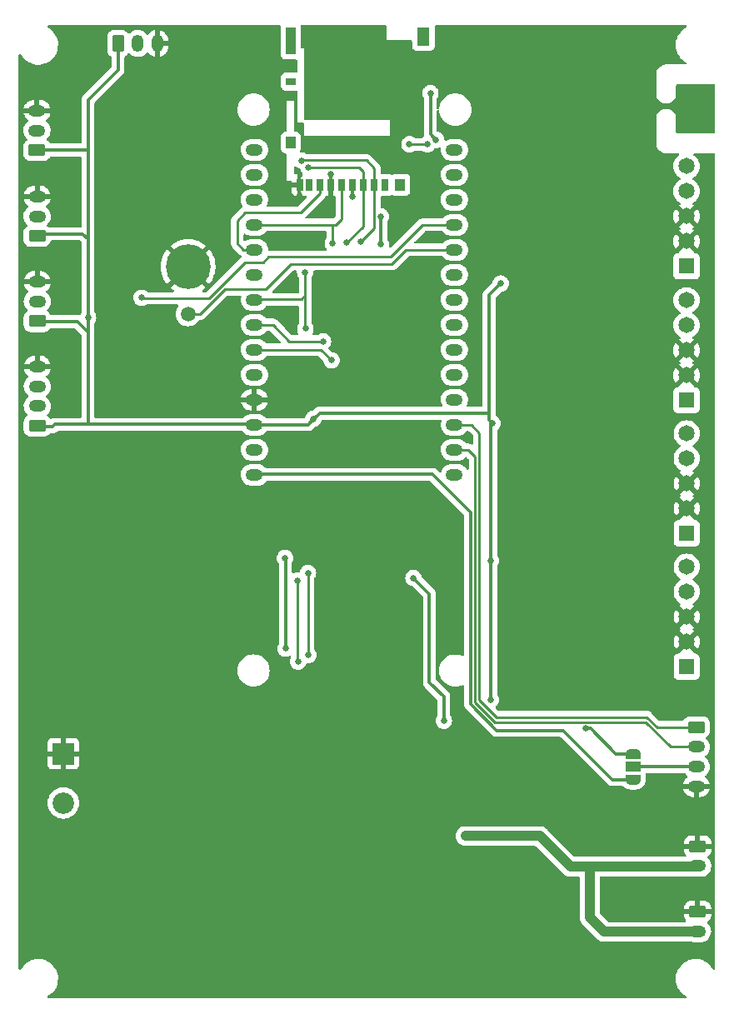
<source format=gbl>
G04 #@! TF.GenerationSoftware,KiCad,Pcbnew,(6.0.5)*
G04 #@! TF.CreationDate,2022-06-09T16:15:48+02:00*
G04 #@! TF.ProjectId,ruche,72756368-652e-46b6-9963-61645f706362,rev?*
G04 #@! TF.SameCoordinates,Original*
G04 #@! TF.FileFunction,Copper,L2,Bot*
G04 #@! TF.FilePolarity,Positive*
%FSLAX46Y46*%
G04 Gerber Fmt 4.6, Leading zero omitted, Abs format (unit mm)*
G04 Created by KiCad (PCBNEW (6.0.5)) date 2022-06-09 16:15:48*
%MOMM*%
%LPD*%
G01*
G04 APERTURE LIST*
G04 Aperture macros list*
%AMRoundRect*
0 Rectangle with rounded corners*
0 $1 Rounding radius*
0 $2 $3 $4 $5 $6 $7 $8 $9 X,Y pos of 4 corners*
0 Add a 4 corners polygon primitive as box body*
4,1,4,$2,$3,$4,$5,$6,$7,$8,$9,$2,$3,0*
0 Add four circle primitives for the rounded corners*
1,1,$1+$1,$2,$3*
1,1,$1+$1,$4,$5*
1,1,$1+$1,$6,$7*
1,1,$1+$1,$8,$9*
0 Add four rect primitives between the rounded corners*
20,1,$1+$1,$2,$3,$4,$5,0*
20,1,$1+$1,$4,$5,$6,$7,0*
20,1,$1+$1,$6,$7,$8,$9,0*
20,1,$1+$1,$8,$9,$2,$3,0*%
%AMFreePoly0*
4,1,22,0.550000,-0.750000,0.000000,-0.750000,0.000000,-0.745033,-0.079941,-0.743568,-0.215256,-0.701293,-0.333266,-0.622738,-0.424486,-0.514219,-0.481581,-0.384460,-0.499164,-0.250000,-0.500000,-0.250000,-0.500000,0.250000,-0.499164,0.250000,-0.499963,0.256109,-0.478152,0.396186,-0.417904,0.524511,-0.324060,0.630769,-0.204165,0.706417,-0.067858,0.745374,0.000000,0.744959,0.000000,0.750000,
0.550000,0.750000,0.550000,-0.750000,0.550000,-0.750000,$1*%
%AMFreePoly1*
4,1,20,0.000000,0.744959,0.073905,0.744508,0.209726,0.703889,0.328688,0.626782,0.421226,0.519385,0.479903,0.390333,0.500000,0.250000,0.500000,-0.250000,0.499851,-0.262216,0.476331,-0.402017,0.414519,-0.529596,0.319384,-0.634700,0.198574,-0.708877,0.061801,-0.746166,0.000000,-0.745033,0.000000,-0.750000,-0.550000,-0.750000,-0.550000,0.750000,0.000000,0.750000,0.000000,0.744959,
0.000000,0.744959,$1*%
G04 Aperture macros list end*
G04 #@! TA.AperFunction,ComponentPad*
%ADD10R,2.175000X2.175000*%
G04 #@! TD*
G04 #@! TA.AperFunction,ComponentPad*
%ADD11C,2.175000*%
G04 #@! TD*
G04 #@! TA.AperFunction,ComponentPad*
%ADD12RoundRect,0.250000X0.625000X-0.350000X0.625000X0.350000X-0.625000X0.350000X-0.625000X-0.350000X0*%
G04 #@! TD*
G04 #@! TA.AperFunction,ComponentPad*
%ADD13O,1.750000X1.200000*%
G04 #@! TD*
G04 #@! TA.AperFunction,ComponentPad*
%ADD14RoundRect,0.250000X-0.625000X0.350000X-0.625000X-0.350000X0.625000X-0.350000X0.625000X0.350000X0*%
G04 #@! TD*
G04 #@! TA.AperFunction,ComponentPad*
%ADD15C,1.500000*%
G04 #@! TD*
G04 #@! TA.AperFunction,ComponentPad*
%ADD16C,4.540000*%
G04 #@! TD*
G04 #@! TA.AperFunction,ComponentPad*
%ADD17RoundRect,0.250000X-0.350000X-0.625000X0.350000X-0.625000X0.350000X0.625000X-0.350000X0.625000X0*%
G04 #@! TD*
G04 #@! TA.AperFunction,ComponentPad*
%ADD18O,1.200000X1.750000*%
G04 #@! TD*
G04 #@! TA.AperFunction,ComponentPad*
%ADD19R,1.650000X1.650000*%
G04 #@! TD*
G04 #@! TA.AperFunction,ComponentPad*
%ADD20C,1.650000*%
G04 #@! TD*
G04 #@! TA.AperFunction,SMDPad,CuDef*
%ADD21FreePoly0,270.000000*%
G04 #@! TD*
G04 #@! TA.AperFunction,SMDPad,CuDef*
%ADD22R,1.500000X1.000000*%
G04 #@! TD*
G04 #@! TA.AperFunction,SMDPad,CuDef*
%ADD23FreePoly1,270.000000*%
G04 #@! TD*
G04 #@! TA.AperFunction,SMDPad,CuDef*
%ADD24R,0.700000X1.200000*%
G04 #@! TD*
G04 #@! TA.AperFunction,SMDPad,CuDef*
%ADD25R,1.000000X0.800000*%
G04 #@! TD*
G04 #@! TA.AperFunction,SMDPad,CuDef*
%ADD26R,1.300000X1.900000*%
G04 #@! TD*
G04 #@! TA.AperFunction,SMDPad,CuDef*
%ADD27R,1.000000X1.200000*%
G04 #@! TD*
G04 #@! TA.AperFunction,SMDPad,CuDef*
%ADD28R,1.000000X2.800000*%
G04 #@! TD*
G04 #@! TA.AperFunction,ViaPad*
%ADD29C,0.650000*%
G04 #@! TD*
G04 #@! TA.AperFunction,Conductor*
%ADD30C,0.300000*%
G04 #@! TD*
G04 #@! TA.AperFunction,Conductor*
%ADD31C,0.250000*%
G04 #@! TD*
G04 #@! TA.AperFunction,Conductor*
%ADD32C,1.000000*%
G04 #@! TD*
G04 APERTURE END LIST*
D10*
X101550000Y-143635000D03*
D11*
X101550000Y-148635000D03*
D12*
X98900000Y-110310000D03*
D13*
X98900000Y-108310000D03*
X98900000Y-106310000D03*
X98900000Y-104310000D03*
D14*
X166010000Y-153050000D03*
D13*
X166010000Y-155050000D03*
D14*
X165990000Y-159690000D03*
D13*
X165990000Y-161690000D03*
D12*
X98875000Y-91035000D03*
D13*
X98875000Y-89035000D03*
X98875000Y-87035000D03*
D12*
X98870000Y-82310000D03*
D13*
X98870000Y-80310000D03*
X98870000Y-78310000D03*
D12*
X98900000Y-99685000D03*
D13*
X98900000Y-97685000D03*
X98900000Y-95685000D03*
D15*
X114220000Y-98940000D03*
D16*
X114220000Y-94140000D03*
D17*
X107100000Y-71460000D03*
D18*
X109100000Y-71460000D03*
X111100000Y-71460000D03*
D19*
X164870000Y-107720000D03*
D20*
X164870000Y-105180000D03*
X164870000Y-102640000D03*
X164870000Y-100100000D03*
X164870000Y-97560000D03*
D14*
X165870000Y-140940000D03*
D13*
X165870000Y-142940000D03*
X165870000Y-144940000D03*
X165870000Y-146940000D03*
D19*
X164900000Y-121250000D03*
D20*
X164900000Y-118710000D03*
X164900000Y-116170000D03*
X164900000Y-113630000D03*
X164900000Y-111090000D03*
D13*
X141287500Y-115300200D03*
X141287500Y-112760200D03*
X141287500Y-110220200D03*
X141287500Y-107680200D03*
X141287500Y-105140200D03*
X141287500Y-102600200D03*
X141287500Y-100060200D03*
X141287500Y-97520200D03*
X141287500Y-94980200D03*
X141287500Y-92440200D03*
X141287500Y-89900200D03*
X141287500Y-87360200D03*
X141287500Y-84820200D03*
X141287500Y-82280200D03*
X120967500Y-82280200D03*
X120967500Y-84820200D03*
X120967500Y-87360200D03*
X120967500Y-89900200D03*
X120967500Y-92440200D03*
X120967500Y-94980200D03*
X120967500Y-97520200D03*
X120967500Y-100060200D03*
X120967500Y-102600200D03*
X120967500Y-105140200D03*
X120967500Y-107680200D03*
X120967500Y-110220200D03*
X120967500Y-112760200D03*
X120967500Y-115300200D03*
D19*
X164900000Y-134800000D03*
D20*
X164900000Y-132260000D03*
X164900000Y-129720000D03*
X164900000Y-127180000D03*
X164900000Y-124640000D03*
D19*
X164870000Y-94100000D03*
D20*
X164870000Y-91560000D03*
X164870000Y-89020000D03*
X164870000Y-86480000D03*
X164870000Y-83940000D03*
D21*
X159460000Y-143660000D03*
D22*
X159460000Y-144960000D03*
D23*
X159460000Y-146260000D03*
D24*
X134235000Y-85835000D03*
X133135000Y-85835000D03*
X132035000Y-85835000D03*
X130935000Y-85835000D03*
X129835000Y-85835000D03*
X128735000Y-85835000D03*
X127635000Y-85835000D03*
X126535000Y-85835000D03*
X125585000Y-85835000D03*
D25*
X124635000Y-75335000D03*
D26*
X138135000Y-70735000D03*
D27*
X135785000Y-85835000D03*
X124635000Y-81535000D03*
D28*
X124635000Y-71185000D03*
D29*
X149970000Y-130210000D03*
X147680000Y-134000000D03*
X147670000Y-132720000D03*
X147680000Y-119800000D03*
X147700000Y-118540000D03*
X159520000Y-100260000D03*
X154910000Y-101900000D03*
X150000000Y-87300000D03*
X160560000Y-70410000D03*
X103060000Y-70410000D03*
X110560000Y-112910000D03*
X159370000Y-103740000D03*
X135610000Y-95110000D03*
X98070000Y-157910000D03*
X120560000Y-70410000D03*
X107830000Y-103780000D03*
X105560000Y-127910000D03*
X150390000Y-122690000D03*
X103060000Y-122910000D03*
X163060000Y-72910000D03*
X103060000Y-127910000D03*
X115560000Y-132910000D03*
X125540000Y-87050000D03*
X160410000Y-109980000D03*
X108060000Y-135410000D03*
X98060000Y-127910000D03*
X105560000Y-137910000D03*
X141260000Y-123720000D03*
X118060000Y-135410000D03*
X113060000Y-125410000D03*
X120560000Y-130120000D03*
X154350000Y-130460000D03*
X110560000Y-122910000D03*
X103060000Y-117910000D03*
X128230000Y-88020000D03*
X98070000Y-145410000D03*
X122140000Y-122460000D03*
X120220000Y-159490000D03*
X115560000Y-112910000D03*
X131940000Y-112480000D03*
X110560000Y-135410000D03*
X110560000Y-117910000D03*
X110560000Y-130410000D03*
X147630000Y-91150000D03*
X141312882Y-140817118D03*
X122910000Y-135950000D03*
X98060000Y-137910000D03*
X160560000Y-75410000D03*
X115560000Y-135410000D03*
X103060000Y-132910000D03*
X103060000Y-137910000D03*
X110860000Y-167750000D03*
X113360000Y-167750000D03*
X132070000Y-101710000D03*
X127490000Y-138740000D03*
X100560000Y-115410000D03*
X113060000Y-130410000D03*
X113060000Y-115410000D03*
X113060000Y-122910000D03*
X98060000Y-115410000D03*
X156060000Y-124090000D03*
X101880000Y-166570000D03*
X103060000Y-125410000D03*
X129360000Y-145090000D03*
X138540000Y-145140000D03*
X120560000Y-117910000D03*
X100560000Y-135410000D03*
X123270000Y-98710000D03*
X109700000Y-92400000D03*
X137190000Y-78950000D03*
X103060000Y-120410000D03*
X128360000Y-167750000D03*
X135860000Y-167750000D03*
X155560000Y-70410000D03*
X156170000Y-138290000D03*
X98070000Y-155410000D03*
X98060000Y-75410000D03*
X118360000Y-167750000D03*
X126430000Y-71590000D03*
X153060000Y-70410000D03*
X118160000Y-122480000D03*
X122940000Y-137930000D03*
X118060000Y-112910000D03*
X98060000Y-85410000D03*
X125860000Y-167750000D03*
X160770000Y-95560000D03*
X130860000Y-167750000D03*
X110560000Y-120410000D03*
X118060000Y-117910000D03*
X108060000Y-127910000D03*
X120560000Y-137910000D03*
X150310000Y-136910000D03*
X108060000Y-117910000D03*
X103060000Y-115410000D03*
X160430000Y-138360000D03*
X98060000Y-132910000D03*
X100560000Y-75410000D03*
X110560000Y-115410000D03*
X108350000Y-167730000D03*
X98070000Y-140410000D03*
X110560000Y-125410000D03*
X118110000Y-120050000D03*
X105560000Y-120410000D03*
X130650000Y-73620000D03*
X131160000Y-144740000D03*
X140700000Y-167750000D03*
X148060000Y-70410000D03*
X146476567Y-145445430D03*
X113060000Y-117910000D03*
X159260000Y-118200000D03*
X98060000Y-130410000D03*
X147750000Y-104250000D03*
X103360000Y-167750000D03*
X120860000Y-167750000D03*
X143200000Y-167750000D03*
X100670000Y-164690000D03*
X153060000Y-167910000D03*
X145560000Y-70410000D03*
X166260000Y-80120000D03*
X98070000Y-142910000D03*
X128790000Y-78310000D03*
X128740000Y-84720000D03*
X98060000Y-117910000D03*
X105560000Y-115410000D03*
X157430000Y-114260000D03*
X165560000Y-137910000D03*
X113060000Y-127910000D03*
X150480000Y-94010000D03*
X103060000Y-130410000D03*
X102110000Y-131330000D03*
X113060000Y-120410000D03*
X121890000Y-159120000D03*
X150700000Y-167750000D03*
X98060000Y-122910000D03*
X98070000Y-152910000D03*
X140560000Y-70410000D03*
X147740000Y-105500000D03*
X105560000Y-112910000D03*
X123870000Y-96370000D03*
X103060000Y-72910000D03*
X150040000Y-101670000D03*
X105560000Y-125410000D03*
X132320000Y-73240000D03*
X150030000Y-115970000D03*
X159550000Y-89280000D03*
X144580000Y-89820000D03*
X129060000Y-160490000D03*
X160560000Y-80410000D03*
X140380000Y-145420000D03*
X134000000Y-141260000D03*
X115560000Y-70410000D03*
X98070000Y-147910000D03*
X133360000Y-167750000D03*
X133766651Y-120579229D03*
X115860000Y-167750000D03*
X156520000Y-95740000D03*
X132310000Y-127030000D03*
X158060000Y-70410000D03*
X105560000Y-70410000D03*
X138360000Y-167750000D03*
X108060000Y-122910000D03*
X120140000Y-122460000D03*
X100560000Y-132910000D03*
X110890000Y-79930000D03*
X158060000Y-167910000D03*
X118060000Y-115410000D03*
X122050000Y-126860000D03*
X115560000Y-137910000D03*
X98060000Y-92910000D03*
X120560000Y-132910000D03*
X136510000Y-158130000D03*
X110560000Y-127910000D03*
X98070000Y-162910000D03*
X154710000Y-87570000D03*
X108060000Y-112910000D03*
X159440000Y-132360000D03*
X108060000Y-132910000D03*
X98070000Y-150410000D03*
X165670000Y-149910000D03*
X128060000Y-70410000D03*
X98060000Y-102910000D03*
X105560000Y-132910000D03*
X163060000Y-70410000D03*
X167290000Y-79570000D03*
X154440000Y-116240000D03*
X123370000Y-92030000D03*
X127810000Y-129010000D03*
X105560000Y-130410000D03*
X108060000Y-115410000D03*
X105560000Y-117910000D03*
X122750000Y-132910000D03*
X155560000Y-167910000D03*
X140740000Y-132480000D03*
X113060000Y-137910000D03*
X150560000Y-70410000D03*
X159270000Y-128650000D03*
X128570000Y-71570000D03*
X136400000Y-148890000D03*
X116180000Y-161990000D03*
X103060000Y-135410000D03*
X165640000Y-157410000D03*
X123070000Y-130060000D03*
X105560000Y-135410000D03*
X120220000Y-126460000D03*
X113060000Y-112910000D03*
X100560000Y-137910000D03*
X149370000Y-146300000D03*
X123060000Y-70410000D03*
X136830000Y-144740000D03*
X133060000Y-70410000D03*
X98060000Y-120410000D03*
X108060000Y-125410000D03*
X106940000Y-139420000D03*
X148200000Y-167750000D03*
X108060000Y-130410000D03*
X98070000Y-160410000D03*
X117570000Y-126250000D03*
X156380000Y-110000000D03*
X137180000Y-73250000D03*
X159590000Y-86050000D03*
X163060000Y-165410000D03*
X101030000Y-162520000D03*
X118050000Y-130100000D03*
X163060000Y-167910000D03*
X105860000Y-167750000D03*
X118060000Y-137910000D03*
X108060000Y-120410000D03*
X118140000Y-132980000D03*
X98070000Y-135410000D03*
X110560000Y-137910000D03*
X145700000Y-167750000D03*
X113060000Y-132910000D03*
X98060000Y-112910000D03*
X105560000Y-122910000D03*
X123360000Y-167750000D03*
X136370000Y-141190000D03*
X130560000Y-70410000D03*
X115560000Y-115410000D03*
X113060000Y-70410000D03*
X98060000Y-125410000D03*
X143060000Y-70410000D03*
X100560000Y-112910000D03*
X113060000Y-135410000D03*
X160560000Y-167910000D03*
X160270000Y-124200000D03*
X135580000Y-162810000D03*
X108060000Y-137910000D03*
X118060000Y-70410000D03*
X103060000Y-112910000D03*
X110560000Y-132910000D03*
X150140000Y-108400000D03*
X144180847Y-142141552D03*
X133820000Y-89040000D03*
X130960000Y-87000000D03*
X139430000Y-81250000D03*
X144970000Y-138160000D03*
X144970000Y-124020000D03*
X126950000Y-109600000D03*
X104049999Y-99310001D03*
X138840000Y-76520000D03*
X145140000Y-110060000D03*
X133820000Y-91890000D03*
X154600000Y-141079500D03*
X145980000Y-95860000D03*
X126140000Y-100450000D03*
X126400000Y-125260000D03*
X126125000Y-94700000D03*
X138540000Y-81700000D03*
X136720000Y-81700000D03*
X126450000Y-133600000D03*
X125400002Y-134285000D03*
X125325000Y-126035000D03*
X143330000Y-152010000D03*
X142430000Y-152010000D03*
X150940000Y-152960000D03*
X109490000Y-97310000D03*
X127930000Y-101730000D03*
X128794000Y-103660000D03*
X124070000Y-123740000D03*
X124120000Y-132960000D03*
X140210000Y-140290000D03*
X137130000Y-125780000D03*
X131770000Y-91630000D03*
X125752929Y-83373714D03*
X126470000Y-84070000D03*
X130370000Y-91710000D03*
X128930000Y-91770000D03*
D30*
X144800000Y-97040000D02*
X145980000Y-95860000D01*
X144800000Y-109720000D02*
X144800000Y-97040000D01*
X145140000Y-110060000D02*
X144800000Y-109720000D01*
D31*
X133135000Y-90265000D02*
X131770000Y-91630000D01*
X133135000Y-85835000D02*
X133135000Y-90265000D01*
X132035000Y-90045000D02*
X130370000Y-91710000D01*
X132035000Y-85835000D02*
X132035000Y-90045000D01*
D30*
X128735000Y-85835000D02*
X128735000Y-84725000D01*
X128735000Y-84725000D02*
X128740000Y-84720000D01*
X138840000Y-76520000D02*
X138840000Y-80660000D01*
X130935000Y-86975000D02*
X130960000Y-87000000D01*
X127580000Y-109030000D02*
X144780000Y-109030000D01*
X98925000Y-90810000D02*
X103525000Y-90810000D01*
X159460000Y-143660000D02*
X159450000Y-143650000D01*
X100475000Y-110410000D02*
X100714800Y-110170200D01*
X98800000Y-110410000D02*
X100475000Y-110410000D01*
X104069800Y-110170200D02*
X104090000Y-110150000D01*
X98825000Y-99710000D02*
X102950000Y-99710000D01*
X144970000Y-138160000D02*
X144970000Y-124020000D01*
X104050000Y-92585000D02*
X104049999Y-99310001D01*
X126410000Y-110200000D02*
X127580000Y-109030000D01*
X104050000Y-102470000D02*
X104050000Y-100810000D01*
X107100000Y-71410000D02*
X107100000Y-74140000D01*
X157670000Y-143650000D02*
X155099500Y-141079500D01*
X159450000Y-143650000D02*
X157670000Y-143650000D01*
X100714800Y-110170200D02*
X104020200Y-110170200D01*
X126410000Y-110200000D02*
X120919800Y-110200000D01*
X104050000Y-91335000D02*
X104050000Y-92585000D01*
X144970000Y-110230000D02*
X144970000Y-124020000D01*
X104050000Y-100810000D02*
X104049999Y-99310001D01*
X144780000Y-109030000D02*
X144790000Y-109040000D01*
X102950000Y-99710000D02*
X104050000Y-100810000D01*
X155099500Y-141079500D02*
X154600000Y-141079500D01*
X138840000Y-80660000D02*
X139430000Y-81250000D01*
X145140000Y-110060000D02*
X144970000Y-110230000D01*
X133820000Y-89040000D02*
X133820000Y-91890000D01*
X104050000Y-110110000D02*
X104050000Y-102470000D01*
X104050000Y-77190000D02*
X104050000Y-92585000D01*
X130935000Y-85835000D02*
X130935000Y-86975000D01*
X103525000Y-90810000D02*
X104050000Y-91335000D01*
X104030000Y-82310000D02*
X98850000Y-82310000D01*
X120919800Y-110200000D02*
X120890000Y-110170200D01*
X104020200Y-110170200D02*
X104069800Y-110170200D01*
X120890000Y-110170200D02*
X104020200Y-110170200D01*
X107100000Y-74140000D02*
X104050000Y-77190000D01*
X127190000Y-109420000D02*
X126410000Y-110200000D01*
D31*
X126400000Y-125260000D02*
X126400000Y-133550000D01*
X136720000Y-81700000D02*
X138540000Y-81700000D01*
X126125000Y-97060000D02*
X126125000Y-100435000D01*
X126125000Y-100435000D02*
X126140000Y-100450000D01*
X120890000Y-97470200D02*
X125714800Y-97470200D01*
X126400000Y-133550000D02*
X126450000Y-133600000D01*
X126125000Y-97060000D02*
X126125000Y-94700000D01*
X125714800Y-97470200D02*
X126125000Y-97060000D01*
X125325000Y-134209998D02*
X125400002Y-134285000D01*
X125325000Y-126035000D02*
X125325000Y-134209998D01*
D30*
X157350000Y-146260000D02*
X152360000Y-141270000D01*
X145593236Y-141270000D02*
X150410000Y-141270000D01*
X120890000Y-115250200D02*
X139060200Y-115250200D01*
X142905979Y-138582743D02*
X145593236Y-141270000D01*
X152360000Y-141270000D02*
X150410000Y-141270000D01*
X139060200Y-115250200D02*
X142905979Y-119095979D01*
X142905979Y-119095979D02*
X142905979Y-138582743D01*
X159460000Y-146260000D02*
X157350000Y-146260000D01*
D32*
X155020000Y-160260000D02*
X155020000Y-155130000D01*
X149960000Y-152010000D02*
X153080000Y-155130000D01*
X165925000Y-161750000D02*
X156515000Y-161750000D01*
X156490000Y-161730000D02*
X155020000Y-160260000D01*
X153080000Y-155130000D02*
X154980000Y-155130000D01*
X142430000Y-152010000D02*
X149960000Y-152010000D01*
X155020000Y-155130000D02*
X165955000Y-155130000D01*
D31*
X121850000Y-93700000D02*
X120020000Y-93700000D01*
X116360000Y-97360000D02*
X109540000Y-97360000D01*
X134790000Y-93140000D02*
X122410000Y-93140000D01*
X141287500Y-89900200D02*
X138029800Y-89900200D01*
X120020000Y-93700000D02*
X116360000Y-97360000D01*
X138029800Y-89900200D02*
X134790000Y-93140000D01*
X109540000Y-97360000D02*
X109490000Y-97310000D01*
X122410000Y-93140000D02*
X121850000Y-93700000D01*
X122840200Y-100060200D02*
X120967500Y-100060200D01*
X124510000Y-101730000D02*
X122840200Y-100060200D01*
X127930000Y-101730000D02*
X124510000Y-101730000D01*
X120967500Y-102600200D02*
X127734200Y-102600200D01*
X127734200Y-102600200D02*
X128794000Y-103660000D01*
X117928311Y-96441689D02*
X115430000Y-98940000D01*
X115430000Y-98940000D02*
X114220000Y-98940000D01*
X122098311Y-96441689D02*
X117928311Y-96441689D01*
X134910000Y-93890000D02*
X124650000Y-93890000D01*
X136359800Y-92440200D02*
X134910000Y-93890000D01*
X141287500Y-92440200D02*
X136359800Y-92440200D01*
X124650000Y-93890000D02*
X122098311Y-96441689D01*
X160720000Y-140430000D02*
X145424296Y-140430000D01*
X142690200Y-112760200D02*
X141287500Y-112760200D01*
X165870000Y-142940000D02*
X163230000Y-142940000D01*
X143380489Y-138386193D02*
X143380489Y-113450489D01*
X143380489Y-113450489D02*
X142690200Y-112760200D01*
X145424296Y-140430000D02*
X143380489Y-138386193D01*
X163230000Y-142940000D02*
X160720000Y-140430000D01*
X143830000Y-138200000D02*
X143830000Y-111040000D01*
X165870000Y-140940000D02*
X161870000Y-140940000D01*
X160840489Y-139910489D02*
X145540489Y-139910489D01*
X143830000Y-111040000D02*
X143010200Y-110220200D01*
X145540489Y-139910489D02*
X143830000Y-138200000D01*
X143010200Y-110220200D02*
X141287500Y-110220200D01*
X161870000Y-140940000D02*
X160840489Y-139910489D01*
D30*
X124120000Y-132960000D02*
X124120000Y-123790000D01*
X124120000Y-123790000D02*
X124070000Y-123740000D01*
X138740000Y-127390000D02*
X137130000Y-125780000D01*
X140210000Y-140290000D02*
X140210000Y-137850000D01*
X138740000Y-136380000D02*
X138740000Y-127390000D01*
X140210000Y-137850000D02*
X138740000Y-136380000D01*
D31*
X133135000Y-85835000D02*
X133135000Y-84145000D01*
X125781144Y-83345499D02*
X125752929Y-83373714D01*
X133135000Y-84145000D02*
X132335499Y-83345499D01*
X132335499Y-83345499D02*
X125781144Y-83345499D01*
X132035000Y-85835000D02*
X132035000Y-84525000D01*
X131580000Y-84070000D02*
X126470000Y-84070000D01*
X132035000Y-84525000D02*
X131580000Y-84070000D01*
X129835000Y-89325000D02*
X129259800Y-89900200D01*
X129835000Y-85835000D02*
X129835000Y-89325000D01*
X129259800Y-89900200D02*
X128819800Y-89900200D01*
X128819800Y-89900200D02*
X120967500Y-89900200D01*
X128930000Y-90010400D02*
X128930000Y-91770000D01*
X127635000Y-86685000D02*
X125650000Y-88670000D01*
X125650000Y-88670000D02*
X120020000Y-88670000D01*
X119220000Y-91790000D02*
X119870200Y-92440200D01*
X127635000Y-85835000D02*
X127635000Y-86685000D01*
X120020000Y-88670000D02*
X119220000Y-89470000D01*
X119220000Y-89470000D02*
X119220000Y-91790000D01*
X119870200Y-92440200D02*
X120967500Y-92440200D01*
D30*
X165870000Y-144940000D02*
X159480000Y-144940000D01*
D31*
X159480000Y-144940000D02*
X159460000Y-144960000D01*
G04 #@! TA.AperFunction,Conductor*
G36*
X123568749Y-69628502D02*
G01*
X123615242Y-69682158D01*
X123625603Y-69736866D01*
X123626500Y-69736866D01*
X123626500Y-72633134D01*
X123633255Y-72695316D01*
X123684385Y-72831705D01*
X123771739Y-72948261D01*
X123888295Y-73035615D01*
X124024684Y-73086745D01*
X124086866Y-73093500D01*
X125183134Y-73093500D01*
X125195391Y-73092169D01*
X125265271Y-73104694D01*
X125317288Y-73153014D01*
X125335000Y-73217431D01*
X125335000Y-74302569D01*
X125314998Y-74370690D01*
X125261342Y-74417183D01*
X125195391Y-74427832D01*
X125183134Y-74426500D01*
X124086866Y-74426500D01*
X124024684Y-74433255D01*
X123888295Y-74484385D01*
X123771739Y-74571739D01*
X123684385Y-74688295D01*
X123633255Y-74824684D01*
X123626500Y-74886866D01*
X123626500Y-75783134D01*
X123633255Y-75845316D01*
X123684385Y-75981705D01*
X123771739Y-76098261D01*
X123888295Y-76185615D01*
X124024684Y-76236745D01*
X124086866Y-76243500D01*
X125183134Y-76243500D01*
X125195391Y-76242169D01*
X125265271Y-76254694D01*
X125317288Y-76303014D01*
X125335000Y-76367431D01*
X125335000Y-79535000D01*
X125909000Y-79535000D01*
X125977121Y-79555002D01*
X126023614Y-79608658D01*
X126035000Y-79661000D01*
X126035000Y-80835000D01*
X134735000Y-80835000D01*
X134735000Y-79235000D01*
X126161000Y-79235000D01*
X126092879Y-79214998D01*
X126046386Y-79161342D01*
X126035000Y-79109000D01*
X126035000Y-71935000D01*
X125769500Y-71935000D01*
X125701379Y-71914998D01*
X125654886Y-71861342D01*
X125643500Y-71809000D01*
X125643500Y-69736866D01*
X125644603Y-69736866D01*
X125659849Y-69672205D01*
X125710915Y-69622881D01*
X125769372Y-69608500D01*
X134269985Y-69608500D01*
X134338106Y-69628502D01*
X134384599Y-69682158D01*
X134394703Y-69752432D01*
X134393106Y-69761282D01*
X134387947Y-69785000D01*
X134385000Y-69785000D01*
X134385000Y-71135000D01*
X136850500Y-71135000D01*
X136918621Y-71155002D01*
X136965114Y-71208658D01*
X136976500Y-71261000D01*
X136976500Y-71733134D01*
X136983255Y-71795316D01*
X137034385Y-71931705D01*
X137121739Y-72048261D01*
X137238295Y-72135615D01*
X137374684Y-72186745D01*
X137436866Y-72193500D01*
X138833134Y-72193500D01*
X138895316Y-72186745D01*
X139031705Y-72135615D01*
X139148261Y-72048261D01*
X139235615Y-71931705D01*
X139286745Y-71795316D01*
X139293500Y-71733134D01*
X139293500Y-69736866D01*
X139294603Y-69736866D01*
X139309849Y-69672205D01*
X139360915Y-69622881D01*
X139419372Y-69608500D01*
X164777239Y-69608500D01*
X164845360Y-69628502D01*
X164891853Y-69682158D01*
X164901957Y-69752432D01*
X164872463Y-69817012D01*
X164841945Y-69842616D01*
X164654725Y-69954664D01*
X164654721Y-69954667D01*
X164651043Y-69956868D01*
X164437318Y-70128094D01*
X164248808Y-70326742D01*
X164089002Y-70549136D01*
X163960857Y-70791161D01*
X163959385Y-70795184D01*
X163959383Y-70795188D01*
X163916872Y-70911355D01*
X163866743Y-71048337D01*
X163808404Y-71315907D01*
X163786917Y-71588918D01*
X163787334Y-71596156D01*
X163802682Y-71862320D01*
X163855405Y-72131053D01*
X163856792Y-72135103D01*
X163856793Y-72135108D01*
X163941635Y-72382909D01*
X163944112Y-72390144D01*
X163973238Y-72448054D01*
X164042837Y-72586437D01*
X164067160Y-72634799D01*
X164069586Y-72638328D01*
X164069589Y-72638334D01*
X164205462Y-72836028D01*
X164222274Y-72860490D01*
X164406582Y-73063043D01*
X164616675Y-73238707D01*
X164620316Y-73240991D01*
X164824001Y-73368763D01*
X164871079Y-73421906D01*
X164881951Y-73492065D01*
X164853167Y-73556965D01*
X164793864Y-73596000D01*
X164757045Y-73601500D01*
X162853250Y-73601500D01*
X162832345Y-73599754D01*
X162817344Y-73597230D01*
X162817341Y-73597230D01*
X162812552Y-73596424D01*
X162806475Y-73596350D01*
X162804865Y-73596330D01*
X162804861Y-73596330D01*
X162800000Y-73596271D01*
X162795186Y-73596960D01*
X162795176Y-73596961D01*
X162778720Y-73599318D01*
X162771851Y-73600111D01*
X162624207Y-73613028D01*
X162618893Y-73614452D01*
X162618892Y-73614452D01*
X162459065Y-73657277D01*
X162459063Y-73657278D01*
X162453755Y-73658700D01*
X162448774Y-73661022D01*
X162448773Y-73661023D01*
X162298811Y-73730951D01*
X162298806Y-73730954D01*
X162293824Y-73733277D01*
X162221741Y-73783750D01*
X162153784Y-73831334D01*
X162153781Y-73831336D01*
X162149273Y-73834493D01*
X162024493Y-73959273D01*
X161923277Y-74103824D01*
X161920954Y-74108806D01*
X161920951Y-74108811D01*
X161864037Y-74230865D01*
X161848700Y-74263755D01*
X161803028Y-74434207D01*
X161798167Y-74489771D01*
X161790987Y-74571839D01*
X161789969Y-74580224D01*
X161786309Y-74603724D01*
X161788771Y-74622552D01*
X161790436Y-74635283D01*
X161791500Y-74651621D01*
X161791500Y-76510633D01*
X161790000Y-76530018D01*
X161787690Y-76544851D01*
X161787690Y-76544855D01*
X161786309Y-76553724D01*
X161787299Y-76561295D01*
X161787468Y-76563118D01*
X161787467Y-76563191D01*
X161787514Y-76563614D01*
X161804424Y-76746105D01*
X161806016Y-76751701D01*
X161806017Y-76751705D01*
X161807572Y-76757170D01*
X161855573Y-76925873D01*
X161938882Y-77093182D01*
X162051516Y-77242333D01*
X162189639Y-77368249D01*
X162348547Y-77466640D01*
X162522828Y-77534157D01*
X162706549Y-77568500D01*
X162893451Y-77568500D01*
X163077172Y-77534157D01*
X163251453Y-77466640D01*
X163410361Y-77368249D01*
X163548484Y-77242333D01*
X163661118Y-77093182D01*
X163744427Y-76925873D01*
X163792428Y-76757170D01*
X163793983Y-76751705D01*
X163793984Y-76751701D01*
X163795576Y-76746105D01*
X163797045Y-76730257D01*
X163808874Y-76602593D01*
X163810083Y-76593314D01*
X163812770Y-76577345D01*
X163812770Y-76577340D01*
X163813576Y-76572552D01*
X163813729Y-76560000D01*
X163809773Y-76532376D01*
X163808500Y-76514514D01*
X163808500Y-75744500D01*
X163828502Y-75676379D01*
X163882158Y-75629886D01*
X163934500Y-75618500D01*
X167665500Y-75618500D01*
X167733621Y-75638502D01*
X167780114Y-75692158D01*
X167791500Y-75744500D01*
X167791500Y-80475500D01*
X167771498Y-80543621D01*
X167717842Y-80590114D01*
X167665500Y-80601500D01*
X163934500Y-80601500D01*
X163866379Y-80581498D01*
X163819886Y-80527842D01*
X163808500Y-80475500D01*
X163808500Y-79163250D01*
X163810246Y-79142345D01*
X163812770Y-79127344D01*
X163812770Y-79127341D01*
X163813576Y-79122552D01*
X163813729Y-79110000D01*
X163812830Y-79103724D01*
X163811603Y-79095152D01*
X163810867Y-79088915D01*
X163796113Y-78929688D01*
X163796113Y-78929686D01*
X163795576Y-78923895D01*
X163744427Y-78744127D01*
X163661118Y-78576818D01*
X163548484Y-78427667D01*
X163448728Y-78336727D01*
X163414669Y-78305678D01*
X163414667Y-78305677D01*
X163410361Y-78301751D01*
X163251453Y-78203360D01*
X163077172Y-78135843D01*
X162893451Y-78101500D01*
X162706549Y-78101500D01*
X162522828Y-78135843D01*
X162348547Y-78203360D01*
X162189639Y-78301751D01*
X162185333Y-78305677D01*
X162185331Y-78305678D01*
X162151272Y-78336727D01*
X162051516Y-78427667D01*
X161938882Y-78576818D01*
X161855573Y-78744127D01*
X161804424Y-78923895D01*
X161793534Y-79041425D01*
X161790255Y-79076808D01*
X161789291Y-79084571D01*
X161787690Y-79094848D01*
X161787690Y-79094855D01*
X161786309Y-79103724D01*
X161787473Y-79112626D01*
X161787473Y-79112628D01*
X161790436Y-79135283D01*
X161791500Y-79151621D01*
X161791500Y-81560633D01*
X161790000Y-81580018D01*
X161787690Y-81594851D01*
X161787690Y-81594855D01*
X161786309Y-81603724D01*
X161788345Y-81619290D01*
X161788929Y-81624644D01*
X161790283Y-81640114D01*
X161803028Y-81785793D01*
X161804452Y-81791107D01*
X161804452Y-81791108D01*
X161837064Y-81912817D01*
X161848700Y-81956245D01*
X161851022Y-81961226D01*
X161851023Y-81961227D01*
X161920951Y-82111189D01*
X161920954Y-82111194D01*
X161923277Y-82116176D01*
X161944511Y-82146501D01*
X162000040Y-82225804D01*
X162024493Y-82260727D01*
X162149273Y-82385507D01*
X162153781Y-82388664D01*
X162153784Y-82388666D01*
X162164661Y-82396282D01*
X162293824Y-82486723D01*
X162298806Y-82489046D01*
X162298811Y-82489049D01*
X162428649Y-82549593D01*
X162453755Y-82561300D01*
X162459063Y-82562722D01*
X162459065Y-82562723D01*
X162618892Y-82605548D01*
X162618893Y-82605548D01*
X162624207Y-82606972D01*
X162753712Y-82618302D01*
X162763626Y-82619568D01*
X162774556Y-82621407D01*
X162782656Y-82622770D01*
X162782658Y-82622770D01*
X162787448Y-82623576D01*
X162793724Y-82623652D01*
X162795140Y-82623670D01*
X162795143Y-82623670D01*
X162800000Y-82623729D01*
X162827624Y-82619773D01*
X162845486Y-82618500D01*
X164032790Y-82618500D01*
X164100911Y-82638502D01*
X164147404Y-82692158D01*
X164157508Y-82762432D01*
X164128014Y-82827012D01*
X164105061Y-82847713D01*
X164014079Y-82911419D01*
X164014076Y-82911421D01*
X164009568Y-82914578D01*
X163844578Y-83079568D01*
X163841421Y-83084076D01*
X163841419Y-83084079D01*
X163719304Y-83258478D01*
X163710744Y-83270703D01*
X163708421Y-83275685D01*
X163708418Y-83275690D01*
X163641825Y-83418500D01*
X163612133Y-83482174D01*
X163551742Y-83707556D01*
X163531406Y-83940000D01*
X163551742Y-84172444D01*
X163553166Y-84177757D01*
X163553166Y-84177759D01*
X163576573Y-84265113D01*
X163612133Y-84397826D01*
X163614455Y-84402806D01*
X163614456Y-84402808D01*
X163708418Y-84604310D01*
X163708421Y-84604315D01*
X163710744Y-84609297D01*
X163713900Y-84613804D01*
X163713901Y-84613806D01*
X163833342Y-84784385D01*
X163844578Y-84800432D01*
X164009568Y-84965422D01*
X164014076Y-84968579D01*
X164014079Y-84968581D01*
X164042234Y-84988295D01*
X164200703Y-85099256D01*
X164204707Y-85101123D01*
X164253469Y-85152264D01*
X164266905Y-85221977D01*
X164240518Y-85287888D01*
X164204812Y-85318828D01*
X164200703Y-85320744D01*
X164196199Y-85323898D01*
X164014079Y-85451419D01*
X164014076Y-85451421D01*
X164009568Y-85454578D01*
X163844578Y-85619568D01*
X163841421Y-85624076D01*
X163841419Y-85624079D01*
X163746244Y-85760004D01*
X163710744Y-85810703D01*
X163708421Y-85815685D01*
X163708418Y-85815690D01*
X163620467Y-86004302D01*
X163612133Y-86022174D01*
X163610711Y-86027482D01*
X163610710Y-86027484D01*
X163553166Y-86242241D01*
X163551742Y-86247556D01*
X163531406Y-86480000D01*
X163551742Y-86712444D01*
X163553166Y-86717757D01*
X163553166Y-86717759D01*
X163607373Y-86920060D01*
X163612133Y-86937826D01*
X163614455Y-86942806D01*
X163614456Y-86942808D01*
X163708418Y-87144310D01*
X163708421Y-87144315D01*
X163710744Y-87149297D01*
X163713900Y-87153804D01*
X163713901Y-87153806D01*
X163818567Y-87303284D01*
X163844578Y-87340432D01*
X164009568Y-87505422D01*
X164014076Y-87508579D01*
X164014079Y-87508581D01*
X164034565Y-87522925D01*
X164200703Y-87639256D01*
X164205113Y-87641312D01*
X164253970Y-87692551D01*
X164267407Y-87762265D01*
X164241021Y-87828176D01*
X164204981Y-87859406D01*
X164196449Y-87864332D01*
X164139000Y-87904559D01*
X164130625Y-87915036D01*
X164137693Y-87928483D01*
X164857188Y-88647978D01*
X164871132Y-88655592D01*
X164872965Y-88655461D01*
X164879580Y-88651210D01*
X165603028Y-87927762D01*
X165609458Y-87915987D01*
X165600162Y-87903972D01*
X165543551Y-87864332D01*
X165535019Y-87859406D01*
X165486027Y-87808021D01*
X165472594Y-87738307D01*
X165498983Y-87672397D01*
X165534825Y-87641341D01*
X165539297Y-87639256D01*
X165705435Y-87522925D01*
X165725921Y-87508581D01*
X165725924Y-87508579D01*
X165730432Y-87505422D01*
X165895422Y-87340432D01*
X165921434Y-87303284D01*
X166026099Y-87153806D01*
X166026100Y-87153804D01*
X166029256Y-87149297D01*
X166031579Y-87144315D01*
X166031582Y-87144310D01*
X166125544Y-86942808D01*
X166125545Y-86942806D01*
X166127867Y-86937826D01*
X166132628Y-86920060D01*
X166186834Y-86717759D01*
X166186834Y-86717757D01*
X166188258Y-86712444D01*
X166208594Y-86480000D01*
X166188258Y-86247556D01*
X166186834Y-86242241D01*
X166129290Y-86027484D01*
X166129289Y-86027482D01*
X166127867Y-86022174D01*
X166119533Y-86004302D01*
X166031582Y-85815690D01*
X166031579Y-85815685D01*
X166029256Y-85810703D01*
X165993756Y-85760004D01*
X165898581Y-85624079D01*
X165898579Y-85624076D01*
X165895422Y-85619568D01*
X165730432Y-85454578D01*
X165725924Y-85451421D01*
X165725921Y-85451419D01*
X165543801Y-85323898D01*
X165539297Y-85320744D01*
X165535293Y-85318877D01*
X165486531Y-85267736D01*
X165473095Y-85198023D01*
X165499482Y-85132112D01*
X165535188Y-85101172D01*
X165539297Y-85099256D01*
X165697766Y-84988295D01*
X165725921Y-84968581D01*
X165725924Y-84968579D01*
X165730432Y-84965422D01*
X165895422Y-84800432D01*
X165906659Y-84784385D01*
X166026099Y-84613806D01*
X166026100Y-84613804D01*
X166029256Y-84609297D01*
X166031579Y-84604315D01*
X166031582Y-84604310D01*
X166125544Y-84402808D01*
X166125545Y-84402806D01*
X166127867Y-84397826D01*
X166163428Y-84265113D01*
X166186834Y-84177759D01*
X166186834Y-84177757D01*
X166188258Y-84172444D01*
X166208594Y-83940000D01*
X166188258Y-83707556D01*
X166127867Y-83482174D01*
X166098175Y-83418500D01*
X166031582Y-83275690D01*
X166031579Y-83275685D01*
X166029256Y-83270703D01*
X166020696Y-83258478D01*
X165898581Y-83084079D01*
X165898579Y-83084076D01*
X165895422Y-83079568D01*
X165730432Y-82914578D01*
X165725924Y-82911421D01*
X165725921Y-82911419D01*
X165634939Y-82847713D01*
X165590611Y-82792256D01*
X165583302Y-82721637D01*
X165615333Y-82658276D01*
X165676534Y-82622291D01*
X165707210Y-82618500D01*
X167665500Y-82618500D01*
X167733621Y-82638502D01*
X167780114Y-82692158D01*
X167791500Y-82744500D01*
X167791500Y-165470393D01*
X167771498Y-165538514D01*
X167717842Y-165585007D01*
X167647568Y-165595111D01*
X167582988Y-165565617D01*
X167553534Y-165528183D01*
X167523978Y-165470919D01*
X167523978Y-165470918D01*
X167522013Y-165467112D01*
X167512040Y-165452921D01*
X167367008Y-165246562D01*
X167364545Y-165243057D01*
X167178125Y-165042445D01*
X167174810Y-165039731D01*
X167174806Y-165039728D01*
X166969523Y-164871706D01*
X166966205Y-164868990D01*
X166732704Y-164725901D01*
X166728768Y-164724173D01*
X166485873Y-164617549D01*
X166485869Y-164617548D01*
X166481945Y-164615825D01*
X166218566Y-164540800D01*
X166214324Y-164540196D01*
X166214318Y-164540195D01*
X166013834Y-164511662D01*
X165947443Y-164502213D01*
X165803589Y-164501460D01*
X165677877Y-164500802D01*
X165677871Y-164500802D01*
X165673591Y-164500780D01*
X165669347Y-164501339D01*
X165669343Y-164501339D01*
X165550302Y-164517011D01*
X165402078Y-164536525D01*
X165397938Y-164537658D01*
X165397936Y-164537658D01*
X165325008Y-164557609D01*
X165137928Y-164608788D01*
X165133980Y-164610472D01*
X164889982Y-164714546D01*
X164889978Y-164714548D01*
X164886030Y-164716232D01*
X164866125Y-164728145D01*
X164654725Y-164854664D01*
X164654721Y-164854667D01*
X164651043Y-164856868D01*
X164437318Y-165028094D01*
X164248808Y-165226742D01*
X164089002Y-165449136D01*
X163960857Y-165691161D01*
X163959385Y-165695184D01*
X163959383Y-165695188D01*
X163916872Y-165811355D01*
X163866743Y-165948337D01*
X163808404Y-166215907D01*
X163786917Y-166488918D01*
X163787334Y-166496156D01*
X163802682Y-166762320D01*
X163855405Y-167031053D01*
X163856792Y-167035103D01*
X163856793Y-167035108D01*
X163942723Y-167286088D01*
X163944112Y-167290144D01*
X163973238Y-167348054D01*
X164042837Y-167486437D01*
X164067160Y-167534799D01*
X164069586Y-167538328D01*
X164069589Y-167538334D01*
X164219843Y-167756953D01*
X164222274Y-167760490D01*
X164406582Y-167963043D01*
X164616675Y-168138707D01*
X164620316Y-168140991D01*
X164824001Y-168268763D01*
X164871079Y-168321906D01*
X164881951Y-168392065D01*
X164853167Y-168456965D01*
X164793864Y-168496000D01*
X164757045Y-168501500D01*
X100038332Y-168501500D01*
X99970211Y-168481498D01*
X99923718Y-168427842D01*
X99913614Y-168357568D01*
X99943108Y-168292988D01*
X99974761Y-168266712D01*
X100127879Y-168177237D01*
X100127880Y-168177236D01*
X100131582Y-168175073D01*
X100347089Y-168006094D01*
X100388809Y-167963043D01*
X100534686Y-167812509D01*
X100537669Y-167809431D01*
X100540202Y-167805983D01*
X100540206Y-167805978D01*
X100697257Y-167592178D01*
X100699795Y-167588723D01*
X100727154Y-167538334D01*
X100828418Y-167351830D01*
X100828419Y-167351828D01*
X100830468Y-167348054D01*
X100920421Y-167110000D01*
X100925751Y-167095895D01*
X100925752Y-167095891D01*
X100927269Y-167091877D01*
X100968173Y-166913279D01*
X100987449Y-166829117D01*
X100987450Y-166829113D01*
X100988407Y-166824933D01*
X100991349Y-166791975D01*
X101012531Y-166554627D01*
X101012531Y-166554625D01*
X101012751Y-166552161D01*
X101013193Y-166510000D01*
X101011465Y-166484648D01*
X100994859Y-166241055D01*
X100994858Y-166241049D01*
X100994567Y-166236778D01*
X100939032Y-165968612D01*
X100847617Y-165710465D01*
X100722013Y-165467112D01*
X100712040Y-165452921D01*
X100567008Y-165246562D01*
X100564545Y-165243057D01*
X100378125Y-165042445D01*
X100374810Y-165039731D01*
X100374806Y-165039728D01*
X100169523Y-164871706D01*
X100166205Y-164868990D01*
X99932704Y-164725901D01*
X99928768Y-164724173D01*
X99685873Y-164617549D01*
X99685869Y-164617548D01*
X99681945Y-164615825D01*
X99418566Y-164540800D01*
X99414324Y-164540196D01*
X99414318Y-164540195D01*
X99213834Y-164511662D01*
X99147443Y-164502213D01*
X99003589Y-164501460D01*
X98877877Y-164500802D01*
X98877871Y-164500802D01*
X98873591Y-164500780D01*
X98869347Y-164501339D01*
X98869343Y-164501339D01*
X98750302Y-164517011D01*
X98602078Y-164536525D01*
X98597938Y-164537658D01*
X98597936Y-164537658D01*
X98525008Y-164557609D01*
X98337928Y-164608788D01*
X98333980Y-164610472D01*
X98089982Y-164714546D01*
X98089978Y-164714548D01*
X98086030Y-164716232D01*
X98066125Y-164728145D01*
X97854725Y-164854664D01*
X97854721Y-164854667D01*
X97851043Y-164856868D01*
X97637318Y-165028094D01*
X97448808Y-165226742D01*
X97289002Y-165449136D01*
X97286998Y-165452921D01*
X97245855Y-165530627D01*
X97196302Y-165581470D01*
X97127128Y-165597452D01*
X97060294Y-165573498D01*
X97017020Y-165517214D01*
X97008500Y-165471668D01*
X97008500Y-152002925D01*
X141416645Y-152002925D01*
X141417204Y-152009065D01*
X141426126Y-152107099D01*
X141434570Y-152199888D01*
X141436308Y-152205794D01*
X141436309Y-152205798D01*
X141444386Y-152233240D01*
X141490410Y-152389619D01*
X141582040Y-152564890D01*
X141705968Y-152719025D01*
X141857474Y-152846154D01*
X141862872Y-152849121D01*
X141862877Y-152849125D01*
X142006180Y-152927905D01*
X142030787Y-152941433D01*
X142036654Y-152943294D01*
X142036656Y-152943295D01*
X142213436Y-152999373D01*
X142219306Y-153001235D01*
X142373227Y-153018500D01*
X149490075Y-153018500D01*
X149558196Y-153038502D01*
X149579170Y-153055405D01*
X152323145Y-155799379D01*
X152332247Y-155809522D01*
X152355968Y-155839025D01*
X152394456Y-155871320D01*
X152398075Y-155874478D01*
X152399890Y-155876124D01*
X152402075Y-155878309D01*
X152404455Y-155880264D01*
X152404465Y-155880273D01*
X152435236Y-155905549D01*
X152436251Y-155906391D01*
X152507474Y-155966154D01*
X152512148Y-155968723D01*
X152516261Y-155972102D01*
X152521698Y-155975017D01*
X152521699Y-155975018D01*
X152598047Y-156015955D01*
X152599177Y-156016568D01*
X152680787Y-156061433D01*
X152685869Y-156063045D01*
X152690563Y-156065562D01*
X152779531Y-156092762D01*
X152780559Y-156093082D01*
X152869306Y-156121235D01*
X152874602Y-156121829D01*
X152879698Y-156123387D01*
X152972257Y-156132790D01*
X152973393Y-156132911D01*
X153007008Y-156136681D01*
X153019730Y-156138108D01*
X153019734Y-156138108D01*
X153023227Y-156138500D01*
X153026754Y-156138500D01*
X153027739Y-156138555D01*
X153033419Y-156139002D01*
X153062825Y-156141989D01*
X153070337Y-156142752D01*
X153070339Y-156142752D01*
X153076462Y-156143374D01*
X153122108Y-156139059D01*
X153133967Y-156138500D01*
X153885500Y-156138500D01*
X153953621Y-156158502D01*
X154000114Y-156212158D01*
X154011500Y-156264500D01*
X154011500Y-160198157D01*
X154010763Y-160211764D01*
X154006676Y-160249388D01*
X154007213Y-160255523D01*
X154011050Y-160299388D01*
X154011379Y-160304214D01*
X154011500Y-160306686D01*
X154011500Y-160309769D01*
X154011801Y-160312837D01*
X154015690Y-160352506D01*
X154015812Y-160353819D01*
X154019685Y-160398084D01*
X154023913Y-160446413D01*
X154025400Y-160451532D01*
X154025920Y-160456833D01*
X154052791Y-160545834D01*
X154053126Y-160546967D01*
X154065226Y-160588612D01*
X154079091Y-160636336D01*
X154081544Y-160641068D01*
X154083084Y-160646169D01*
X154085978Y-160651612D01*
X154126731Y-160728260D01*
X154127343Y-160729426D01*
X154133602Y-160741500D01*
X154170108Y-160811926D01*
X154173431Y-160816089D01*
X154175934Y-160820796D01*
X154234755Y-160892918D01*
X154235446Y-160893774D01*
X154266738Y-160932973D01*
X154269242Y-160935477D01*
X154269884Y-160936195D01*
X154273585Y-160940528D01*
X154300935Y-160974062D01*
X154305682Y-160977989D01*
X154305684Y-160977991D01*
X154336262Y-161003287D01*
X154345042Y-161011277D01*
X155778658Y-162444892D01*
X155786196Y-162453293D01*
X155787108Y-162454225D01*
X155790968Y-162459025D01*
X155798090Y-162465001D01*
X155806194Y-162472428D01*
X155812075Y-162478309D01*
X155900607Y-162551030D01*
X155901456Y-162551736D01*
X155942474Y-162586154D01*
X155947863Y-162589117D01*
X155947868Y-162589120D01*
X156089816Y-162667155D01*
X156115787Y-162681433D01*
X156121654Y-162683294D01*
X156121656Y-162683295D01*
X156298436Y-162739373D01*
X156304306Y-162741235D01*
X156458227Y-162758500D01*
X165390717Y-162758500D01*
X165414867Y-162760836D01*
X165606337Y-162798228D01*
X165611899Y-162798500D01*
X166317846Y-162798500D01*
X166475566Y-162783452D01*
X166678534Y-162723908D01*
X166757389Y-162683295D01*
X166861249Y-162629804D01*
X166861252Y-162629802D01*
X166866580Y-162627058D01*
X167032920Y-162496396D01*
X167036852Y-162491865D01*
X167036855Y-162491862D01*
X167167621Y-162341167D01*
X167171552Y-162336637D01*
X167174552Y-162331451D01*
X167174555Y-162331447D01*
X167274467Y-162158742D01*
X167277473Y-162153546D01*
X167346861Y-161953729D01*
X167377213Y-161744396D01*
X167367433Y-161533101D01*
X167317875Y-161327466D01*
X167230326Y-161134913D01*
X167107946Y-160962389D01*
X167103623Y-160958251D01*
X167103619Y-160958246D01*
X167012309Y-160870836D01*
X166976933Y-160809280D01*
X166980452Y-160738371D01*
X167021749Y-160680621D01*
X167033137Y-160672674D01*
X167082807Y-160641937D01*
X167094208Y-160632901D01*
X167208739Y-160518171D01*
X167217751Y-160506760D01*
X167302816Y-160368757D01*
X167308963Y-160355576D01*
X167360138Y-160201290D01*
X167363005Y-160187914D01*
X167372672Y-160093562D01*
X167373000Y-160087146D01*
X167373000Y-159962115D01*
X167368525Y-159946876D01*
X167367135Y-159945671D01*
X167359452Y-159944000D01*
X164625116Y-159944000D01*
X164609877Y-159948475D01*
X164608672Y-159949865D01*
X164607001Y-159957548D01*
X164607001Y-160087095D01*
X164607338Y-160093614D01*
X164617257Y-160189206D01*
X164620149Y-160202600D01*
X164671588Y-160356784D01*
X164677761Y-160369962D01*
X164763063Y-160507807D01*
X164772104Y-160519214D01*
X164779231Y-160526329D01*
X164813310Y-160588612D01*
X164808305Y-160659432D01*
X164765807Y-160716304D01*
X164699308Y-160741171D01*
X164690212Y-160741500D01*
X156979926Y-160741500D01*
X156911805Y-160721498D01*
X156890831Y-160704596D01*
X156065405Y-159879171D01*
X156031380Y-159816858D01*
X156028500Y-159790075D01*
X156028500Y-159417885D01*
X164607000Y-159417885D01*
X164611475Y-159433124D01*
X164612865Y-159434329D01*
X164620548Y-159436000D01*
X165717885Y-159436000D01*
X165733124Y-159431525D01*
X165734329Y-159430135D01*
X165736000Y-159422452D01*
X165736000Y-159417885D01*
X166244000Y-159417885D01*
X166248475Y-159433124D01*
X166249865Y-159434329D01*
X166257548Y-159436000D01*
X167354884Y-159436000D01*
X167370123Y-159431525D01*
X167371328Y-159430135D01*
X167372999Y-159422452D01*
X167372999Y-159292905D01*
X167372662Y-159286386D01*
X167362743Y-159190794D01*
X167359851Y-159177400D01*
X167308412Y-159023216D01*
X167302239Y-159010038D01*
X167216937Y-158872193D01*
X167207901Y-158860792D01*
X167093171Y-158746261D01*
X167081760Y-158737249D01*
X166943757Y-158652184D01*
X166930576Y-158646037D01*
X166776290Y-158594862D01*
X166762914Y-158591995D01*
X166668562Y-158582328D01*
X166662145Y-158582000D01*
X166262115Y-158582000D01*
X166246876Y-158586475D01*
X166245671Y-158587865D01*
X166244000Y-158595548D01*
X166244000Y-159417885D01*
X165736000Y-159417885D01*
X165736000Y-158600116D01*
X165731525Y-158584877D01*
X165730135Y-158583672D01*
X165722452Y-158582001D01*
X165317905Y-158582001D01*
X165311386Y-158582338D01*
X165215794Y-158592257D01*
X165202400Y-158595149D01*
X165048216Y-158646588D01*
X165035038Y-158652761D01*
X164897193Y-158738063D01*
X164885792Y-158747099D01*
X164771261Y-158861829D01*
X164762249Y-158873240D01*
X164677184Y-159011243D01*
X164671037Y-159024424D01*
X164619862Y-159178710D01*
X164616995Y-159192086D01*
X164607328Y-159286438D01*
X164607000Y-159292855D01*
X164607000Y-159417885D01*
X156028500Y-159417885D01*
X156028500Y-156264500D01*
X156048502Y-156196379D01*
X156102158Y-156149886D01*
X156154500Y-156138500D01*
X165513129Y-156138500D01*
X165537279Y-156140836D01*
X165626337Y-156158228D01*
X165631899Y-156158500D01*
X166337846Y-156158500D01*
X166495566Y-156143452D01*
X166698534Y-156083908D01*
X166829252Y-156016584D01*
X166881249Y-155989804D01*
X166881252Y-155989802D01*
X166886580Y-155987058D01*
X167052920Y-155856396D01*
X167056852Y-155851865D01*
X167056855Y-155851862D01*
X167187621Y-155701167D01*
X167191552Y-155696637D01*
X167194552Y-155691451D01*
X167194555Y-155691447D01*
X167294467Y-155518742D01*
X167297473Y-155513546D01*
X167366861Y-155313729D01*
X167397213Y-155104396D01*
X167387433Y-154893101D01*
X167337875Y-154687466D01*
X167250326Y-154494913D01*
X167127946Y-154322389D01*
X167123623Y-154318251D01*
X167123619Y-154318246D01*
X167032309Y-154230836D01*
X166996933Y-154169280D01*
X167000452Y-154098371D01*
X167041749Y-154040621D01*
X167053137Y-154032674D01*
X167102807Y-154001937D01*
X167114208Y-153992901D01*
X167228739Y-153878171D01*
X167237751Y-153866760D01*
X167322816Y-153728757D01*
X167328963Y-153715576D01*
X167380138Y-153561290D01*
X167383005Y-153547914D01*
X167392672Y-153453562D01*
X167393000Y-153447146D01*
X167393000Y-153322115D01*
X167388525Y-153306876D01*
X167387135Y-153305671D01*
X167379452Y-153304000D01*
X164645116Y-153304000D01*
X164629877Y-153308475D01*
X164628672Y-153309865D01*
X164627001Y-153317548D01*
X164627001Y-153447095D01*
X164627338Y-153453614D01*
X164637257Y-153549206D01*
X164640149Y-153562600D01*
X164691588Y-153716784D01*
X164697761Y-153729962D01*
X164783063Y-153867807D01*
X164792099Y-153879208D01*
X164819265Y-153906327D01*
X164853344Y-153968610D01*
X164848341Y-154039430D01*
X164805843Y-154096303D01*
X164739345Y-154121171D01*
X164730247Y-154121500D01*
X155079873Y-154121500D01*
X155066703Y-154120810D01*
X155033204Y-154117289D01*
X155033202Y-154117289D01*
X155027075Y-154116645D01*
X154981309Y-154120810D01*
X154979430Y-154120981D01*
X154968010Y-154121500D01*
X153549925Y-154121500D01*
X153481804Y-154101498D01*
X153460830Y-154084595D01*
X152154120Y-152777885D01*
X164627000Y-152777885D01*
X164631475Y-152793124D01*
X164632865Y-152794329D01*
X164640548Y-152796000D01*
X165737885Y-152796000D01*
X165753124Y-152791525D01*
X165754329Y-152790135D01*
X165756000Y-152782452D01*
X165756000Y-152777885D01*
X166264000Y-152777885D01*
X166268475Y-152793124D01*
X166269865Y-152794329D01*
X166277548Y-152796000D01*
X167374884Y-152796000D01*
X167390123Y-152791525D01*
X167391328Y-152790135D01*
X167392999Y-152782452D01*
X167392999Y-152652905D01*
X167392662Y-152646386D01*
X167382743Y-152550794D01*
X167379851Y-152537400D01*
X167328412Y-152383216D01*
X167322239Y-152370038D01*
X167236937Y-152232193D01*
X167227901Y-152220792D01*
X167113171Y-152106261D01*
X167101760Y-152097249D01*
X166963757Y-152012184D01*
X166950576Y-152006037D01*
X166796290Y-151954862D01*
X166782914Y-151951995D01*
X166688562Y-151942328D01*
X166682145Y-151942000D01*
X166282115Y-151942000D01*
X166266876Y-151946475D01*
X166265671Y-151947865D01*
X166264000Y-151955548D01*
X166264000Y-152777885D01*
X165756000Y-152777885D01*
X165756000Y-151960116D01*
X165751525Y-151944877D01*
X165750135Y-151943672D01*
X165742452Y-151942001D01*
X165337905Y-151942001D01*
X165331386Y-151942338D01*
X165235794Y-151952257D01*
X165222400Y-151955149D01*
X165068216Y-152006588D01*
X165055038Y-152012761D01*
X164917193Y-152098063D01*
X164905792Y-152107099D01*
X164791261Y-152221829D01*
X164782249Y-152233240D01*
X164697184Y-152371243D01*
X164691037Y-152384424D01*
X164639862Y-152538710D01*
X164636995Y-152552086D01*
X164627328Y-152646438D01*
X164627000Y-152652855D01*
X164627000Y-152777885D01*
X152154120Y-152777885D01*
X150716855Y-151340621D01*
X150707753Y-151330478D01*
X150687897Y-151305782D01*
X150684032Y-151300975D01*
X150645578Y-151268708D01*
X150641931Y-151265528D01*
X150640119Y-151263885D01*
X150637925Y-151261691D01*
X150604651Y-151234358D01*
X150603853Y-151233696D01*
X150532526Y-151173846D01*
X150527856Y-151171278D01*
X150523739Y-151167897D01*
X150441914Y-151124023D01*
X150440755Y-151123394D01*
X150364619Y-151081538D01*
X150364611Y-151081535D01*
X150359213Y-151078567D01*
X150354131Y-151076955D01*
X150349437Y-151074438D01*
X150260469Y-151047238D01*
X150259441Y-151046918D01*
X150170694Y-151018765D01*
X150165398Y-151018171D01*
X150160302Y-151016613D01*
X150067743Y-151007210D01*
X150066607Y-151007089D01*
X150032992Y-151003319D01*
X150020270Y-151001892D01*
X150020266Y-151001892D01*
X150016773Y-151001500D01*
X150013246Y-151001500D01*
X150012261Y-151001445D01*
X150006581Y-151000998D01*
X149977175Y-150998011D01*
X149969663Y-150997248D01*
X149969661Y-150997248D01*
X149963538Y-150996626D01*
X149921259Y-151000623D01*
X149917891Y-151000941D01*
X149906033Y-151001500D01*
X142380231Y-151001500D01*
X142377175Y-151001800D01*
X142377168Y-151001800D01*
X142321915Y-151007218D01*
X142233167Y-151015920D01*
X142227266Y-151017702D01*
X142227264Y-151017702D01*
X142153947Y-151039838D01*
X142043831Y-151073084D01*
X141869204Y-151165934D01*
X141786174Y-151233652D01*
X141720713Y-151287040D01*
X141720710Y-151287043D01*
X141715938Y-151290935D01*
X141712011Y-151295682D01*
X141712009Y-151295684D01*
X141593799Y-151438575D01*
X141593797Y-151438579D01*
X141589870Y-151443325D01*
X141495802Y-151617299D01*
X141437318Y-151806232D01*
X141436674Y-151812357D01*
X141436674Y-151812358D01*
X141421697Y-151954862D01*
X141416645Y-152002925D01*
X97008500Y-152002925D01*
X97008500Y-148635000D01*
X99949065Y-148635000D01*
X99968775Y-148885441D01*
X100027420Y-149129716D01*
X100123556Y-149361809D01*
X100254816Y-149576006D01*
X100417968Y-149767032D01*
X100608994Y-149930184D01*
X100823191Y-150061444D01*
X100827761Y-150063337D01*
X100827765Y-150063339D01*
X101050711Y-150155686D01*
X101055284Y-150157580D01*
X101139797Y-150177870D01*
X101294746Y-150215070D01*
X101294752Y-150215071D01*
X101299559Y-150216225D01*
X101550000Y-150235935D01*
X101800441Y-150216225D01*
X101805248Y-150215071D01*
X101805254Y-150215070D01*
X101960203Y-150177870D01*
X102044716Y-150157580D01*
X102049289Y-150155686D01*
X102272235Y-150063339D01*
X102272239Y-150063337D01*
X102276809Y-150061444D01*
X102491006Y-149930184D01*
X102682032Y-149767032D01*
X102845184Y-149576006D01*
X102976444Y-149361809D01*
X103072580Y-149129716D01*
X103131225Y-148885441D01*
X103150935Y-148635000D01*
X103131225Y-148384559D01*
X103072580Y-148140284D01*
X103034355Y-148048000D01*
X102978339Y-147912765D01*
X102978337Y-147912761D01*
X102976444Y-147908191D01*
X102845184Y-147693994D01*
X102682032Y-147502968D01*
X102491006Y-147339816D01*
X102276809Y-147208556D01*
X102272239Y-147206663D01*
X102272235Y-147206661D01*
X102049289Y-147114314D01*
X102049287Y-147114313D01*
X102044716Y-147112420D01*
X101960203Y-147092130D01*
X101805254Y-147054930D01*
X101805248Y-147054929D01*
X101800441Y-147053775D01*
X101550000Y-147034065D01*
X101299559Y-147053775D01*
X101294752Y-147054929D01*
X101294746Y-147054930D01*
X101139797Y-147092130D01*
X101055284Y-147112420D01*
X101050713Y-147114313D01*
X101050711Y-147114314D01*
X100827765Y-147206661D01*
X100827761Y-147206663D01*
X100823191Y-147208556D01*
X100608994Y-147339816D01*
X100417968Y-147502968D01*
X100254816Y-147693994D01*
X100123556Y-147908191D01*
X100121663Y-147912761D01*
X100121661Y-147912765D01*
X100065645Y-148048000D01*
X100027420Y-148140284D01*
X99968775Y-148384559D01*
X99949065Y-148635000D01*
X97008500Y-148635000D01*
X97008500Y-144767169D01*
X99954501Y-144767169D01*
X99954871Y-144773990D01*
X99960395Y-144824852D01*
X99964021Y-144840104D01*
X100009176Y-144960554D01*
X100017714Y-144976149D01*
X100094215Y-145078224D01*
X100106776Y-145090785D01*
X100208851Y-145167286D01*
X100224446Y-145175824D01*
X100344894Y-145220978D01*
X100360149Y-145224605D01*
X100411014Y-145230131D01*
X100417828Y-145230500D01*
X101277885Y-145230500D01*
X101293124Y-145226025D01*
X101294329Y-145224635D01*
X101296000Y-145216952D01*
X101296000Y-145212384D01*
X101804000Y-145212384D01*
X101808475Y-145227623D01*
X101809865Y-145228828D01*
X101817548Y-145230499D01*
X102682169Y-145230499D01*
X102688990Y-145230129D01*
X102739852Y-145224605D01*
X102755104Y-145220979D01*
X102875554Y-145175824D01*
X102891149Y-145167286D01*
X102993224Y-145090785D01*
X103005785Y-145078224D01*
X103082286Y-144976149D01*
X103090824Y-144960554D01*
X103135978Y-144840106D01*
X103139605Y-144824851D01*
X103145131Y-144773986D01*
X103145500Y-144767172D01*
X103145500Y-143907115D01*
X103141025Y-143891876D01*
X103139635Y-143890671D01*
X103131952Y-143889000D01*
X101822115Y-143889000D01*
X101806876Y-143893475D01*
X101805671Y-143894865D01*
X101804000Y-143902548D01*
X101804000Y-145212384D01*
X101296000Y-145212384D01*
X101296000Y-143907115D01*
X101291525Y-143891876D01*
X101290135Y-143890671D01*
X101282452Y-143889000D01*
X99972616Y-143889000D01*
X99957377Y-143893475D01*
X99956172Y-143894865D01*
X99954501Y-143902548D01*
X99954501Y-144767169D01*
X97008500Y-144767169D01*
X97008500Y-143362885D01*
X99954500Y-143362885D01*
X99958975Y-143378124D01*
X99960365Y-143379329D01*
X99968048Y-143381000D01*
X101277885Y-143381000D01*
X101293124Y-143376525D01*
X101294329Y-143375135D01*
X101296000Y-143367452D01*
X101296000Y-143362885D01*
X101804000Y-143362885D01*
X101808475Y-143378124D01*
X101809865Y-143379329D01*
X101817548Y-143381000D01*
X103127384Y-143381000D01*
X103142623Y-143376525D01*
X103143828Y-143375135D01*
X103145499Y-143367452D01*
X103145499Y-142502831D01*
X103145129Y-142496010D01*
X103139605Y-142445148D01*
X103135979Y-142429896D01*
X103090824Y-142309446D01*
X103082286Y-142293851D01*
X103005785Y-142191776D01*
X102993224Y-142179215D01*
X102891149Y-142102714D01*
X102875554Y-142094176D01*
X102755106Y-142049022D01*
X102739851Y-142045395D01*
X102688986Y-142039869D01*
X102682172Y-142039500D01*
X101822115Y-142039500D01*
X101806876Y-142043975D01*
X101805671Y-142045365D01*
X101804000Y-142053048D01*
X101804000Y-143362885D01*
X101296000Y-143362885D01*
X101296000Y-142057616D01*
X101291525Y-142042377D01*
X101290135Y-142041172D01*
X101282452Y-142039501D01*
X100417831Y-142039501D01*
X100411010Y-142039871D01*
X100360148Y-142045395D01*
X100344896Y-142049021D01*
X100224446Y-142094176D01*
X100208851Y-142102714D01*
X100106776Y-142179215D01*
X100094215Y-142191776D01*
X100017714Y-142293851D01*
X100009176Y-142309446D01*
X99964022Y-142429894D01*
X99960395Y-142445149D01*
X99954869Y-142496014D01*
X99954500Y-142502828D01*
X99954500Y-143362885D01*
X97008500Y-143362885D01*
X97008500Y-135185000D01*
X119238949Y-135185000D01*
X119259122Y-135441326D01*
X119319145Y-135691340D01*
X119321038Y-135695911D01*
X119321039Y-135695913D01*
X119390372Y-135863297D01*
X119417540Y-135928887D01*
X119551884Y-136148116D01*
X119718869Y-136343631D01*
X119914384Y-136510616D01*
X120133613Y-136644960D01*
X120138183Y-136646853D01*
X120138187Y-136646855D01*
X120366587Y-136741461D01*
X120371160Y-136743355D01*
X120458002Y-136764204D01*
X120616361Y-136802223D01*
X120616367Y-136802224D01*
X120621174Y-136803378D01*
X120710465Y-136810405D01*
X120810863Y-136818307D01*
X120810872Y-136818307D01*
X120813320Y-136818500D01*
X120941680Y-136818500D01*
X120944128Y-136818307D01*
X120944137Y-136818307D01*
X121044535Y-136810405D01*
X121133826Y-136803378D01*
X121138633Y-136802224D01*
X121138639Y-136802223D01*
X121296998Y-136764204D01*
X121383840Y-136743355D01*
X121388413Y-136741461D01*
X121616813Y-136646855D01*
X121616817Y-136646853D01*
X121621387Y-136644960D01*
X121840616Y-136510616D01*
X122036131Y-136343631D01*
X122203116Y-136148116D01*
X122337460Y-135928887D01*
X122364629Y-135863297D01*
X122433961Y-135695913D01*
X122433962Y-135695911D01*
X122435855Y-135691340D01*
X122495878Y-135441326D01*
X122516051Y-135185000D01*
X122495878Y-134928674D01*
X122491804Y-134911702D01*
X122437010Y-134683472D01*
X122435855Y-134678660D01*
X122433961Y-134674087D01*
X122339355Y-134445687D01*
X122339353Y-134445683D01*
X122337460Y-134441113D01*
X122203116Y-134221884D01*
X122036131Y-134026369D01*
X121840616Y-133859384D01*
X121621387Y-133725040D01*
X121616817Y-133723147D01*
X121616813Y-133723145D01*
X121388413Y-133628539D01*
X121388411Y-133628538D01*
X121383840Y-133626645D01*
X121296998Y-133605796D01*
X121138639Y-133567777D01*
X121138633Y-133567776D01*
X121133826Y-133566622D01*
X121044535Y-133559595D01*
X120944137Y-133551693D01*
X120944128Y-133551693D01*
X120941680Y-133551500D01*
X120813320Y-133551500D01*
X120810872Y-133551693D01*
X120810863Y-133551693D01*
X120710465Y-133559595D01*
X120621174Y-133566622D01*
X120616367Y-133567776D01*
X120616361Y-133567777D01*
X120458002Y-133605796D01*
X120371160Y-133626645D01*
X120366589Y-133628538D01*
X120366587Y-133628539D01*
X120138187Y-133723145D01*
X120138183Y-133723147D01*
X120133613Y-133725040D01*
X119914384Y-133859384D01*
X119718869Y-134026369D01*
X119551884Y-134221884D01*
X119417540Y-134441113D01*
X119415647Y-134445683D01*
X119415645Y-134445687D01*
X119321039Y-134674087D01*
X119319145Y-134678660D01*
X119317990Y-134683472D01*
X119263197Y-134911702D01*
X119259122Y-134928674D01*
X119238949Y-135185000D01*
X97008500Y-135185000D01*
X97008500Y-123740000D01*
X123231909Y-123740000D01*
X123232599Y-123746565D01*
X123243024Y-123845751D01*
X123250223Y-123914249D01*
X123304366Y-124080882D01*
X123307669Y-124086603D01*
X123388667Y-124226898D01*
X123388670Y-124226902D01*
X123391970Y-124232618D01*
X123396390Y-124237527D01*
X123396393Y-124237531D01*
X123429136Y-124273896D01*
X123459853Y-124337903D01*
X123461500Y-124358206D01*
X123461500Y-132400736D01*
X123441937Y-132467363D01*
X123441970Y-132467382D01*
X123354366Y-132619118D01*
X123300223Y-132785751D01*
X123299533Y-132792317D01*
X123299532Y-132792321D01*
X123282680Y-132952663D01*
X123281909Y-132960000D01*
X123282599Y-132966565D01*
X123285305Y-132992307D01*
X123300223Y-133134249D01*
X123354366Y-133300882D01*
X123357669Y-133306603D01*
X123438667Y-133446898D01*
X123438670Y-133446902D01*
X123441970Y-133452618D01*
X123446388Y-133457525D01*
X123446389Y-133457526D01*
X123503752Y-133521233D01*
X123559208Y-133582823D01*
X123564547Y-133586702D01*
X123619524Y-133626645D01*
X123700954Y-133685808D01*
X123706982Y-133688492D01*
X123706984Y-133688493D01*
X123815266Y-133736703D01*
X123861016Y-133757072D01*
X123941827Y-133774249D01*
X124025939Y-133792128D01*
X124025943Y-133792128D01*
X124032396Y-133793500D01*
X124207604Y-133793500D01*
X124214057Y-133792128D01*
X124214061Y-133792128D01*
X124298173Y-133774249D01*
X124378984Y-133757072D01*
X124443619Y-133728295D01*
X124513821Y-133697039D01*
X124584188Y-133687605D01*
X124648485Y-133717712D01*
X124686299Y-133777800D01*
X124685623Y-133848794D01*
X124674190Y-133875145D01*
X124634368Y-133944118D01*
X124580225Y-134110751D01*
X124579535Y-134117317D01*
X124579534Y-134117321D01*
X124568446Y-134222823D01*
X124561911Y-134285000D01*
X124562601Y-134291565D01*
X124578800Y-134445687D01*
X124580225Y-134459249D01*
X124634368Y-134625882D01*
X124637671Y-134631603D01*
X124718669Y-134771898D01*
X124718672Y-134771902D01*
X124721972Y-134777618D01*
X124839210Y-134907823D01*
X124980956Y-135010808D01*
X124986984Y-135013492D01*
X124986986Y-135013493D01*
X125134987Y-135079387D01*
X125141018Y-135082072D01*
X125226708Y-135100286D01*
X125305941Y-135117128D01*
X125305945Y-135117128D01*
X125312398Y-135118500D01*
X125487606Y-135118500D01*
X125494059Y-135117128D01*
X125494063Y-135117128D01*
X125573296Y-135100286D01*
X125658986Y-135082072D01*
X125665017Y-135079387D01*
X125813018Y-135013493D01*
X125813020Y-135013492D01*
X125819048Y-135010808D01*
X125960794Y-134907823D01*
X126078032Y-134777618D01*
X126081332Y-134771902D01*
X126081335Y-134771898D01*
X126162333Y-134631603D01*
X126165636Y-134625882D01*
X126201760Y-134514705D01*
X126241834Y-134456100D01*
X126307230Y-134428463D01*
X126347793Y-134430396D01*
X126362396Y-134433500D01*
X126537604Y-134433500D01*
X126544057Y-134432128D01*
X126544061Y-134432128D01*
X126623294Y-134415286D01*
X126708984Y-134397072D01*
X126715015Y-134394387D01*
X126863016Y-134328493D01*
X126863018Y-134328492D01*
X126869046Y-134325808D01*
X127010792Y-134222823D01*
X127128030Y-134092618D01*
X127131330Y-134086902D01*
X127131333Y-134086898D01*
X127212331Y-133946603D01*
X127215634Y-133940882D01*
X127269777Y-133774249D01*
X127271439Y-133758444D01*
X127287401Y-133606565D01*
X127288091Y-133600000D01*
X127280144Y-133524385D01*
X127270468Y-133432321D01*
X127270467Y-133432317D01*
X127269777Y-133425751D01*
X127215634Y-133259118D01*
X127143542Y-133134249D01*
X127131333Y-133113102D01*
X127131330Y-133113098D01*
X127128030Y-133107382D01*
X127065864Y-133038340D01*
X127035147Y-132974332D01*
X127033500Y-132954029D01*
X127033500Y-125850441D01*
X127053502Y-125782320D01*
X127055274Y-125780000D01*
X136291909Y-125780000D01*
X136292599Y-125786565D01*
X136306848Y-125922133D01*
X136310223Y-125954249D01*
X136364366Y-126120882D01*
X136367669Y-126126603D01*
X136448667Y-126266898D01*
X136448670Y-126266902D01*
X136451970Y-126272618D01*
X136569208Y-126402823D01*
X136710954Y-126505808D01*
X136716982Y-126508492D01*
X136716984Y-126508493D01*
X136721948Y-126510703D01*
X136871016Y-126577072D01*
X136992994Y-126603000D01*
X137055891Y-126637151D01*
X138044595Y-127625855D01*
X138078621Y-127688167D01*
X138081500Y-127714950D01*
X138081500Y-136297944D01*
X138080941Y-136309800D01*
X138079212Y-136317537D01*
X138079461Y-136325459D01*
X138081438Y-136388369D01*
X138081500Y-136392327D01*
X138081500Y-136421432D01*
X138082056Y-136425832D01*
X138082988Y-136437664D01*
X138084438Y-136483831D01*
X138086650Y-136491444D01*
X138086650Y-136491445D01*
X138090419Y-136504416D01*
X138094430Y-136523782D01*
X138097118Y-136545064D01*
X138100034Y-136552429D01*
X138100035Y-136552433D01*
X138114126Y-136588021D01*
X138117965Y-136599231D01*
X138130855Y-136643600D01*
X138141775Y-136662065D01*
X138150466Y-136679805D01*
X138158365Y-136699756D01*
X138185516Y-136737126D01*
X138192033Y-136747048D01*
X138211507Y-136779977D01*
X138211510Y-136779981D01*
X138215547Y-136786807D01*
X138230711Y-136801971D01*
X138243551Y-136817004D01*
X138256159Y-136834357D01*
X138291752Y-136863802D01*
X138300532Y-136871792D01*
X139514595Y-138085855D01*
X139548621Y-138148167D01*
X139551500Y-138174950D01*
X139551500Y-139730736D01*
X139531937Y-139797363D01*
X139531970Y-139797382D01*
X139444366Y-139949118D01*
X139390223Y-140115751D01*
X139389533Y-140122317D01*
X139389532Y-140122321D01*
X139376469Y-140246616D01*
X139371909Y-140290000D01*
X139390223Y-140464249D01*
X139444366Y-140630882D01*
X139447669Y-140636603D01*
X139528667Y-140776898D01*
X139528670Y-140776902D01*
X139531970Y-140782618D01*
X139649208Y-140912823D01*
X139790954Y-141015808D01*
X139796982Y-141018492D01*
X139796984Y-141018493D01*
X139944985Y-141084387D01*
X139951016Y-141087072D01*
X140013743Y-141100405D01*
X140115939Y-141122128D01*
X140115943Y-141122128D01*
X140122396Y-141123500D01*
X140297604Y-141123500D01*
X140304057Y-141122128D01*
X140304061Y-141122128D01*
X140406257Y-141100405D01*
X140468984Y-141087072D01*
X140475015Y-141084387D01*
X140623016Y-141018493D01*
X140623018Y-141018492D01*
X140629046Y-141015808D01*
X140770792Y-140912823D01*
X140888030Y-140782618D01*
X140891330Y-140776902D01*
X140891333Y-140776898D01*
X140972331Y-140636603D01*
X140975634Y-140630882D01*
X141029777Y-140464249D01*
X141048091Y-140290000D01*
X141043531Y-140246616D01*
X141030468Y-140122321D01*
X141030467Y-140122317D01*
X141029777Y-140115751D01*
X140975634Y-139949118D01*
X140888030Y-139797382D01*
X140889596Y-139796478D01*
X140868706Y-139737930D01*
X140868500Y-139730736D01*
X140868500Y-137932059D01*
X140869059Y-137920203D01*
X140870789Y-137912463D01*
X140868562Y-137841611D01*
X140868500Y-137837653D01*
X140868500Y-137808568D01*
X140867946Y-137804179D01*
X140867013Y-137792337D01*
X140865811Y-137754094D01*
X140865562Y-137746169D01*
X140859580Y-137725579D01*
X140855570Y-137706216D01*
X140853875Y-137692796D01*
X140853875Y-137692795D01*
X140852882Y-137684936D01*
X140849966Y-137677571D01*
X140849965Y-137677567D01*
X140835874Y-137641979D01*
X140832035Y-137630769D01*
X140819145Y-137586400D01*
X140808225Y-137567935D01*
X140799534Y-137550195D01*
X140791635Y-137530244D01*
X140764482Y-137492871D01*
X140757967Y-137482952D01*
X140738493Y-137450023D01*
X140738490Y-137450019D01*
X140734453Y-137443193D01*
X140719289Y-137428029D01*
X140706448Y-137412995D01*
X140698501Y-137402057D01*
X140693841Y-137395643D01*
X140658247Y-137366197D01*
X140649468Y-137358208D01*
X139435405Y-136144145D01*
X139401379Y-136081833D01*
X139398500Y-136055050D01*
X139398500Y-127472059D01*
X139399059Y-127460203D01*
X139400789Y-127452463D01*
X139398562Y-127381611D01*
X139398500Y-127377653D01*
X139398500Y-127348568D01*
X139397946Y-127344179D01*
X139397013Y-127332337D01*
X139395811Y-127294094D01*
X139395562Y-127286169D01*
X139389580Y-127265579D01*
X139385570Y-127246216D01*
X139383875Y-127232796D01*
X139383875Y-127232795D01*
X139382882Y-127224936D01*
X139379966Y-127217571D01*
X139379965Y-127217567D01*
X139365874Y-127181979D01*
X139362035Y-127170769D01*
X139349145Y-127126400D01*
X139338225Y-127107935D01*
X139329534Y-127090195D01*
X139321635Y-127070244D01*
X139294482Y-127032871D01*
X139287967Y-127022952D01*
X139268493Y-126990023D01*
X139268490Y-126990019D01*
X139264453Y-126983193D01*
X139249289Y-126968029D01*
X139236448Y-126952995D01*
X139228501Y-126942057D01*
X139223841Y-126935643D01*
X139188247Y-126906197D01*
X139179468Y-126898208D01*
X137988700Y-125707440D01*
X137954674Y-125645128D01*
X137952485Y-125631516D01*
X137950467Y-125612312D01*
X137950466Y-125612308D01*
X137949777Y-125605751D01*
X137915557Y-125500432D01*
X137897675Y-125445399D01*
X137897674Y-125445398D01*
X137895634Y-125439118D01*
X137820622Y-125309192D01*
X137811333Y-125293102D01*
X137811330Y-125293098D01*
X137808030Y-125287382D01*
X137733606Y-125204726D01*
X137695207Y-125162080D01*
X137695205Y-125162079D01*
X137690792Y-125157177D01*
X137609103Y-125097826D01*
X137554388Y-125058073D01*
X137554387Y-125058072D01*
X137549046Y-125054192D01*
X137543018Y-125051508D01*
X137543016Y-125051507D01*
X137395015Y-124985613D01*
X137395014Y-124985613D01*
X137388984Y-124982928D01*
X137303294Y-124964714D01*
X137224061Y-124947872D01*
X137224057Y-124947872D01*
X137217604Y-124946500D01*
X137042396Y-124946500D01*
X137035943Y-124947872D01*
X137035939Y-124947872D01*
X136956706Y-124964714D01*
X136871016Y-124982928D01*
X136864987Y-124985613D01*
X136864985Y-124985613D01*
X136716985Y-125051507D01*
X136716983Y-125051508D01*
X136710955Y-125054192D01*
X136705614Y-125058072D01*
X136705613Y-125058073D01*
X136644041Y-125102808D01*
X136569208Y-125157177D01*
X136564795Y-125162079D01*
X136564793Y-125162080D01*
X136526394Y-125204726D01*
X136451970Y-125287382D01*
X136448670Y-125293098D01*
X136448667Y-125293102D01*
X136439378Y-125309192D01*
X136364366Y-125439118D01*
X136310223Y-125605751D01*
X136291909Y-125780000D01*
X127055274Y-125780000D01*
X127065863Y-125766132D01*
X127073607Y-125757531D01*
X127073610Y-125757527D01*
X127078030Y-125752618D01*
X127081330Y-125746902D01*
X127081333Y-125746898D01*
X127162331Y-125606603D01*
X127165634Y-125600882D01*
X127219777Y-125434249D01*
X127223189Y-125401793D01*
X127237401Y-125266565D01*
X127238091Y-125260000D01*
X127228833Y-125171915D01*
X127220468Y-125092321D01*
X127220467Y-125092317D01*
X127219777Y-125085751D01*
X127165634Y-124919118D01*
X127135523Y-124866964D01*
X127081333Y-124773102D01*
X127081330Y-124773098D01*
X127078030Y-124767382D01*
X126960792Y-124637177D01*
X126819046Y-124534192D01*
X126813018Y-124531508D01*
X126813016Y-124531507D01*
X126665015Y-124465613D01*
X126665014Y-124465613D01*
X126658984Y-124462928D01*
X126573294Y-124444714D01*
X126494061Y-124427872D01*
X126494057Y-124427872D01*
X126487604Y-124426500D01*
X126312396Y-124426500D01*
X126305943Y-124427872D01*
X126305939Y-124427872D01*
X126226706Y-124444714D01*
X126141016Y-124462928D01*
X126134987Y-124465613D01*
X126134985Y-124465613D01*
X125986985Y-124531507D01*
X125986983Y-124531508D01*
X125980955Y-124534192D01*
X125975614Y-124538072D01*
X125975613Y-124538073D01*
X125846066Y-124632195D01*
X125839208Y-124637177D01*
X125721970Y-124767382D01*
X125718670Y-124773098D01*
X125718667Y-124773102D01*
X125664477Y-124866964D01*
X125634366Y-124919118D01*
X125580223Y-125085751D01*
X125579533Y-125092318D01*
X125579532Y-125092322D01*
X125579288Y-125094647D01*
X125578771Y-125095904D01*
X125578160Y-125098778D01*
X125577634Y-125098666D01*
X125552277Y-125160304D01*
X125494056Y-125200935D01*
X125427781Y-125204726D01*
X125419061Y-125202872D01*
X125419056Y-125202872D01*
X125412604Y-125201500D01*
X125237396Y-125201500D01*
X125230943Y-125202872D01*
X125230939Y-125202872D01*
X125151706Y-125219714D01*
X125066016Y-125237928D01*
X125059987Y-125240613D01*
X125059985Y-125240613D01*
X124955749Y-125287022D01*
X124885382Y-125296456D01*
X124821085Y-125266350D01*
X124783271Y-125206261D01*
X124778500Y-125171915D01*
X124778500Y-124213603D01*
X124795381Y-124150604D01*
X124832329Y-124086608D01*
X124832332Y-124086601D01*
X124835634Y-124080882D01*
X124889777Y-123914249D01*
X124896977Y-123845751D01*
X124907401Y-123746565D01*
X124908091Y-123740000D01*
X124901091Y-123673397D01*
X124890468Y-123572321D01*
X124890467Y-123572317D01*
X124889777Y-123565751D01*
X124835634Y-123399118D01*
X124791784Y-123323166D01*
X124751333Y-123253102D01*
X124751330Y-123253098D01*
X124748030Y-123247382D01*
X124630792Y-123117177D01*
X124489046Y-123014192D01*
X124483018Y-123011508D01*
X124483016Y-123011507D01*
X124335015Y-122945613D01*
X124335014Y-122945613D01*
X124328984Y-122942928D01*
X124243294Y-122924714D01*
X124164061Y-122907872D01*
X124164057Y-122907872D01*
X124157604Y-122906500D01*
X123982396Y-122906500D01*
X123975943Y-122907872D01*
X123975939Y-122907872D01*
X123896706Y-122924714D01*
X123811016Y-122942928D01*
X123804987Y-122945613D01*
X123804985Y-122945613D01*
X123656985Y-123011507D01*
X123656983Y-123011508D01*
X123650955Y-123014192D01*
X123509208Y-123117177D01*
X123391970Y-123247382D01*
X123388670Y-123253098D01*
X123388667Y-123253102D01*
X123348216Y-123323166D01*
X123304366Y-123399118D01*
X123250223Y-123565751D01*
X123249533Y-123572317D01*
X123249532Y-123572321D01*
X123238909Y-123673397D01*
X123231909Y-123740000D01*
X97008500Y-123740000D01*
X97008500Y-112705804D01*
X119580287Y-112705804D01*
X119590067Y-112917099D01*
X119591471Y-112922924D01*
X119591471Y-112922925D01*
X119600576Y-112960703D01*
X119639625Y-113122734D01*
X119642107Y-113128192D01*
X119642108Y-113128196D01*
X119685553Y-113223746D01*
X119727174Y-113315287D01*
X119849554Y-113487811D01*
X120002350Y-113634081D01*
X120180048Y-113748820D01*
X120185614Y-113751063D01*
X120370668Y-113825642D01*
X120370671Y-113825643D01*
X120376237Y-113827886D01*
X120583837Y-113868428D01*
X120589399Y-113868700D01*
X121295346Y-113868700D01*
X121453066Y-113853652D01*
X121656034Y-113794108D01*
X121739611Y-113751063D01*
X121838749Y-113700004D01*
X121838752Y-113700002D01*
X121844080Y-113697258D01*
X122010420Y-113566596D01*
X122014352Y-113562065D01*
X122014355Y-113562062D01*
X122145121Y-113411367D01*
X122149052Y-113406837D01*
X122152052Y-113401651D01*
X122152055Y-113401647D01*
X122251967Y-113228942D01*
X122254973Y-113223746D01*
X122324361Y-113023929D01*
X122332805Y-112965690D01*
X122353852Y-112820536D01*
X122353852Y-112820533D01*
X122354713Y-112814596D01*
X122344933Y-112603301D01*
X122312595Y-112469119D01*
X122296781Y-112403499D01*
X122296780Y-112403497D01*
X122295375Y-112397666D01*
X122283067Y-112370595D01*
X122240584Y-112277159D01*
X122207826Y-112205113D01*
X122114169Y-112073080D01*
X122088912Y-112037475D01*
X122088911Y-112037474D01*
X122085446Y-112032589D01*
X121932650Y-111886319D01*
X121754952Y-111771580D01*
X121694854Y-111747360D01*
X121564332Y-111694758D01*
X121564329Y-111694757D01*
X121558763Y-111692514D01*
X121351163Y-111651972D01*
X121345601Y-111651700D01*
X120639654Y-111651700D01*
X120481934Y-111666748D01*
X120278966Y-111726292D01*
X120273639Y-111729036D01*
X120273638Y-111729036D01*
X120096251Y-111820396D01*
X120096248Y-111820398D01*
X120090920Y-111823142D01*
X119924580Y-111953804D01*
X119920648Y-111958335D01*
X119920645Y-111958338D01*
X119820627Y-112073599D01*
X119785948Y-112113563D01*
X119782948Y-112118749D01*
X119782945Y-112118753D01*
X119728625Y-112212649D01*
X119680027Y-112296654D01*
X119610639Y-112496471D01*
X119580287Y-112705804D01*
X97008500Y-112705804D01*
X97008500Y-104041716D01*
X97545352Y-104041716D01*
X97546820Y-104052008D01*
X97560385Y-104056000D01*
X98627885Y-104056000D01*
X98643124Y-104051525D01*
X98644329Y-104050135D01*
X98646000Y-104042452D01*
X98646000Y-104037885D01*
X99154000Y-104037885D01*
X99158475Y-104053124D01*
X99159865Y-104054329D01*
X99167548Y-104056000D01*
X100235402Y-104056000D01*
X100248933Y-104052027D01*
X100250288Y-104042601D01*
X100228806Y-103953463D01*
X100224917Y-103942168D01*
X100142371Y-103760618D01*
X100136424Y-103750276D01*
X100021032Y-103587603D01*
X100013239Y-103578575D01*
X99869169Y-103440658D01*
X99859804Y-103433262D01*
X99692259Y-103325079D01*
X99681655Y-103319583D01*
X99496688Y-103245039D01*
X99485230Y-103241645D01*
X99288072Y-103203143D01*
X99279209Y-103202066D01*
X99276500Y-103202000D01*
X99172115Y-103202000D01*
X99156876Y-103206475D01*
X99155671Y-103207865D01*
X99154000Y-103215548D01*
X99154000Y-104037885D01*
X98646000Y-104037885D01*
X98646000Y-103220115D01*
X98641525Y-103204876D01*
X98640135Y-103203671D01*
X98632452Y-103202000D01*
X98575168Y-103202000D01*
X98569192Y-103202285D01*
X98420506Y-103216471D01*
X98408772Y-103218730D01*
X98217401Y-103274872D01*
X98206325Y-103279302D01*
X98029022Y-103370619D01*
X98018976Y-103377069D01*
X97862143Y-103500262D01*
X97853494Y-103508499D01*
X97722788Y-103659123D01*
X97715853Y-103668847D01*
X97615990Y-103841467D01*
X97611016Y-103852331D01*
X97545593Y-104040727D01*
X97545352Y-104041716D01*
X97008500Y-104041716D01*
X97008500Y-95416716D01*
X97545352Y-95416716D01*
X97546820Y-95427008D01*
X97560385Y-95431000D01*
X98627885Y-95431000D01*
X98643124Y-95426525D01*
X98644329Y-95425135D01*
X98646000Y-95417452D01*
X98646000Y-95412885D01*
X99154000Y-95412885D01*
X99158475Y-95428124D01*
X99159865Y-95429329D01*
X99167548Y-95431000D01*
X100235402Y-95431000D01*
X100248933Y-95427027D01*
X100250288Y-95417601D01*
X100228806Y-95328463D01*
X100224917Y-95317168D01*
X100142371Y-95135618D01*
X100136424Y-95125276D01*
X100021032Y-94962603D01*
X100013239Y-94953575D01*
X99869169Y-94815658D01*
X99859804Y-94808262D01*
X99692259Y-94700079D01*
X99681655Y-94694583D01*
X99496688Y-94620039D01*
X99485230Y-94616645D01*
X99288072Y-94578143D01*
X99279209Y-94577066D01*
X99276500Y-94577000D01*
X99172115Y-94577000D01*
X99156876Y-94581475D01*
X99155671Y-94582865D01*
X99154000Y-94590548D01*
X99154000Y-95412885D01*
X98646000Y-95412885D01*
X98646000Y-94595115D01*
X98641525Y-94579876D01*
X98640135Y-94578671D01*
X98632452Y-94577000D01*
X98575168Y-94577000D01*
X98569192Y-94577285D01*
X98420506Y-94591471D01*
X98408772Y-94593730D01*
X98217401Y-94649872D01*
X98206325Y-94654302D01*
X98029022Y-94745619D01*
X98018976Y-94752069D01*
X97862143Y-94875262D01*
X97853494Y-94883499D01*
X97722788Y-95034123D01*
X97715853Y-95043847D01*
X97615990Y-95216467D01*
X97611016Y-95227331D01*
X97545593Y-95415727D01*
X97545352Y-95416716D01*
X97008500Y-95416716D01*
X97008500Y-86766716D01*
X97520352Y-86766716D01*
X97521820Y-86777008D01*
X97535385Y-86781000D01*
X98602885Y-86781000D01*
X98618124Y-86776525D01*
X98619329Y-86775135D01*
X98621000Y-86767452D01*
X98621000Y-86762885D01*
X99129000Y-86762885D01*
X99133475Y-86778124D01*
X99134865Y-86779329D01*
X99142548Y-86781000D01*
X100210402Y-86781000D01*
X100223933Y-86777027D01*
X100225288Y-86767601D01*
X100203806Y-86678463D01*
X100199917Y-86667168D01*
X100117371Y-86485618D01*
X100111424Y-86475276D01*
X99996032Y-86312603D01*
X99988239Y-86303575D01*
X99844169Y-86165658D01*
X99834804Y-86158262D01*
X99667259Y-86050079D01*
X99656655Y-86044583D01*
X99471688Y-85970039D01*
X99460230Y-85966645D01*
X99263072Y-85928143D01*
X99254209Y-85927066D01*
X99251500Y-85927000D01*
X99147115Y-85927000D01*
X99131876Y-85931475D01*
X99130671Y-85932865D01*
X99129000Y-85940548D01*
X99129000Y-86762885D01*
X98621000Y-86762885D01*
X98621000Y-85945115D01*
X98616525Y-85929876D01*
X98615135Y-85928671D01*
X98607452Y-85927000D01*
X98550168Y-85927000D01*
X98544192Y-85927285D01*
X98395506Y-85941471D01*
X98383772Y-85943730D01*
X98192401Y-85999872D01*
X98181325Y-86004302D01*
X98004022Y-86095619D01*
X97993976Y-86102069D01*
X97837143Y-86225262D01*
X97828494Y-86233499D01*
X97697788Y-86384123D01*
X97690853Y-86393847D01*
X97590990Y-86566467D01*
X97586016Y-86577331D01*
X97520593Y-86765727D01*
X97520352Y-86766716D01*
X97008500Y-86766716D01*
X97008500Y-80255604D01*
X97482787Y-80255604D01*
X97492567Y-80466899D01*
X97493971Y-80472724D01*
X97493971Y-80472725D01*
X97532376Y-80632080D01*
X97542125Y-80672534D01*
X97544607Y-80677992D01*
X97544608Y-80677996D01*
X97587097Y-80771445D01*
X97629674Y-80865087D01*
X97752054Y-81037611D01*
X97756381Y-81041753D01*
X97756386Y-81041759D01*
X97847317Y-81128806D01*
X97882694Y-81190361D01*
X97879175Y-81261270D01*
X97837879Y-81319021D01*
X97826496Y-81326965D01*
X97770652Y-81361522D01*
X97645695Y-81486697D01*
X97641855Y-81492927D01*
X97641854Y-81492928D01*
X97568072Y-81612625D01*
X97552885Y-81637262D01*
X97497203Y-81805139D01*
X97486500Y-81909600D01*
X97486500Y-82710400D01*
X97486837Y-82713646D01*
X97486837Y-82713650D01*
X97496658Y-82808300D01*
X97497474Y-82816166D01*
X97499655Y-82822702D01*
X97499655Y-82822704D01*
X97515222Y-82869364D01*
X97553450Y-82983946D01*
X97646522Y-83134348D01*
X97771697Y-83259305D01*
X97777927Y-83263145D01*
X97777928Y-83263146D01*
X97915090Y-83347694D01*
X97922262Y-83352115D01*
X97988913Y-83374222D01*
X98083611Y-83405632D01*
X98083613Y-83405632D01*
X98090139Y-83407797D01*
X98096975Y-83408497D01*
X98096978Y-83408498D01*
X98140031Y-83412909D01*
X98194600Y-83418500D01*
X99545400Y-83418500D01*
X99548646Y-83418163D01*
X99548650Y-83418163D01*
X99644308Y-83408238D01*
X99644312Y-83408237D01*
X99651166Y-83407526D01*
X99657702Y-83405345D01*
X99657704Y-83405345D01*
X99789806Y-83361272D01*
X99818946Y-83351550D01*
X99969348Y-83258478D01*
X100094305Y-83133303D01*
X100158979Y-83028383D01*
X100211750Y-82980891D01*
X100266238Y-82968500D01*
X103265500Y-82968500D01*
X103333621Y-82988502D01*
X103380114Y-83042158D01*
X103391500Y-83094500D01*
X103391500Y-90025500D01*
X103371498Y-90093621D01*
X103317842Y-90140114D01*
X103265500Y-90151500D01*
X100091350Y-90151500D01*
X100023229Y-90131498D01*
X100002333Y-90114674D01*
X99980809Y-90093188D01*
X99973303Y-90085695D01*
X99921764Y-90053925D01*
X99874271Y-90001154D01*
X99862847Y-89931082D01*
X99891121Y-89865958D01*
X99910045Y-89847582D01*
X99917920Y-89841396D01*
X99921852Y-89836865D01*
X99921855Y-89836862D01*
X100052621Y-89686167D01*
X100056552Y-89681637D01*
X100059552Y-89676451D01*
X100059555Y-89676447D01*
X100159467Y-89503742D01*
X100162473Y-89498546D01*
X100231861Y-89298729D01*
X100232858Y-89291855D01*
X100261352Y-89095336D01*
X100261352Y-89095333D01*
X100262213Y-89089396D01*
X100252433Y-88878101D01*
X100209298Y-88699118D01*
X100204281Y-88678299D01*
X100204280Y-88678297D01*
X100202875Y-88672466D01*
X100195144Y-88655461D01*
X100117806Y-88485368D01*
X100115326Y-88479913D01*
X99992946Y-88307389D01*
X99840150Y-88161119D01*
X99835119Y-88157870D01*
X99835112Y-88157865D01*
X99807393Y-88139967D01*
X99761016Y-88086211D01*
X99751063Y-88015915D01*
X99780696Y-87951398D01*
X99797909Y-87935030D01*
X99912857Y-87844738D01*
X99921506Y-87836501D01*
X100052212Y-87685877D01*
X100059147Y-87676153D01*
X100159010Y-87503533D01*
X100163984Y-87492669D01*
X100229407Y-87304273D01*
X100229648Y-87303284D01*
X100228180Y-87292992D01*
X100214615Y-87289000D01*
X97539598Y-87289000D01*
X97526067Y-87292973D01*
X97524712Y-87302399D01*
X97546194Y-87391537D01*
X97550083Y-87402832D01*
X97632629Y-87584382D01*
X97638576Y-87594724D01*
X97753968Y-87757397D01*
X97761761Y-87766425D01*
X97905831Y-87904342D01*
X97915200Y-87911741D01*
X97942577Y-87929418D01*
X97988955Y-87983172D01*
X97998909Y-88053468D01*
X97969278Y-88117985D01*
X97952063Y-88134356D01*
X97832080Y-88228604D01*
X97828148Y-88233135D01*
X97828145Y-88233138D01*
X97729822Y-88346446D01*
X97693448Y-88388363D01*
X97690448Y-88393549D01*
X97690445Y-88393553D01*
X97647129Y-88468428D01*
X97587527Y-88571454D01*
X97518139Y-88771271D01*
X97517278Y-88777206D01*
X97517278Y-88777208D01*
X97488696Y-88974337D01*
X97487787Y-88980604D01*
X97497567Y-89191899D01*
X97498971Y-89197724D01*
X97498971Y-89197725D01*
X97545700Y-89391620D01*
X97547125Y-89397534D01*
X97549607Y-89402992D01*
X97549608Y-89402996D01*
X97590968Y-89493961D01*
X97634674Y-89590087D01*
X97757054Y-89762611D01*
X97761381Y-89766753D01*
X97761386Y-89766759D01*
X97852317Y-89853806D01*
X97887694Y-89915361D01*
X97884175Y-89986270D01*
X97842879Y-90044021D01*
X97831496Y-90051965D01*
X97775652Y-90086522D01*
X97650695Y-90211697D01*
X97557885Y-90362262D01*
X97502203Y-90530139D01*
X97501503Y-90536975D01*
X97501502Y-90536978D01*
X97501024Y-90541647D01*
X97491500Y-90634600D01*
X97491500Y-91435400D01*
X97491837Y-91438646D01*
X97491837Y-91438650D01*
X97501354Y-91530367D01*
X97502474Y-91541166D01*
X97504655Y-91547702D01*
X97504655Y-91547704D01*
X97543913Y-91665373D01*
X97558450Y-91708946D01*
X97651522Y-91859348D01*
X97776697Y-91984305D01*
X97782927Y-91988145D01*
X97782928Y-91988146D01*
X97920090Y-92072694D01*
X97927262Y-92077115D01*
X97966851Y-92090246D01*
X98088611Y-92130632D01*
X98088613Y-92130632D01*
X98095139Y-92132797D01*
X98101975Y-92133497D01*
X98101978Y-92133498D01*
X98145031Y-92137909D01*
X98199600Y-92143500D01*
X99550400Y-92143500D01*
X99553646Y-92143163D01*
X99553650Y-92143163D01*
X99649308Y-92133238D01*
X99649312Y-92133237D01*
X99656166Y-92132526D01*
X99662702Y-92130345D01*
X99662704Y-92130345D01*
X99803117Y-92083499D01*
X99823946Y-92076550D01*
X99974348Y-91983478D01*
X100099305Y-91858303D01*
X100112911Y-91836230D01*
X100188275Y-91713968D01*
X100188276Y-91713966D01*
X100192115Y-91707738D01*
X100242831Y-91554833D01*
X100283261Y-91496473D01*
X100348826Y-91469236D01*
X100362424Y-91468500D01*
X103200050Y-91468500D01*
X103268171Y-91488502D01*
X103289145Y-91505405D01*
X103354595Y-91570855D01*
X103388621Y-91633167D01*
X103391500Y-91659950D01*
X103391500Y-92501812D01*
X103391499Y-98750737D01*
X103371936Y-98817364D01*
X103371969Y-98817383D01*
X103284365Y-98969119D01*
X103282324Y-98975399D01*
X103282324Y-98975400D01*
X103278192Y-98988117D01*
X103238118Y-99046723D01*
X103172721Y-99074359D01*
X103135399Y-99071207D01*
X103135175Y-99072620D01*
X103089552Y-99065394D01*
X103077929Y-99062987D01*
X103049928Y-99055798D01*
X103033188Y-99051500D01*
X103011741Y-99051500D01*
X102992031Y-99049949D01*
X102978677Y-99047834D01*
X102970848Y-99046594D01*
X102924859Y-99050941D01*
X102913004Y-99051500D01*
X100311781Y-99051500D01*
X100243660Y-99031498D01*
X100204637Y-98991803D01*
X100194487Y-98975400D01*
X100123478Y-98860652D01*
X99998303Y-98735695D01*
X99946764Y-98703925D01*
X99899271Y-98651154D01*
X99887847Y-98581082D01*
X99916121Y-98515958D01*
X99935045Y-98497582D01*
X99942920Y-98491396D01*
X99946852Y-98486865D01*
X99946855Y-98486862D01*
X100077621Y-98336167D01*
X100081552Y-98331637D01*
X100084552Y-98326451D01*
X100084555Y-98326447D01*
X100184467Y-98153742D01*
X100187473Y-98148546D01*
X100256861Y-97948729D01*
X100278876Y-97796898D01*
X100286352Y-97745336D01*
X100286352Y-97745333D01*
X100287213Y-97739396D01*
X100277433Y-97528101D01*
X100236312Y-97357473D01*
X100229281Y-97328299D01*
X100229280Y-97328297D01*
X100227875Y-97322466D01*
X100195294Y-97250807D01*
X100155597Y-97163499D01*
X100140326Y-97129913D01*
X100017946Y-96957389D01*
X99865150Y-96811119D01*
X99860119Y-96807870D01*
X99860112Y-96807865D01*
X99832393Y-96789967D01*
X99786016Y-96736211D01*
X99776063Y-96665915D01*
X99805696Y-96601398D01*
X99822909Y-96585030D01*
X99937857Y-96494738D01*
X99946506Y-96486501D01*
X100077212Y-96335877D01*
X100084147Y-96326153D01*
X100184010Y-96153533D01*
X100188984Y-96142669D01*
X100254407Y-95954273D01*
X100254648Y-95953284D01*
X100253180Y-95942992D01*
X100239615Y-95939000D01*
X97564598Y-95939000D01*
X97551067Y-95942973D01*
X97549712Y-95952399D01*
X97571194Y-96041537D01*
X97575083Y-96052832D01*
X97657629Y-96234382D01*
X97663576Y-96244724D01*
X97778968Y-96407397D01*
X97786761Y-96416425D01*
X97930831Y-96554342D01*
X97940200Y-96561741D01*
X97967577Y-96579418D01*
X98013955Y-96633172D01*
X98023909Y-96703468D01*
X97994278Y-96767985D01*
X97977063Y-96784356D01*
X97857080Y-96878604D01*
X97853148Y-96883135D01*
X97853145Y-96883138D01*
X97761998Y-96988176D01*
X97718448Y-97038363D01*
X97715448Y-97043549D01*
X97715445Y-97043553D01*
X97654531Y-97148847D01*
X97612527Y-97221454D01*
X97543139Y-97421271D01*
X97542278Y-97427206D01*
X97542278Y-97427208D01*
X97520047Y-97580536D01*
X97512787Y-97630604D01*
X97522567Y-97841899D01*
X97523971Y-97847724D01*
X97523971Y-97847725D01*
X97568364Y-98031927D01*
X97572125Y-98047534D01*
X97574607Y-98052992D01*
X97574608Y-98052996D01*
X97615758Y-98143500D01*
X97659674Y-98240087D01*
X97782054Y-98412611D01*
X97786381Y-98416753D01*
X97786386Y-98416759D01*
X97877317Y-98503806D01*
X97912694Y-98565361D01*
X97909175Y-98636270D01*
X97867879Y-98694021D01*
X97856496Y-98701965D01*
X97800652Y-98736522D01*
X97675695Y-98861697D01*
X97671855Y-98867927D01*
X97671854Y-98867928D01*
X97593675Y-98994758D01*
X97582885Y-99012262D01*
X97527203Y-99180139D01*
X97516500Y-99284600D01*
X97516500Y-100085400D01*
X97516837Y-100088646D01*
X97516837Y-100088650D01*
X97526595Y-100182692D01*
X97527474Y-100191166D01*
X97529655Y-100197702D01*
X97529655Y-100197704D01*
X97553598Y-100269468D01*
X97583450Y-100358946D01*
X97676522Y-100509348D01*
X97801697Y-100634305D01*
X97807927Y-100638145D01*
X97807928Y-100638146D01*
X97945090Y-100722694D01*
X97952262Y-100727115D01*
X98032005Y-100753564D01*
X98113611Y-100780632D01*
X98113613Y-100780632D01*
X98120139Y-100782797D01*
X98126975Y-100783497D01*
X98126978Y-100783498D01*
X98170031Y-100787909D01*
X98224600Y-100793500D01*
X99575400Y-100793500D01*
X99578646Y-100793163D01*
X99578650Y-100793163D01*
X99674308Y-100783238D01*
X99674312Y-100783237D01*
X99681166Y-100782526D01*
X99687702Y-100780345D01*
X99687704Y-100780345D01*
X99836792Y-100730605D01*
X99848946Y-100726550D01*
X99999348Y-100633478D01*
X100015120Y-100617679D01*
X100119134Y-100513483D01*
X100124305Y-100508303D01*
X100173568Y-100428384D01*
X100226340Y-100380891D01*
X100280828Y-100368500D01*
X102625050Y-100368500D01*
X102693171Y-100388502D01*
X102714145Y-100405405D01*
X103354595Y-101045855D01*
X103388621Y-101108167D01*
X103391500Y-101134950D01*
X103391500Y-109385700D01*
X103371498Y-109453821D01*
X103317842Y-109500314D01*
X103265500Y-109511700D01*
X100796856Y-109511700D01*
X100785000Y-109511141D01*
X100784997Y-109511141D01*
X100777263Y-109509412D01*
X100722246Y-109511141D01*
X100706431Y-109511638D01*
X100702473Y-109511700D01*
X100673368Y-109511700D01*
X100668968Y-109512256D01*
X100657136Y-109513188D01*
X100610969Y-109514638D01*
X100590379Y-109520620D01*
X100571018Y-109524630D01*
X100564030Y-109525512D01*
X100557596Y-109526325D01*
X100557595Y-109526325D01*
X100549736Y-109527318D01*
X100542371Y-109530234D01*
X100542367Y-109530235D01*
X100506782Y-109544324D01*
X100495552Y-109548169D01*
X100451199Y-109561055D01*
X100444375Y-109565091D01*
X100432743Y-109571970D01*
X100414987Y-109580669D01*
X100395044Y-109588565D01*
X100388633Y-109593223D01*
X100388631Y-109593224D01*
X100361430Y-109612987D01*
X100294562Y-109636846D01*
X100225411Y-109620765D01*
X100180225Y-109577354D01*
X100172637Y-109565091D01*
X100123478Y-109485652D01*
X99998303Y-109360695D01*
X99946764Y-109328925D01*
X99899271Y-109276154D01*
X99887847Y-109206082D01*
X99916121Y-109140958D01*
X99935045Y-109122582D01*
X99942920Y-109116396D01*
X99946852Y-109111865D01*
X99946855Y-109111862D01*
X100077621Y-108961167D01*
X100081552Y-108956637D01*
X100084552Y-108951451D01*
X100084555Y-108951447D01*
X100184467Y-108778742D01*
X100187473Y-108773546D01*
X100256861Y-108573729D01*
X100260368Y-108549542D01*
X100286352Y-108370336D01*
X100286352Y-108370333D01*
X100287213Y-108364396D01*
X100277433Y-108153101D01*
X100227875Y-107947466D01*
X100223659Y-107938192D01*
X100142806Y-107760368D01*
X100140326Y-107754913D01*
X100017946Y-107582389D01*
X99865150Y-107436119D01*
X99859255Y-107432312D01*
X99832837Y-107415254D01*
X99786460Y-107361499D01*
X99776507Y-107291203D01*
X99806139Y-107226686D01*
X99823353Y-107210317D01*
X99830446Y-107204746D01*
X99942920Y-107116396D01*
X99946852Y-107111865D01*
X99946855Y-107111862D01*
X100077621Y-106961167D01*
X100081552Y-106956637D01*
X100084552Y-106951451D01*
X100084555Y-106951447D01*
X100184467Y-106778742D01*
X100187473Y-106773546D01*
X100256861Y-106573729D01*
X100276072Y-106441233D01*
X100286352Y-106370336D01*
X100286352Y-106370333D01*
X100287213Y-106364396D01*
X100277433Y-106153101D01*
X100227875Y-105947466D01*
X100215141Y-105919458D01*
X100142806Y-105760368D01*
X100140326Y-105754913D01*
X100017946Y-105582389D01*
X99865150Y-105436119D01*
X99860119Y-105432870D01*
X99860112Y-105432865D01*
X99832393Y-105414967D01*
X99786016Y-105361211D01*
X99776063Y-105290915D01*
X99805696Y-105226398D01*
X99822909Y-105210030D01*
X99937857Y-105119738D01*
X99946506Y-105111501D01*
X100077212Y-104960877D01*
X100084147Y-104951153D01*
X100184010Y-104778533D01*
X100188984Y-104767669D01*
X100254407Y-104579273D01*
X100254648Y-104578284D01*
X100253180Y-104567992D01*
X100239615Y-104564000D01*
X97564598Y-104564000D01*
X97551067Y-104567973D01*
X97549712Y-104577399D01*
X97571194Y-104666537D01*
X97575083Y-104677832D01*
X97657629Y-104859382D01*
X97663576Y-104869724D01*
X97778968Y-105032397D01*
X97786761Y-105041425D01*
X97930831Y-105179342D01*
X97940200Y-105186741D01*
X97967577Y-105204418D01*
X98013955Y-105258172D01*
X98023909Y-105328468D01*
X97994278Y-105392985D01*
X97977063Y-105409356D01*
X97857080Y-105503604D01*
X97853148Y-105508135D01*
X97853145Y-105508138D01*
X97770181Y-105603746D01*
X97718448Y-105663363D01*
X97715448Y-105668549D01*
X97715445Y-105668553D01*
X97703135Y-105689832D01*
X97612527Y-105846454D01*
X97543139Y-106046271D01*
X97542278Y-106052206D01*
X97542278Y-106052208D01*
X97513798Y-106248634D01*
X97512787Y-106255604D01*
X97522567Y-106466899D01*
X97523971Y-106472724D01*
X97523971Y-106472725D01*
X97568310Y-106656703D01*
X97572125Y-106672534D01*
X97574607Y-106677992D01*
X97574608Y-106677996D01*
X97618053Y-106773546D01*
X97659674Y-106865087D01*
X97782054Y-107037611D01*
X97934850Y-107183881D01*
X97939888Y-107187134D01*
X97967163Y-107204746D01*
X98013540Y-107258501D01*
X98023493Y-107328797D01*
X97993861Y-107393314D01*
X97976649Y-107409681D01*
X97857080Y-107503604D01*
X97853148Y-107508135D01*
X97853145Y-107508138D01*
X97751040Y-107625804D01*
X97718448Y-107663363D01*
X97715448Y-107668549D01*
X97715445Y-107668553D01*
X97673802Y-107740536D01*
X97612527Y-107846454D01*
X97543139Y-108046271D01*
X97542278Y-108052206D01*
X97542278Y-108052208D01*
X97515061Y-108239924D01*
X97512787Y-108255604D01*
X97522567Y-108466899D01*
X97523971Y-108472724D01*
X97523971Y-108472725D01*
X97569759Y-108662715D01*
X97572125Y-108672534D01*
X97574607Y-108677992D01*
X97574608Y-108677996D01*
X97616479Y-108770085D01*
X97659674Y-108865087D01*
X97782054Y-109037611D01*
X97786381Y-109041753D01*
X97786386Y-109041759D01*
X97877317Y-109128806D01*
X97912694Y-109190361D01*
X97909175Y-109261270D01*
X97867879Y-109319021D01*
X97856496Y-109326965D01*
X97800652Y-109361522D01*
X97675695Y-109486697D01*
X97671855Y-109492927D01*
X97671854Y-109492928D01*
X97610031Y-109593224D01*
X97582885Y-109637262D01*
X97527203Y-109805139D01*
X97526503Y-109811975D01*
X97526502Y-109811978D01*
X97524199Y-109834456D01*
X97516500Y-109909600D01*
X97516500Y-110710400D01*
X97516837Y-110713646D01*
X97516837Y-110713650D01*
X97526746Y-110809145D01*
X97527474Y-110816166D01*
X97529655Y-110822702D01*
X97529655Y-110822704D01*
X97559539Y-110912275D01*
X97583450Y-110983946D01*
X97676522Y-111134348D01*
X97681704Y-111139521D01*
X97699472Y-111157258D01*
X97801697Y-111259305D01*
X97807927Y-111263145D01*
X97807928Y-111263146D01*
X97945090Y-111347694D01*
X97952262Y-111352115D01*
X98032005Y-111378564D01*
X98113611Y-111405632D01*
X98113613Y-111405632D01*
X98120139Y-111407797D01*
X98126975Y-111408497D01*
X98126978Y-111408498D01*
X98170031Y-111412909D01*
X98224600Y-111418500D01*
X99575400Y-111418500D01*
X99578646Y-111418163D01*
X99578650Y-111418163D01*
X99674308Y-111408238D01*
X99674312Y-111408237D01*
X99681166Y-111407526D01*
X99687702Y-111405345D01*
X99687704Y-111405345D01*
X99839822Y-111354594D01*
X99848946Y-111351550D01*
X99999348Y-111258478D01*
X100124305Y-111133303D01*
X100128146Y-111127072D01*
X100132683Y-111121327D01*
X100134013Y-111122377D01*
X100180107Y-111080892D01*
X100234597Y-111068500D01*
X100392944Y-111068500D01*
X100404800Y-111069059D01*
X100404803Y-111069059D01*
X100412537Y-111070788D01*
X100483369Y-111068562D01*
X100487327Y-111068500D01*
X100516432Y-111068500D01*
X100520832Y-111067944D01*
X100532664Y-111067012D01*
X100578831Y-111065562D01*
X100599421Y-111059580D01*
X100618782Y-111055570D01*
X100625770Y-111054688D01*
X100632204Y-111053875D01*
X100632205Y-111053875D01*
X100640064Y-111052882D01*
X100647429Y-111049966D01*
X100647433Y-111049965D01*
X100683021Y-111035874D01*
X100694231Y-111032035D01*
X100738600Y-111019145D01*
X100757065Y-111008225D01*
X100774805Y-110999534D01*
X100794756Y-110991635D01*
X100832129Y-110964482D01*
X100842048Y-110957967D01*
X100874977Y-110938493D01*
X100874981Y-110938490D01*
X100881807Y-110934453D01*
X100896971Y-110919289D01*
X100912005Y-110906448D01*
X100922944Y-110898500D01*
X100929357Y-110893841D01*
X100934407Y-110887737D01*
X100934412Y-110887732D01*
X100945453Y-110874385D01*
X101004286Y-110834647D01*
X101042538Y-110828700D01*
X103987744Y-110828700D01*
X103999600Y-110829259D01*
X103999603Y-110829259D01*
X104007337Y-110830988D01*
X104078169Y-110828762D01*
X104082127Y-110828700D01*
X119699959Y-110828700D01*
X119768080Y-110848702D01*
X119802729Y-110881800D01*
X119842944Y-110938493D01*
X119849554Y-110947811D01*
X120002350Y-111094081D01*
X120180048Y-111208820D01*
X120185614Y-111211063D01*
X120370668Y-111285642D01*
X120370671Y-111285643D01*
X120376237Y-111287886D01*
X120583837Y-111328428D01*
X120589399Y-111328700D01*
X121295346Y-111328700D01*
X121453066Y-111313652D01*
X121656034Y-111254108D01*
X121739611Y-111211063D01*
X121838749Y-111160004D01*
X121838752Y-111160002D01*
X121844080Y-111157258D01*
X122010420Y-111026596D01*
X122118610Y-110901918D01*
X122178361Y-110863579D01*
X122213773Y-110858500D01*
X126327944Y-110858500D01*
X126339800Y-110859059D01*
X126339803Y-110859059D01*
X126347537Y-110860788D01*
X126418369Y-110858562D01*
X126422327Y-110858500D01*
X126451432Y-110858500D01*
X126455832Y-110857944D01*
X126467664Y-110857012D01*
X126513831Y-110855562D01*
X126534421Y-110849580D01*
X126553782Y-110845570D01*
X126560770Y-110844688D01*
X126567204Y-110843875D01*
X126567205Y-110843875D01*
X126575064Y-110842882D01*
X126582429Y-110839966D01*
X126582433Y-110839965D01*
X126618021Y-110825874D01*
X126629231Y-110822035D01*
X126673600Y-110809145D01*
X126692065Y-110798225D01*
X126709805Y-110789534D01*
X126729756Y-110781635D01*
X126767129Y-110754482D01*
X126777048Y-110747967D01*
X126809977Y-110728493D01*
X126809981Y-110728490D01*
X126816807Y-110724453D01*
X126831971Y-110709289D01*
X126847005Y-110696448D01*
X126857943Y-110688501D01*
X126864357Y-110683841D01*
X126893803Y-110648247D01*
X126901792Y-110639468D01*
X127100306Y-110440954D01*
X127163201Y-110406804D01*
X127208984Y-110397072D01*
X127270883Y-110369513D01*
X127363016Y-110328493D01*
X127363018Y-110328492D01*
X127369046Y-110325808D01*
X127510792Y-110222823D01*
X127519188Y-110213499D01*
X127623611Y-110097526D01*
X127623612Y-110097525D01*
X127628030Y-110092618D01*
X127631330Y-110086902D01*
X127631333Y-110086898D01*
X127712331Y-109946603D01*
X127715634Y-109940882D01*
X127725798Y-109909600D01*
X127761761Y-109798920D01*
X127792499Y-109748761D01*
X127815855Y-109725405D01*
X127878167Y-109691379D01*
X127904950Y-109688500D01*
X139846558Y-109688500D01*
X139914679Y-109708502D01*
X139961172Y-109762158D01*
X139971276Y-109832432D01*
X139965586Y-109855833D01*
X139936617Y-109939255D01*
X139930639Y-109956471D01*
X139929778Y-109962406D01*
X139929778Y-109962408D01*
X139902726Y-110148985D01*
X139900287Y-110165804D01*
X139910067Y-110377099D01*
X139911471Y-110382924D01*
X139911471Y-110382925D01*
X139950989Y-110546898D01*
X139959625Y-110582734D01*
X139962107Y-110588192D01*
X139962108Y-110588196D01*
X140002818Y-110677732D01*
X140047174Y-110775287D01*
X140169554Y-110947811D01*
X140322350Y-111094081D01*
X140500048Y-111208820D01*
X140505614Y-111211063D01*
X140690668Y-111285642D01*
X140690671Y-111285643D01*
X140696237Y-111287886D01*
X140903837Y-111328428D01*
X140909399Y-111328700D01*
X141615346Y-111328700D01*
X141773066Y-111313652D01*
X141976034Y-111254108D01*
X142059611Y-111211063D01*
X142158749Y-111160004D01*
X142158752Y-111160002D01*
X142164080Y-111157258D01*
X142330420Y-111026596D01*
X142442775Y-110897118D01*
X142502527Y-110858779D01*
X142537939Y-110853700D01*
X142695606Y-110853700D01*
X142763727Y-110873702D01*
X142784701Y-110890605D01*
X143159595Y-111265499D01*
X143193621Y-111327811D01*
X143196500Y-111354594D01*
X143196500Y-112098035D01*
X143176498Y-112166156D01*
X143122842Y-112212649D01*
X143052568Y-112222753D01*
X143015607Y-112209743D01*
X143015242Y-112210586D01*
X142974663Y-112193026D01*
X142964013Y-112187809D01*
X142925260Y-112166505D01*
X142905637Y-112161467D01*
X142886934Y-112155063D01*
X142875620Y-112150167D01*
X142875619Y-112150167D01*
X142868345Y-112147019D01*
X142860522Y-112145780D01*
X142860512Y-112145777D01*
X142824676Y-112140101D01*
X142813056Y-112137695D01*
X142777911Y-112128672D01*
X142777910Y-112128672D01*
X142770230Y-112126700D01*
X142749976Y-112126700D01*
X142730265Y-112125149D01*
X142718086Y-112123220D01*
X142710257Y-112121980D01*
X142702365Y-112122726D01*
X142666239Y-112126141D01*
X142654381Y-112126700D01*
X142537307Y-112126700D01*
X142469186Y-112106698D01*
X142434537Y-112073599D01*
X142408916Y-112037480D01*
X142408912Y-112037475D01*
X142405446Y-112032589D01*
X142252650Y-111886319D01*
X142074952Y-111771580D01*
X142014854Y-111747360D01*
X141884332Y-111694758D01*
X141884329Y-111694757D01*
X141878763Y-111692514D01*
X141671163Y-111651972D01*
X141665601Y-111651700D01*
X140959654Y-111651700D01*
X140801934Y-111666748D01*
X140598966Y-111726292D01*
X140593639Y-111729036D01*
X140593638Y-111729036D01*
X140416251Y-111820396D01*
X140416248Y-111820398D01*
X140410920Y-111823142D01*
X140244580Y-111953804D01*
X140240648Y-111958335D01*
X140240645Y-111958338D01*
X140140627Y-112073599D01*
X140105948Y-112113563D01*
X140102948Y-112118749D01*
X140102945Y-112118753D01*
X140048625Y-112212649D01*
X140000027Y-112296654D01*
X139930639Y-112496471D01*
X139900287Y-112705804D01*
X139910067Y-112917099D01*
X139911471Y-112922924D01*
X139911471Y-112922925D01*
X139920576Y-112960703D01*
X139959625Y-113122734D01*
X139962107Y-113128192D01*
X139962108Y-113128196D01*
X140005553Y-113223746D01*
X140047174Y-113315287D01*
X140169554Y-113487811D01*
X140322350Y-113634081D01*
X140500048Y-113748820D01*
X140505614Y-113751063D01*
X140690668Y-113825642D01*
X140690671Y-113825643D01*
X140696237Y-113827886D01*
X140903837Y-113868428D01*
X140909399Y-113868700D01*
X141615346Y-113868700D01*
X141773066Y-113853652D01*
X141976034Y-113794108D01*
X142059611Y-113751063D01*
X142158749Y-113700004D01*
X142158752Y-113700002D01*
X142164080Y-113697258D01*
X142249785Y-113629936D01*
X142325703Y-113570302D01*
X142325707Y-113570298D01*
X142330420Y-113566596D01*
X142367354Y-113524033D01*
X142427107Y-113485693D01*
X142498103Y-113485743D01*
X142551614Y-113517519D01*
X142710085Y-113675990D01*
X142744110Y-113738302D01*
X142746989Y-113765085D01*
X142746989Y-114658670D01*
X142726987Y-114726791D01*
X142673331Y-114773284D01*
X142603057Y-114783388D01*
X142538477Y-114753894D01*
X142518219Y-114731570D01*
X142509059Y-114718656D01*
X142405446Y-114572589D01*
X142252650Y-114426319D01*
X142074952Y-114311580D01*
X142014854Y-114287360D01*
X141884332Y-114234758D01*
X141884329Y-114234757D01*
X141878763Y-114232514D01*
X141671163Y-114191972D01*
X141665601Y-114191700D01*
X140959654Y-114191700D01*
X140801934Y-114206748D01*
X140598966Y-114266292D01*
X140593639Y-114269036D01*
X140593638Y-114269036D01*
X140416251Y-114360396D01*
X140416248Y-114360398D01*
X140410920Y-114363142D01*
X140244580Y-114493804D01*
X140240648Y-114498335D01*
X140240645Y-114498338D01*
X140171974Y-114577475D01*
X140105948Y-114653563D01*
X140102948Y-114658749D01*
X140102945Y-114658753D01*
X140035208Y-114775841D01*
X140000027Y-114836654D01*
X139998059Y-114842322D01*
X139998056Y-114842328D01*
X139957180Y-114960037D01*
X139915938Y-115017826D01*
X139850000Y-115044145D01*
X139780301Y-115030636D01*
X139749058Y-115007798D01*
X139583855Y-114842595D01*
X139575865Y-114833815D01*
X139575863Y-114833813D01*
X139571616Y-114827120D01*
X139519942Y-114778595D01*
X139517101Y-114775841D01*
X139496533Y-114755273D01*
X139493026Y-114752553D01*
X139484004Y-114744847D01*
X139456113Y-114718656D01*
X139450333Y-114713228D01*
X139443381Y-114709406D01*
X139431542Y-114702897D01*
X139415018Y-114692043D01*
X139404332Y-114683755D01*
X139398068Y-114678896D01*
X139390796Y-114675749D01*
X139390794Y-114675748D01*
X139355665Y-114660546D01*
X139345005Y-114655324D01*
X139311484Y-114636895D01*
X139311482Y-114636894D01*
X139304537Y-114633076D01*
X139283759Y-114627741D01*
X139265069Y-114621342D01*
X139245376Y-114612820D01*
X139199752Y-114605594D01*
X139188129Y-114603187D01*
X139160128Y-114595998D01*
X139143388Y-114591700D01*
X139121941Y-114591700D01*
X139102231Y-114590149D01*
X139088877Y-114588034D01*
X139081048Y-114586794D01*
X139035059Y-114591141D01*
X139023204Y-114591700D01*
X122155998Y-114591700D01*
X122087877Y-114571698D01*
X122068867Y-114556718D01*
X121936980Y-114430464D01*
X121932650Y-114426319D01*
X121754952Y-114311580D01*
X121694854Y-114287360D01*
X121564332Y-114234758D01*
X121564329Y-114234757D01*
X121558763Y-114232514D01*
X121351163Y-114191972D01*
X121345601Y-114191700D01*
X120639654Y-114191700D01*
X120481934Y-114206748D01*
X120278966Y-114266292D01*
X120273639Y-114269036D01*
X120273638Y-114269036D01*
X120096251Y-114360396D01*
X120096248Y-114360398D01*
X120090920Y-114363142D01*
X119924580Y-114493804D01*
X119920648Y-114498335D01*
X119920645Y-114498338D01*
X119851974Y-114577475D01*
X119785948Y-114653563D01*
X119782948Y-114658749D01*
X119782945Y-114658753D01*
X119715208Y-114775841D01*
X119680027Y-114836654D01*
X119610639Y-115036471D01*
X119609778Y-115042406D01*
X119609778Y-115042408D01*
X119604548Y-115078483D01*
X119580287Y-115245804D01*
X119590067Y-115457099D01*
X119639625Y-115662734D01*
X119642107Y-115668192D01*
X119642108Y-115668196D01*
X119685553Y-115763746D01*
X119727174Y-115855287D01*
X119849554Y-116027811D01*
X120002350Y-116174081D01*
X120180048Y-116288820D01*
X120185614Y-116291063D01*
X120370668Y-116365642D01*
X120370671Y-116365643D01*
X120376237Y-116367886D01*
X120583837Y-116408428D01*
X120589399Y-116408700D01*
X121295346Y-116408700D01*
X121453066Y-116393652D01*
X121656034Y-116334108D01*
X121739611Y-116291063D01*
X121838749Y-116240004D01*
X121838752Y-116240002D01*
X121844080Y-116237258D01*
X122010420Y-116106596D01*
X122144469Y-115952118D01*
X122204221Y-115913778D01*
X122239633Y-115908700D01*
X138735250Y-115908700D01*
X138803371Y-115928702D01*
X138824345Y-115945605D01*
X142210574Y-119331834D01*
X142244600Y-119394146D01*
X142247479Y-119420929D01*
X142247479Y-133588697D01*
X142227477Y-133656818D01*
X142173821Y-133703311D01*
X142103547Y-133713415D01*
X142073264Y-133705107D01*
X141883840Y-133626645D01*
X141796998Y-133605796D01*
X141638639Y-133567777D01*
X141638633Y-133567776D01*
X141633826Y-133566622D01*
X141544535Y-133559595D01*
X141444137Y-133551693D01*
X141444128Y-133551693D01*
X141441680Y-133551500D01*
X141313320Y-133551500D01*
X141310872Y-133551693D01*
X141310863Y-133551693D01*
X141210465Y-133559595D01*
X141121174Y-133566622D01*
X141116367Y-133567776D01*
X141116361Y-133567777D01*
X140958002Y-133605796D01*
X140871160Y-133626645D01*
X140866589Y-133628538D01*
X140866587Y-133628539D01*
X140638187Y-133723145D01*
X140638183Y-133723147D01*
X140633613Y-133725040D01*
X140414384Y-133859384D01*
X140218869Y-134026369D01*
X140051884Y-134221884D01*
X139917540Y-134441113D01*
X139915647Y-134445683D01*
X139915645Y-134445687D01*
X139821039Y-134674087D01*
X139819145Y-134678660D01*
X139817990Y-134683472D01*
X139763197Y-134911702D01*
X139759122Y-134928674D01*
X139738949Y-135185000D01*
X139759122Y-135441326D01*
X139819145Y-135691340D01*
X139821038Y-135695911D01*
X139821039Y-135695913D01*
X139890372Y-135863297D01*
X139917540Y-135928887D01*
X140051884Y-136148116D01*
X140218869Y-136343631D01*
X140414384Y-136510616D01*
X140633613Y-136644960D01*
X140638183Y-136646853D01*
X140638187Y-136646855D01*
X140866587Y-136741461D01*
X140871160Y-136743355D01*
X140958002Y-136764204D01*
X141116361Y-136802223D01*
X141116367Y-136802224D01*
X141121174Y-136803378D01*
X141210465Y-136810405D01*
X141310863Y-136818307D01*
X141310872Y-136818307D01*
X141313320Y-136818500D01*
X141441680Y-136818500D01*
X141444128Y-136818307D01*
X141444137Y-136818307D01*
X141544535Y-136810405D01*
X141633826Y-136803378D01*
X141638633Y-136802224D01*
X141638639Y-136802223D01*
X141796998Y-136764204D01*
X141883840Y-136743355D01*
X141898879Y-136737126D01*
X141989097Y-136699756D01*
X142073262Y-136664894D01*
X142143851Y-136657305D01*
X142207338Y-136689084D01*
X142243565Y-136750142D01*
X142247479Y-136781303D01*
X142247479Y-138500687D01*
X142246920Y-138512543D01*
X142245191Y-138520280D01*
X142245440Y-138528202D01*
X142247417Y-138591112D01*
X142247479Y-138595070D01*
X142247479Y-138624175D01*
X142248035Y-138628575D01*
X142248967Y-138640407D01*
X142250417Y-138686574D01*
X142252629Y-138694187D01*
X142252629Y-138694188D01*
X142256398Y-138707159D01*
X142260409Y-138726525D01*
X142263097Y-138747807D01*
X142266013Y-138755172D01*
X142266014Y-138755176D01*
X142280105Y-138790764D01*
X142283944Y-138801974D01*
X142296834Y-138846343D01*
X142307754Y-138864808D01*
X142316445Y-138882548D01*
X142324344Y-138902499D01*
X142335806Y-138918275D01*
X142351495Y-138939869D01*
X142358012Y-138949791D01*
X142377486Y-138982720D01*
X142377489Y-138982724D01*
X142381526Y-138989550D01*
X142396690Y-139004714D01*
X142409530Y-139019747D01*
X142422138Y-139037100D01*
X142457731Y-139066545D01*
X142466511Y-139074535D01*
X145069577Y-141677600D01*
X145077567Y-141686381D01*
X145077575Y-141686390D01*
X145081820Y-141693080D01*
X145087595Y-141698503D01*
X145133510Y-141741620D01*
X145136352Y-141744375D01*
X145156903Y-141764926D01*
X145160037Y-141767357D01*
X145160399Y-141767638D01*
X145169427Y-141775348D01*
X145203103Y-141806972D01*
X145210054Y-141810793D01*
X145210055Y-141810794D01*
X145221891Y-141817301D01*
X145238420Y-141828158D01*
X145249105Y-141836447D01*
X145249107Y-141836448D01*
X145255367Y-141841304D01*
X145297780Y-141859657D01*
X145308417Y-141864868D01*
X145348899Y-141887124D01*
X145356578Y-141889096D01*
X145356579Y-141889096D01*
X145369670Y-141892457D01*
X145388372Y-141898859D01*
X145408059Y-141907379D01*
X145415888Y-141908619D01*
X145453684Y-141914605D01*
X145465310Y-141917013D01*
X145502371Y-141926529D01*
X145502372Y-141926529D01*
X145510048Y-141928500D01*
X145531494Y-141928500D01*
X145551204Y-141930051D01*
X145572387Y-141933406D01*
X145618371Y-141929059D01*
X145630230Y-141928500D01*
X152035050Y-141928500D01*
X152103171Y-141948502D01*
X152124145Y-141965405D01*
X156826345Y-146667605D01*
X156834335Y-146676385D01*
X156838584Y-146683080D01*
X156844362Y-146688506D01*
X156844363Y-146688507D01*
X156890257Y-146731604D01*
X156893099Y-146734359D01*
X156913667Y-146754927D01*
X156917170Y-146757644D01*
X156926195Y-146765352D01*
X156959867Y-146796972D01*
X156966818Y-146800793D01*
X156966819Y-146800794D01*
X156978658Y-146807303D01*
X156995182Y-146818157D01*
X157005271Y-146825982D01*
X157012132Y-146831304D01*
X157019404Y-146834451D01*
X157019406Y-146834452D01*
X157054535Y-146849654D01*
X157065195Y-146854876D01*
X157088567Y-146867725D01*
X157105663Y-146877124D01*
X157126441Y-146882459D01*
X157145131Y-146888858D01*
X157164824Y-146897380D01*
X157208596Y-146904313D01*
X157210448Y-146904606D01*
X157222071Y-146907013D01*
X157250072Y-146914202D01*
X157266812Y-146918500D01*
X157288259Y-146918500D01*
X157307969Y-146920051D01*
X157329152Y-146923406D01*
X157375141Y-146919059D01*
X157386996Y-146918500D01*
X158380103Y-146918500D01*
X158448224Y-146938502D01*
X158471085Y-146957332D01*
X158473730Y-146960092D01*
X158476592Y-146963540D01*
X158582776Y-147059654D01*
X158586492Y-147062161D01*
X158586494Y-147062162D01*
X158699817Y-147138599D01*
X158699822Y-147138602D01*
X158703536Y-147141107D01*
X158707573Y-147143063D01*
X158707575Y-147143064D01*
X158728531Y-147153217D01*
X158832428Y-147203554D01*
X158971188Y-147247838D01*
X159112426Y-147271600D01*
X159191373Y-147278682D01*
X159193795Y-147278712D01*
X159193802Y-147278712D01*
X159197116Y-147278752D01*
X159203715Y-147278833D01*
X159278035Y-147273995D01*
X159286221Y-147273729D01*
X159630519Y-147273729D01*
X159641778Y-147274233D01*
X159691373Y-147278682D01*
X159693795Y-147278712D01*
X159693802Y-147278712D01*
X159697116Y-147278752D01*
X159703715Y-147278833D01*
X159740007Y-147276471D01*
X159780408Y-147273841D01*
X159780418Y-147273840D01*
X159782829Y-147273683D01*
X159800202Y-147271195D01*
X159920161Y-147254016D01*
X159920167Y-147254015D01*
X159924606Y-147253379D01*
X159928911Y-147252120D01*
X159928916Y-147252119D01*
X160060108Y-147213755D01*
X160064410Y-147212497D01*
X160075622Y-147207399D01*
X164519712Y-147207399D01*
X164541194Y-147296537D01*
X164545083Y-147307832D01*
X164627629Y-147489382D01*
X164633576Y-147499724D01*
X164748968Y-147662397D01*
X164756761Y-147671425D01*
X164900831Y-147809342D01*
X164910196Y-147816738D01*
X165077741Y-147924921D01*
X165088345Y-147930417D01*
X165273312Y-148004961D01*
X165284770Y-148008355D01*
X165481928Y-148046857D01*
X165490791Y-148047934D01*
X165493500Y-148048000D01*
X165597885Y-148048000D01*
X165613124Y-148043525D01*
X165614329Y-148042135D01*
X165616000Y-148034452D01*
X165616000Y-148029885D01*
X166124000Y-148029885D01*
X166128475Y-148045124D01*
X166129865Y-148046329D01*
X166137548Y-148048000D01*
X166194832Y-148048000D01*
X166200808Y-148047715D01*
X166349494Y-148033529D01*
X166361228Y-148031270D01*
X166552599Y-147975128D01*
X166563675Y-147970698D01*
X166740978Y-147879381D01*
X166751024Y-147872931D01*
X166907857Y-147749738D01*
X166916506Y-147741501D01*
X167047212Y-147590877D01*
X167054147Y-147581153D01*
X167154010Y-147408533D01*
X167158984Y-147397669D01*
X167224407Y-147209273D01*
X167224648Y-147208284D01*
X167223180Y-147197992D01*
X167209615Y-147194000D01*
X166142115Y-147194000D01*
X166126876Y-147198475D01*
X166125671Y-147199865D01*
X166124000Y-147207548D01*
X166124000Y-148029885D01*
X165616000Y-148029885D01*
X165616000Y-147212115D01*
X165611525Y-147196876D01*
X165610135Y-147195671D01*
X165602452Y-147194000D01*
X164534598Y-147194000D01*
X164521067Y-147197973D01*
X164519712Y-147207399D01*
X160075622Y-147207399D01*
X160194789Y-147153217D01*
X160198560Y-147150805D01*
X160198568Y-147150801D01*
X160313721Y-147077157D01*
X160313722Y-147077156D01*
X160317497Y-147074742D01*
X160425998Y-146981252D01*
X160521750Y-146871489D01*
X160599650Y-146751304D01*
X160631669Y-146682008D01*
X160658868Y-146623145D01*
X160658869Y-146623143D01*
X160660748Y-146619076D01*
X160701784Y-146481858D01*
X160723312Y-146337804D01*
X160723768Y-146263145D01*
X160724160Y-146199055D01*
X160724160Y-146199050D01*
X160724187Y-146194583D01*
X160723852Y-146192139D01*
X160723729Y-146188344D01*
X160723729Y-145724500D01*
X160743731Y-145656379D01*
X160797387Y-145609886D01*
X160849729Y-145598500D01*
X164637927Y-145598500D01*
X164706048Y-145618502D01*
X164740698Y-145651602D01*
X164748586Y-145662723D01*
X164748590Y-145662727D01*
X164752054Y-145667611D01*
X164904850Y-145813881D01*
X164909881Y-145817130D01*
X164909888Y-145817135D01*
X164937607Y-145835033D01*
X164983984Y-145888789D01*
X164993937Y-145959085D01*
X164964304Y-146023602D01*
X164947091Y-146039970D01*
X164832143Y-146130262D01*
X164823494Y-146138499D01*
X164692788Y-146289123D01*
X164685853Y-146298847D01*
X164585990Y-146471467D01*
X164581016Y-146482331D01*
X164515593Y-146670727D01*
X164515352Y-146671716D01*
X164516820Y-146682008D01*
X164530385Y-146686000D01*
X167205402Y-146686000D01*
X167218933Y-146682027D01*
X167220288Y-146672601D01*
X167198806Y-146583463D01*
X167194917Y-146572168D01*
X167112371Y-146390618D01*
X167106424Y-146380276D01*
X166991032Y-146217603D01*
X166983239Y-146208575D01*
X166839169Y-146070658D01*
X166829800Y-146063259D01*
X166802423Y-146045582D01*
X166756045Y-145991828D01*
X166746091Y-145921532D01*
X166775722Y-145857015D01*
X166792937Y-145840644D01*
X166908202Y-145750102D01*
X166912920Y-145746396D01*
X166916852Y-145741865D01*
X166916855Y-145741862D01*
X167047621Y-145591167D01*
X167051552Y-145586637D01*
X167054552Y-145581451D01*
X167054555Y-145581447D01*
X167154467Y-145408742D01*
X167157473Y-145403546D01*
X167226861Y-145203729D01*
X167243237Y-145090785D01*
X167256352Y-145000336D01*
X167256352Y-145000333D01*
X167257213Y-144994396D01*
X167247433Y-144783101D01*
X167197875Y-144577466D01*
X167110326Y-144384913D01*
X166987946Y-144212389D01*
X166835150Y-144066119D01*
X166821964Y-144057605D01*
X166802837Y-144045254D01*
X166756460Y-143991499D01*
X166746507Y-143921203D01*
X166776139Y-143856686D01*
X166793353Y-143840317D01*
X166800446Y-143834746D01*
X166912920Y-143746396D01*
X166916852Y-143741865D01*
X166916855Y-143741862D01*
X167047621Y-143591167D01*
X167051552Y-143586637D01*
X167054552Y-143581451D01*
X167054555Y-143581447D01*
X167154467Y-143408742D01*
X167157473Y-143403546D01*
X167226861Y-143203729D01*
X167227722Y-143197792D01*
X167256352Y-143000336D01*
X167256352Y-143000333D01*
X167257213Y-142994396D01*
X167247433Y-142783101D01*
X167197875Y-142577466D01*
X167163941Y-142502831D01*
X167112806Y-142390368D01*
X167110326Y-142384913D01*
X166987946Y-142212389D01*
X166983619Y-142208247D01*
X166983614Y-142208241D01*
X166892683Y-142121194D01*
X166857306Y-142059639D01*
X166860825Y-141988730D01*
X166902121Y-141930979D01*
X166913504Y-141923035D01*
X166969348Y-141888478D01*
X167094305Y-141763303D01*
X167098146Y-141757072D01*
X167183275Y-141618968D01*
X167183276Y-141618966D01*
X167187115Y-141612738D01*
X167242797Y-141444861D01*
X167253500Y-141340400D01*
X167253500Y-140539600D01*
X167242526Y-140433834D01*
X167186550Y-140266054D01*
X167093478Y-140115652D01*
X166968303Y-139990695D01*
X166891572Y-139943397D01*
X166823968Y-139901725D01*
X166823966Y-139901724D01*
X166817738Y-139897885D01*
X166657254Y-139844655D01*
X166656389Y-139844368D01*
X166656387Y-139844368D01*
X166649861Y-139842203D01*
X166643025Y-139841503D01*
X166643022Y-139841502D01*
X166599969Y-139837091D01*
X166545400Y-139831500D01*
X165194600Y-139831500D01*
X165191354Y-139831837D01*
X165191350Y-139831837D01*
X165095692Y-139841762D01*
X165095688Y-139841763D01*
X165088834Y-139842474D01*
X165082298Y-139844655D01*
X165082296Y-139844655D01*
X164950194Y-139888728D01*
X164921054Y-139898450D01*
X164770652Y-139991522D01*
X164645695Y-140116697D01*
X164641855Y-140122927D01*
X164641854Y-140122928D01*
X164565611Y-140246616D01*
X164512838Y-140294110D01*
X164458351Y-140306500D01*
X162184595Y-140306500D01*
X162116474Y-140286498D01*
X162095500Y-140269595D01*
X161344141Y-139518236D01*
X161336601Y-139509950D01*
X161332489Y-139503471D01*
X161282837Y-139456845D01*
X161279996Y-139454091D01*
X161260259Y-139434354D01*
X161257062Y-139431874D01*
X161248040Y-139424169D01*
X161221589Y-139399330D01*
X161215810Y-139393903D01*
X161208864Y-139390084D01*
X161208861Y-139390082D01*
X161198055Y-139384141D01*
X161181536Y-139373290D01*
X161181072Y-139372930D01*
X161165530Y-139360875D01*
X161158261Y-139357730D01*
X161158257Y-139357727D01*
X161124952Y-139343315D01*
X161114302Y-139338098D01*
X161075549Y-139316794D01*
X161055926Y-139311756D01*
X161037223Y-139305352D01*
X161025909Y-139300456D01*
X161025908Y-139300456D01*
X161018634Y-139297308D01*
X161010811Y-139296069D01*
X161010801Y-139296066D01*
X160974965Y-139290390D01*
X160963345Y-139287984D01*
X160928200Y-139278961D01*
X160928199Y-139278961D01*
X160920519Y-139276989D01*
X160900265Y-139276989D01*
X160880554Y-139275438D01*
X160868375Y-139273509D01*
X160860546Y-139272269D01*
X160852654Y-139273015D01*
X160816528Y-139276430D01*
X160804670Y-139276989D01*
X145855083Y-139276989D01*
X145786962Y-139256987D01*
X145765988Y-139240084D01*
X145506491Y-138980587D01*
X145472465Y-138918275D01*
X145477530Y-138847460D01*
X145521524Y-138789557D01*
X145525451Y-138786704D01*
X145525454Y-138786701D01*
X145530792Y-138782823D01*
X145624592Y-138678649D01*
X145643611Y-138657526D01*
X145643612Y-138657525D01*
X145648030Y-138652618D01*
X145651330Y-138646902D01*
X145651333Y-138646898D01*
X145732331Y-138506603D01*
X145735634Y-138500882D01*
X145789777Y-138334249D01*
X145808091Y-138160000D01*
X145789777Y-137985751D01*
X145742302Y-137839640D01*
X145737675Y-137825399D01*
X145737674Y-137825398D01*
X145735634Y-137819118D01*
X145648030Y-137667382D01*
X145649596Y-137666478D01*
X145628706Y-137607930D01*
X145628500Y-137600736D01*
X145628500Y-135673134D01*
X163566500Y-135673134D01*
X163573255Y-135735316D01*
X163624385Y-135871705D01*
X163711739Y-135988261D01*
X163828295Y-136075615D01*
X163964684Y-136126745D01*
X164026866Y-136133500D01*
X165773134Y-136133500D01*
X165835316Y-136126745D01*
X165971705Y-136075615D01*
X166088261Y-135988261D01*
X166175615Y-135871705D01*
X166226745Y-135735316D01*
X166233500Y-135673134D01*
X166233500Y-133926866D01*
X166226745Y-133864684D01*
X166175615Y-133728295D01*
X166088261Y-133611739D01*
X165971705Y-133524385D01*
X165835316Y-133473255D01*
X165773134Y-133466500D01*
X165768862Y-133466500D01*
X165768669Y-133466443D01*
X165766320Y-133466316D01*
X165766350Y-133465762D01*
X165700741Y-133446498D01*
X165657331Y-133399124D01*
X165632307Y-133351517D01*
X164912812Y-132632022D01*
X164898868Y-132624408D01*
X164897035Y-132624539D01*
X164890420Y-132628790D01*
X164166972Y-133352238D01*
X164142706Y-133396676D01*
X164141794Y-133400871D01*
X164091599Y-133451080D01*
X164033656Y-133465873D01*
X164033680Y-133466316D01*
X164031446Y-133466437D01*
X164031199Y-133466500D01*
X164026866Y-133466500D01*
X163964684Y-133473255D01*
X163828295Y-133524385D01*
X163711739Y-133611739D01*
X163624385Y-133728295D01*
X163573255Y-133864684D01*
X163566500Y-133926866D01*
X163566500Y-135673134D01*
X145628500Y-135673134D01*
X145628500Y-132265475D01*
X163562387Y-132265475D01*
X163581758Y-132486877D01*
X163583661Y-132497672D01*
X163641182Y-132712344D01*
X163644928Y-132722636D01*
X163738852Y-132924059D01*
X163744335Y-132933554D01*
X163784559Y-132991000D01*
X163795036Y-132999375D01*
X163808483Y-132992307D01*
X164527978Y-132272812D01*
X164534356Y-132261132D01*
X165264408Y-132261132D01*
X165264539Y-132262965D01*
X165268790Y-132269580D01*
X165992238Y-132993028D01*
X166004013Y-132999458D01*
X166016028Y-132990162D01*
X166055665Y-132933554D01*
X166061148Y-132924059D01*
X166155072Y-132722636D01*
X166158818Y-132712344D01*
X166216339Y-132497672D01*
X166218242Y-132486877D01*
X166237613Y-132265475D01*
X166237613Y-132254525D01*
X166218242Y-132033123D01*
X166216339Y-132022328D01*
X166158818Y-131807656D01*
X166155072Y-131797364D01*
X166061148Y-131595941D01*
X166055665Y-131586446D01*
X166015441Y-131529000D01*
X166004964Y-131520625D01*
X165991517Y-131527693D01*
X165272022Y-132247188D01*
X165264408Y-132261132D01*
X164534356Y-132261132D01*
X164535592Y-132258868D01*
X164535461Y-132257035D01*
X164531210Y-132250420D01*
X163807762Y-131526972D01*
X163795987Y-131520542D01*
X163783972Y-131529838D01*
X163744335Y-131586446D01*
X163738852Y-131595941D01*
X163644928Y-131797364D01*
X163641182Y-131807656D01*
X163583661Y-132022328D01*
X163581758Y-132033123D01*
X163562387Y-132254525D01*
X163562387Y-132265475D01*
X145628500Y-132265475D01*
X145628500Y-130824013D01*
X164160542Y-130824013D01*
X164169838Y-130836028D01*
X164226446Y-130875665D01*
X164235478Y-130880880D01*
X164284472Y-130932263D01*
X164297909Y-131001976D01*
X164271522Y-131067887D01*
X164235478Y-131099120D01*
X164226446Y-131104335D01*
X164169000Y-131144559D01*
X164160625Y-131155036D01*
X164167693Y-131168483D01*
X164887188Y-131887978D01*
X164901132Y-131895592D01*
X164902965Y-131895461D01*
X164909580Y-131891210D01*
X165633028Y-131167762D01*
X165639458Y-131155987D01*
X165630162Y-131143972D01*
X165573554Y-131104335D01*
X165564522Y-131099120D01*
X165515528Y-131047737D01*
X165502091Y-130978024D01*
X165528478Y-130912113D01*
X165564522Y-130880880D01*
X165573554Y-130875665D01*
X165631000Y-130835441D01*
X165639375Y-130824964D01*
X165632307Y-130811517D01*
X164912812Y-130092022D01*
X164898868Y-130084408D01*
X164897035Y-130084539D01*
X164890420Y-130088790D01*
X164166972Y-130812238D01*
X164160542Y-130824013D01*
X145628500Y-130824013D01*
X145628500Y-129725475D01*
X163562387Y-129725475D01*
X163581758Y-129946877D01*
X163583661Y-129957672D01*
X163641182Y-130172344D01*
X163644928Y-130182636D01*
X163738852Y-130384059D01*
X163744335Y-130393554D01*
X163784559Y-130451000D01*
X163795036Y-130459375D01*
X163808483Y-130452307D01*
X164527978Y-129732812D01*
X164534356Y-129721132D01*
X165264408Y-129721132D01*
X165264539Y-129722965D01*
X165268790Y-129729580D01*
X165992238Y-130453028D01*
X166004013Y-130459458D01*
X166016028Y-130450162D01*
X166055665Y-130393554D01*
X166061148Y-130384059D01*
X166155072Y-130182636D01*
X166158818Y-130172344D01*
X166216339Y-129957672D01*
X166218242Y-129946877D01*
X166237613Y-129725475D01*
X166237613Y-129714525D01*
X166218242Y-129493123D01*
X166216339Y-129482328D01*
X166158818Y-129267656D01*
X166155072Y-129257364D01*
X166061148Y-129055941D01*
X166055665Y-129046446D01*
X166015441Y-128989000D01*
X166004964Y-128980625D01*
X165991517Y-128987693D01*
X165272022Y-129707188D01*
X165264408Y-129721132D01*
X164534356Y-129721132D01*
X164535592Y-129718868D01*
X164535461Y-129717035D01*
X164531210Y-129710420D01*
X163807762Y-128986972D01*
X163795987Y-128980542D01*
X163783972Y-128989838D01*
X163744335Y-129046446D01*
X163738852Y-129055941D01*
X163644928Y-129257364D01*
X163641182Y-129267656D01*
X163583661Y-129482328D01*
X163581758Y-129493123D01*
X163562387Y-129714525D01*
X163562387Y-129725475D01*
X145628500Y-129725475D01*
X145628500Y-127180000D01*
X163561406Y-127180000D01*
X163581742Y-127412444D01*
X163642133Y-127637826D01*
X163644455Y-127642806D01*
X163644456Y-127642808D01*
X163738418Y-127844310D01*
X163738421Y-127844315D01*
X163740744Y-127849297D01*
X163874578Y-128040432D01*
X164039568Y-128205422D01*
X164044076Y-128208579D01*
X164044079Y-128208581D01*
X164124179Y-128264667D01*
X164230703Y-128339256D01*
X164235113Y-128341312D01*
X164283970Y-128392551D01*
X164297407Y-128462265D01*
X164271021Y-128528176D01*
X164234981Y-128559406D01*
X164226449Y-128564332D01*
X164169000Y-128604559D01*
X164160625Y-128615036D01*
X164167693Y-128628483D01*
X164887188Y-129347978D01*
X164901132Y-129355592D01*
X164902965Y-129355461D01*
X164909580Y-129351210D01*
X165633028Y-128627762D01*
X165639458Y-128615987D01*
X165630162Y-128603972D01*
X165573551Y-128564332D01*
X165565019Y-128559406D01*
X165516027Y-128508021D01*
X165502594Y-128438307D01*
X165528983Y-128372397D01*
X165564825Y-128341341D01*
X165569297Y-128339256D01*
X165675821Y-128264667D01*
X165755921Y-128208581D01*
X165755924Y-128208579D01*
X165760432Y-128205422D01*
X165925422Y-128040432D01*
X166059256Y-127849297D01*
X166061579Y-127844315D01*
X166061582Y-127844310D01*
X166155544Y-127642808D01*
X166155545Y-127642806D01*
X166157867Y-127637826D01*
X166218258Y-127412444D01*
X166238594Y-127180000D01*
X166218258Y-126947556D01*
X166157867Y-126722174D01*
X166102295Y-126602999D01*
X166061582Y-126515690D01*
X166061579Y-126515685D01*
X166059256Y-126510703D01*
X166056099Y-126506194D01*
X165928581Y-126324079D01*
X165928579Y-126324076D01*
X165925422Y-126319568D01*
X165760432Y-126154578D01*
X165755924Y-126151421D01*
X165755921Y-126151419D01*
X165573801Y-126023898D01*
X165569297Y-126020744D01*
X165565293Y-126018877D01*
X165516531Y-125967736D01*
X165503095Y-125898023D01*
X165529482Y-125832112D01*
X165565188Y-125801172D01*
X165569297Y-125799256D01*
X165745484Y-125675889D01*
X165755921Y-125668581D01*
X165755924Y-125668579D01*
X165760432Y-125665422D01*
X165925422Y-125500432D01*
X165963957Y-125445399D01*
X166056099Y-125313806D01*
X166056100Y-125313804D01*
X166059256Y-125309297D01*
X166061579Y-125304315D01*
X166061582Y-125304310D01*
X166155544Y-125102808D01*
X166155545Y-125102806D01*
X166157867Y-125097826D01*
X166161103Y-125085751D01*
X166216834Y-124877759D01*
X166216834Y-124877757D01*
X166218258Y-124872444D01*
X166238594Y-124640000D01*
X166218258Y-124407556D01*
X166172700Y-124237531D01*
X166159290Y-124187484D01*
X166159289Y-124187482D01*
X166157867Y-124182174D01*
X166113304Y-124086608D01*
X166061582Y-123975690D01*
X166061579Y-123975685D01*
X166059256Y-123970703D01*
X165971764Y-123845751D01*
X165928581Y-123784079D01*
X165928579Y-123784076D01*
X165925422Y-123779568D01*
X165760432Y-123614578D01*
X165755924Y-123611421D01*
X165755921Y-123611419D01*
X165573806Y-123483901D01*
X165573804Y-123483900D01*
X165569297Y-123480744D01*
X165564315Y-123478421D01*
X165564310Y-123478418D01*
X165362808Y-123384456D01*
X165362806Y-123384455D01*
X165357826Y-123382133D01*
X165352518Y-123380711D01*
X165352516Y-123380710D01*
X165137759Y-123323166D01*
X165137757Y-123323166D01*
X165132444Y-123321742D01*
X164900000Y-123301406D01*
X164667556Y-123321742D01*
X164662243Y-123323166D01*
X164662241Y-123323166D01*
X164447484Y-123380710D01*
X164447482Y-123380711D01*
X164442174Y-123382133D01*
X164437194Y-123384455D01*
X164437192Y-123384456D01*
X164235690Y-123478418D01*
X164235685Y-123478421D01*
X164230703Y-123480744D01*
X164226196Y-123483900D01*
X164226194Y-123483901D01*
X164044079Y-123611419D01*
X164044076Y-123611421D01*
X164039568Y-123614578D01*
X163874578Y-123779568D01*
X163871421Y-123784076D01*
X163871419Y-123784079D01*
X163828236Y-123845751D01*
X163740744Y-123970703D01*
X163738421Y-123975685D01*
X163738418Y-123975690D01*
X163686696Y-124086608D01*
X163642133Y-124182174D01*
X163640711Y-124187482D01*
X163640710Y-124187484D01*
X163627300Y-124237531D01*
X163581742Y-124407556D01*
X163561406Y-124640000D01*
X163581742Y-124872444D01*
X163583166Y-124877757D01*
X163583166Y-124877759D01*
X163638898Y-125085751D01*
X163642133Y-125097826D01*
X163644455Y-125102806D01*
X163644456Y-125102808D01*
X163738418Y-125304310D01*
X163738421Y-125304315D01*
X163740744Y-125309297D01*
X163743900Y-125313804D01*
X163743901Y-125313806D01*
X163836044Y-125445399D01*
X163874578Y-125500432D01*
X164039568Y-125665422D01*
X164044076Y-125668579D01*
X164044079Y-125668581D01*
X164054516Y-125675889D01*
X164230703Y-125799256D01*
X164234707Y-125801123D01*
X164283469Y-125852264D01*
X164296905Y-125921977D01*
X164270518Y-125987888D01*
X164234812Y-126018828D01*
X164230703Y-126020744D01*
X164226199Y-126023898D01*
X164044079Y-126151419D01*
X164044076Y-126151421D01*
X164039568Y-126154578D01*
X163874578Y-126319568D01*
X163871421Y-126324076D01*
X163871419Y-126324079D01*
X163743901Y-126506194D01*
X163740744Y-126510703D01*
X163738421Y-126515685D01*
X163738418Y-126515690D01*
X163697705Y-126602999D01*
X163642133Y-126722174D01*
X163581742Y-126947556D01*
X163561406Y-127180000D01*
X145628500Y-127180000D01*
X145628500Y-124579264D01*
X145648063Y-124512637D01*
X145648030Y-124512618D01*
X145648109Y-124512481D01*
X145735634Y-124360882D01*
X145743101Y-124337903D01*
X145763898Y-124273896D01*
X145789777Y-124194249D01*
X145791047Y-124182174D01*
X145807401Y-124026565D01*
X145808091Y-124020000D01*
X145797637Y-123920532D01*
X145790468Y-123852321D01*
X145790467Y-123852317D01*
X145789777Y-123845751D01*
X145735634Y-123679118D01*
X145648030Y-123527382D01*
X145649596Y-123526478D01*
X145628706Y-123467930D01*
X145628500Y-123460736D01*
X145628500Y-122123134D01*
X163566500Y-122123134D01*
X163573255Y-122185316D01*
X163624385Y-122321705D01*
X163711739Y-122438261D01*
X163828295Y-122525615D01*
X163964684Y-122576745D01*
X164026866Y-122583500D01*
X165773134Y-122583500D01*
X165835316Y-122576745D01*
X165971705Y-122525615D01*
X166088261Y-122438261D01*
X166175615Y-122321705D01*
X166226745Y-122185316D01*
X166233500Y-122123134D01*
X166233500Y-120376866D01*
X166226745Y-120314684D01*
X166175615Y-120178295D01*
X166088261Y-120061739D01*
X165971705Y-119974385D01*
X165835316Y-119923255D01*
X165773134Y-119916500D01*
X165768862Y-119916500D01*
X165768669Y-119916443D01*
X165766320Y-119916316D01*
X165766350Y-119915762D01*
X165700741Y-119896498D01*
X165657331Y-119849124D01*
X165632307Y-119801517D01*
X164912812Y-119082022D01*
X164898868Y-119074408D01*
X164897035Y-119074539D01*
X164890420Y-119078790D01*
X164166972Y-119802238D01*
X164142706Y-119846676D01*
X164141794Y-119850871D01*
X164091599Y-119901080D01*
X164033656Y-119915873D01*
X164033680Y-119916316D01*
X164031446Y-119916437D01*
X164031199Y-119916500D01*
X164026866Y-119916500D01*
X163964684Y-119923255D01*
X163828295Y-119974385D01*
X163711739Y-120061739D01*
X163624385Y-120178295D01*
X163573255Y-120314684D01*
X163566500Y-120376866D01*
X163566500Y-122123134D01*
X145628500Y-122123134D01*
X145628500Y-118715475D01*
X163562387Y-118715475D01*
X163581758Y-118936877D01*
X163583661Y-118947672D01*
X163641182Y-119162344D01*
X163644928Y-119172636D01*
X163738852Y-119374059D01*
X163744335Y-119383554D01*
X163784559Y-119441000D01*
X163795036Y-119449375D01*
X163808483Y-119442307D01*
X164527978Y-118722812D01*
X164534356Y-118711132D01*
X165264408Y-118711132D01*
X165264539Y-118712965D01*
X165268790Y-118719580D01*
X165992238Y-119443028D01*
X166004013Y-119449458D01*
X166016028Y-119440162D01*
X166055665Y-119383554D01*
X166061148Y-119374059D01*
X166155072Y-119172636D01*
X166158818Y-119162344D01*
X166216339Y-118947672D01*
X166218242Y-118936877D01*
X166237613Y-118715475D01*
X166237613Y-118704525D01*
X166218242Y-118483123D01*
X166216339Y-118472328D01*
X166158818Y-118257656D01*
X166155072Y-118247364D01*
X166061148Y-118045941D01*
X166055665Y-118036446D01*
X166015441Y-117979000D01*
X166004964Y-117970625D01*
X165991517Y-117977693D01*
X165272022Y-118697188D01*
X165264408Y-118711132D01*
X164534356Y-118711132D01*
X164535592Y-118708868D01*
X164535461Y-118707035D01*
X164531210Y-118700420D01*
X163807762Y-117976972D01*
X163795987Y-117970542D01*
X163783972Y-117979838D01*
X163744335Y-118036446D01*
X163738852Y-118045941D01*
X163644928Y-118247364D01*
X163641182Y-118257656D01*
X163583661Y-118472328D01*
X163581758Y-118483123D01*
X163562387Y-118704525D01*
X163562387Y-118715475D01*
X145628500Y-118715475D01*
X145628500Y-117274013D01*
X164160542Y-117274013D01*
X164169838Y-117286028D01*
X164226446Y-117325665D01*
X164235478Y-117330880D01*
X164284472Y-117382263D01*
X164297909Y-117451976D01*
X164271522Y-117517887D01*
X164235478Y-117549120D01*
X164226446Y-117554335D01*
X164169000Y-117594559D01*
X164160625Y-117605036D01*
X164167693Y-117618483D01*
X164887188Y-118337978D01*
X164901132Y-118345592D01*
X164902965Y-118345461D01*
X164909580Y-118341210D01*
X165633028Y-117617762D01*
X165639458Y-117605987D01*
X165630162Y-117593972D01*
X165573554Y-117554335D01*
X165564522Y-117549120D01*
X165515528Y-117497737D01*
X165502091Y-117428024D01*
X165528478Y-117362113D01*
X165564522Y-117330880D01*
X165573554Y-117325665D01*
X165631000Y-117285441D01*
X165639375Y-117274964D01*
X165632307Y-117261517D01*
X164912812Y-116542022D01*
X164898868Y-116534408D01*
X164897035Y-116534539D01*
X164890420Y-116538790D01*
X164166972Y-117262238D01*
X164160542Y-117274013D01*
X145628500Y-117274013D01*
X145628500Y-116175475D01*
X163562387Y-116175475D01*
X163581758Y-116396877D01*
X163583661Y-116407672D01*
X163641182Y-116622344D01*
X163644928Y-116632636D01*
X163738852Y-116834059D01*
X163744335Y-116843554D01*
X163784559Y-116901000D01*
X163795036Y-116909375D01*
X163808483Y-116902307D01*
X164527978Y-116182812D01*
X164534356Y-116171132D01*
X165264408Y-116171132D01*
X165264539Y-116172965D01*
X165268790Y-116179580D01*
X165992238Y-116903028D01*
X166004013Y-116909458D01*
X166016028Y-116900162D01*
X166055665Y-116843554D01*
X166061148Y-116834059D01*
X166155072Y-116632636D01*
X166158818Y-116622344D01*
X166216339Y-116407672D01*
X166218242Y-116396877D01*
X166237613Y-116175475D01*
X166237613Y-116164525D01*
X166218242Y-115943123D01*
X166216339Y-115932328D01*
X166158818Y-115717656D01*
X166155072Y-115707364D01*
X166061148Y-115505941D01*
X166055665Y-115496446D01*
X166015441Y-115439000D01*
X166004964Y-115430625D01*
X165991517Y-115437693D01*
X165272022Y-116157188D01*
X165264408Y-116171132D01*
X164534356Y-116171132D01*
X164535592Y-116168868D01*
X164535461Y-116167035D01*
X164531210Y-116160420D01*
X163807762Y-115436972D01*
X163795987Y-115430542D01*
X163783972Y-115439838D01*
X163744335Y-115496446D01*
X163738852Y-115505941D01*
X163644928Y-115707364D01*
X163641182Y-115717656D01*
X163583661Y-115932328D01*
X163581758Y-115943123D01*
X163562387Y-116164525D01*
X163562387Y-116175475D01*
X145628500Y-116175475D01*
X145628500Y-113630000D01*
X163561406Y-113630000D01*
X163581742Y-113862444D01*
X163583166Y-113867757D01*
X163583166Y-113867759D01*
X163583401Y-113868634D01*
X163642133Y-114087826D01*
X163644455Y-114092806D01*
X163644456Y-114092808D01*
X163738418Y-114294310D01*
X163738421Y-114294315D01*
X163740744Y-114299297D01*
X163743900Y-114303804D01*
X163743901Y-114303806D01*
X163829686Y-114426319D01*
X163874578Y-114490432D01*
X164039568Y-114655422D01*
X164044076Y-114658579D01*
X164044079Y-114658581D01*
X164091868Y-114692043D01*
X164230703Y-114789256D01*
X164235113Y-114791312D01*
X164283970Y-114842551D01*
X164297407Y-114912265D01*
X164271021Y-114978176D01*
X164234981Y-115009406D01*
X164226449Y-115014332D01*
X164169000Y-115054559D01*
X164160625Y-115065036D01*
X164167693Y-115078483D01*
X164887188Y-115797978D01*
X164901132Y-115805592D01*
X164902965Y-115805461D01*
X164909580Y-115801210D01*
X165633028Y-115077762D01*
X165639458Y-115065987D01*
X165630162Y-115053972D01*
X165573551Y-115014332D01*
X165565019Y-115009406D01*
X165516027Y-114958021D01*
X165502594Y-114888307D01*
X165528983Y-114822397D01*
X165564825Y-114791341D01*
X165569297Y-114789256D01*
X165708132Y-114692043D01*
X165755921Y-114658581D01*
X165755924Y-114658579D01*
X165760432Y-114655422D01*
X165925422Y-114490432D01*
X165970315Y-114426319D01*
X166056099Y-114303806D01*
X166056100Y-114303804D01*
X166059256Y-114299297D01*
X166061579Y-114294315D01*
X166061582Y-114294310D01*
X166155544Y-114092808D01*
X166155545Y-114092806D01*
X166157867Y-114087826D01*
X166216600Y-113868634D01*
X166216834Y-113867759D01*
X166216834Y-113867757D01*
X166218258Y-113862444D01*
X166238594Y-113630000D01*
X166218258Y-113397556D01*
X166196214Y-113315287D01*
X166159290Y-113177484D01*
X166159289Y-113177482D01*
X166157867Y-113172174D01*
X166088739Y-113023929D01*
X166061582Y-112965690D01*
X166061579Y-112965685D01*
X166059256Y-112960703D01*
X165925422Y-112769568D01*
X165760432Y-112604578D01*
X165755924Y-112601421D01*
X165755921Y-112601419D01*
X165573801Y-112473898D01*
X165569297Y-112470744D01*
X165565293Y-112468877D01*
X165516531Y-112417736D01*
X165503095Y-112348023D01*
X165529482Y-112282112D01*
X165565188Y-112251172D01*
X165569297Y-112249256D01*
X165741509Y-112128672D01*
X165755921Y-112118581D01*
X165755924Y-112118579D01*
X165760432Y-112115422D01*
X165925422Y-111950432D01*
X165970315Y-111886319D01*
X166056099Y-111763806D01*
X166056100Y-111763804D01*
X166059256Y-111759297D01*
X166061579Y-111754315D01*
X166061582Y-111754310D01*
X166155544Y-111552808D01*
X166155545Y-111552806D01*
X166157867Y-111547826D01*
X166209644Y-111354594D01*
X166216834Y-111327759D01*
X166216834Y-111327757D01*
X166218258Y-111322444D01*
X166238594Y-111090000D01*
X166218258Y-110857556D01*
X166215886Y-110848702D01*
X166159290Y-110637484D01*
X166159289Y-110637482D01*
X166157867Y-110632174D01*
X166132093Y-110576901D01*
X166061582Y-110425690D01*
X166061579Y-110425685D01*
X166059256Y-110420703D01*
X166052112Y-110410500D01*
X165928581Y-110234079D01*
X165928579Y-110234076D01*
X165925422Y-110229568D01*
X165760432Y-110064578D01*
X165755924Y-110061421D01*
X165755921Y-110061419D01*
X165573806Y-109933901D01*
X165573804Y-109933900D01*
X165569297Y-109930744D01*
X165564315Y-109928421D01*
X165564310Y-109928418D01*
X165362808Y-109834456D01*
X165362806Y-109834455D01*
X165357826Y-109832133D01*
X165352518Y-109830711D01*
X165352516Y-109830710D01*
X165137759Y-109773166D01*
X165137757Y-109773166D01*
X165132444Y-109771742D01*
X164900000Y-109751406D01*
X164667556Y-109771742D01*
X164662243Y-109773166D01*
X164662241Y-109773166D01*
X164447484Y-109830710D01*
X164447482Y-109830711D01*
X164442174Y-109832133D01*
X164437194Y-109834455D01*
X164437192Y-109834456D01*
X164235690Y-109928418D01*
X164235685Y-109928421D01*
X164230703Y-109930744D01*
X164226196Y-109933900D01*
X164226194Y-109933901D01*
X164044079Y-110061419D01*
X164044076Y-110061421D01*
X164039568Y-110064578D01*
X163874578Y-110229568D01*
X163871421Y-110234076D01*
X163871419Y-110234079D01*
X163747888Y-110410500D01*
X163740744Y-110420703D01*
X163738421Y-110425685D01*
X163738418Y-110425690D01*
X163667907Y-110576901D01*
X163642133Y-110632174D01*
X163640711Y-110637482D01*
X163640710Y-110637484D01*
X163584114Y-110848702D01*
X163581742Y-110857556D01*
X163561406Y-111090000D01*
X163581742Y-111322444D01*
X163583166Y-111327757D01*
X163583166Y-111327759D01*
X163590357Y-111354594D01*
X163642133Y-111547826D01*
X163644455Y-111552806D01*
X163644456Y-111552808D01*
X163738418Y-111754310D01*
X163738421Y-111754315D01*
X163740744Y-111759297D01*
X163743900Y-111763804D01*
X163743901Y-111763806D01*
X163829686Y-111886319D01*
X163874578Y-111950432D01*
X164039568Y-112115422D01*
X164044076Y-112118579D01*
X164044079Y-112118581D01*
X164058491Y-112128672D01*
X164230703Y-112249256D01*
X164234707Y-112251123D01*
X164283469Y-112302264D01*
X164296905Y-112371977D01*
X164270518Y-112437888D01*
X164234812Y-112468828D01*
X164230703Y-112470744D01*
X164226199Y-112473898D01*
X164044079Y-112601419D01*
X164044076Y-112601421D01*
X164039568Y-112604578D01*
X163874578Y-112769568D01*
X163740744Y-112960703D01*
X163738421Y-112965685D01*
X163738418Y-112965690D01*
X163711261Y-113023929D01*
X163642133Y-113172174D01*
X163640711Y-113177482D01*
X163640710Y-113177484D01*
X163603786Y-113315287D01*
X163581742Y-113397556D01*
X163561406Y-113630000D01*
X145628500Y-113630000D01*
X145628500Y-110799546D01*
X145648502Y-110731425D01*
X145680438Y-110697611D01*
X145700792Y-110682823D01*
X145739830Y-110639468D01*
X145813611Y-110557526D01*
X145813612Y-110557525D01*
X145818030Y-110552618D01*
X145821330Y-110546902D01*
X145821333Y-110546898D01*
X145902331Y-110406603D01*
X145905634Y-110400882D01*
X145959777Y-110234249D01*
X145960571Y-110226702D01*
X145977401Y-110066565D01*
X145978091Y-110060000D01*
X145967210Y-109956471D01*
X145960468Y-109892321D01*
X145960467Y-109892317D01*
X145959777Y-109885751D01*
X145905634Y-109719118D01*
X145858135Y-109636846D01*
X145821333Y-109573102D01*
X145821330Y-109573098D01*
X145818030Y-109567382D01*
X145812333Y-109561055D01*
X145705207Y-109442080D01*
X145705205Y-109442079D01*
X145700792Y-109437177D01*
X145603795Y-109366704D01*
X145564388Y-109338073D01*
X145564387Y-109338072D01*
X145559046Y-109334192D01*
X145553019Y-109331509D01*
X145553011Y-109331504D01*
X145533250Y-109322706D01*
X145479155Y-109276726D01*
X145458500Y-109207600D01*
X145458500Y-108593134D01*
X163536500Y-108593134D01*
X163543255Y-108655316D01*
X163594385Y-108791705D01*
X163681739Y-108908261D01*
X163798295Y-108995615D01*
X163934684Y-109046745D01*
X163996866Y-109053500D01*
X165743134Y-109053500D01*
X165805316Y-109046745D01*
X165941705Y-108995615D01*
X166058261Y-108908261D01*
X166145615Y-108791705D01*
X166196745Y-108655316D01*
X166203500Y-108593134D01*
X166203500Y-106846866D01*
X166196745Y-106784684D01*
X166145615Y-106648295D01*
X166058261Y-106531739D01*
X165941705Y-106444385D01*
X165805316Y-106393255D01*
X165743134Y-106386500D01*
X165738862Y-106386500D01*
X165738669Y-106386443D01*
X165736320Y-106386316D01*
X165736350Y-106385762D01*
X165670741Y-106366498D01*
X165627331Y-106319124D01*
X165602307Y-106271517D01*
X164882812Y-105552022D01*
X164868868Y-105544408D01*
X164867035Y-105544539D01*
X164860420Y-105548790D01*
X164136972Y-106272238D01*
X164112706Y-106316676D01*
X164111794Y-106320871D01*
X164061599Y-106371080D01*
X164003656Y-106385873D01*
X164003680Y-106386316D01*
X164001446Y-106386437D01*
X164001199Y-106386500D01*
X163996866Y-106386500D01*
X163934684Y-106393255D01*
X163798295Y-106444385D01*
X163681739Y-106531739D01*
X163594385Y-106648295D01*
X163543255Y-106784684D01*
X163536500Y-106846866D01*
X163536500Y-108593134D01*
X145458500Y-108593134D01*
X145458500Y-105185475D01*
X163532387Y-105185475D01*
X163551758Y-105406877D01*
X163553661Y-105417672D01*
X163611182Y-105632344D01*
X163614928Y-105642636D01*
X163708852Y-105844059D01*
X163714335Y-105853554D01*
X163754559Y-105911000D01*
X163765036Y-105919375D01*
X163778483Y-105912307D01*
X164497978Y-105192812D01*
X164504356Y-105181132D01*
X165234408Y-105181132D01*
X165234539Y-105182965D01*
X165238790Y-105189580D01*
X165962238Y-105913028D01*
X165974013Y-105919458D01*
X165986028Y-105910162D01*
X166025665Y-105853554D01*
X166031148Y-105844059D01*
X166125072Y-105642636D01*
X166128818Y-105632344D01*
X166186339Y-105417672D01*
X166188242Y-105406877D01*
X166207613Y-105185475D01*
X166207613Y-105174525D01*
X166188242Y-104953123D01*
X166186339Y-104942328D01*
X166128818Y-104727656D01*
X166125072Y-104717364D01*
X166031148Y-104515941D01*
X166025665Y-104506446D01*
X165985441Y-104449000D01*
X165974964Y-104440625D01*
X165961517Y-104447693D01*
X165242022Y-105167188D01*
X165234408Y-105181132D01*
X164504356Y-105181132D01*
X164505592Y-105178868D01*
X164505461Y-105177035D01*
X164501210Y-105170420D01*
X163777762Y-104446972D01*
X163765987Y-104440542D01*
X163753972Y-104449838D01*
X163714335Y-104506446D01*
X163708852Y-104515941D01*
X163614928Y-104717364D01*
X163611182Y-104727656D01*
X163553661Y-104942328D01*
X163551758Y-104953123D01*
X163532387Y-105174525D01*
X163532387Y-105185475D01*
X145458500Y-105185475D01*
X145458500Y-103744013D01*
X164130542Y-103744013D01*
X164139838Y-103756028D01*
X164196446Y-103795665D01*
X164205478Y-103800880D01*
X164254472Y-103852263D01*
X164267909Y-103921976D01*
X164241522Y-103987887D01*
X164205478Y-104019120D01*
X164196446Y-104024335D01*
X164139000Y-104064559D01*
X164130625Y-104075036D01*
X164137693Y-104088483D01*
X164857188Y-104807978D01*
X164871132Y-104815592D01*
X164872965Y-104815461D01*
X164879580Y-104811210D01*
X165603028Y-104087762D01*
X165609458Y-104075987D01*
X165600162Y-104063972D01*
X165543554Y-104024335D01*
X165534522Y-104019120D01*
X165485528Y-103967737D01*
X165472091Y-103898024D01*
X165498478Y-103832113D01*
X165534522Y-103800880D01*
X165543554Y-103795665D01*
X165601000Y-103755441D01*
X165609375Y-103744964D01*
X165602307Y-103731517D01*
X164882812Y-103012022D01*
X164868868Y-103004408D01*
X164867035Y-103004539D01*
X164860420Y-103008790D01*
X164136972Y-103732238D01*
X164130542Y-103744013D01*
X145458500Y-103744013D01*
X145458500Y-102645475D01*
X163532387Y-102645475D01*
X163551758Y-102866877D01*
X163553661Y-102877672D01*
X163611182Y-103092344D01*
X163614928Y-103102636D01*
X163708852Y-103304059D01*
X163714335Y-103313554D01*
X163754559Y-103371000D01*
X163765036Y-103379375D01*
X163778483Y-103372307D01*
X164497978Y-102652812D01*
X164504356Y-102641132D01*
X165234408Y-102641132D01*
X165234539Y-102642965D01*
X165238790Y-102649580D01*
X165962238Y-103373028D01*
X165974013Y-103379458D01*
X165986028Y-103370162D01*
X166025665Y-103313554D01*
X166031148Y-103304059D01*
X166125072Y-103102636D01*
X166128818Y-103092344D01*
X166186339Y-102877672D01*
X166188242Y-102866877D01*
X166207613Y-102645475D01*
X166207613Y-102634525D01*
X166188242Y-102413123D01*
X166186339Y-102402328D01*
X166128818Y-102187656D01*
X166125072Y-102177364D01*
X166031148Y-101975941D01*
X166025665Y-101966446D01*
X165985441Y-101909000D01*
X165974964Y-101900625D01*
X165961517Y-101907693D01*
X165242022Y-102627188D01*
X165234408Y-102641132D01*
X164504356Y-102641132D01*
X164505592Y-102638868D01*
X164505461Y-102637035D01*
X164501210Y-102630420D01*
X163777762Y-101906972D01*
X163765987Y-101900542D01*
X163753972Y-101909838D01*
X163714335Y-101966446D01*
X163708852Y-101975941D01*
X163614928Y-102177364D01*
X163611182Y-102187656D01*
X163553661Y-102402328D01*
X163551758Y-102413123D01*
X163532387Y-102634525D01*
X163532387Y-102645475D01*
X145458500Y-102645475D01*
X145458500Y-100100000D01*
X163531406Y-100100000D01*
X163551742Y-100332444D01*
X163553166Y-100337757D01*
X163553166Y-100337759D01*
X163604394Y-100528942D01*
X163612133Y-100557826D01*
X163614455Y-100562806D01*
X163614456Y-100562808D01*
X163708418Y-100764310D01*
X163708421Y-100764315D01*
X163710744Y-100769297D01*
X163713900Y-100773804D01*
X163713901Y-100773806D01*
X163839072Y-100952568D01*
X163844578Y-100960432D01*
X164009568Y-101125422D01*
X164014076Y-101128579D01*
X164014079Y-101128581D01*
X164069743Y-101167557D01*
X164200703Y-101259256D01*
X164205113Y-101261312D01*
X164253970Y-101312551D01*
X164267407Y-101382265D01*
X164241021Y-101448176D01*
X164204981Y-101479406D01*
X164196449Y-101484332D01*
X164139000Y-101524559D01*
X164130625Y-101535036D01*
X164137693Y-101548483D01*
X164857188Y-102267978D01*
X164871132Y-102275592D01*
X164872965Y-102275461D01*
X164879580Y-102271210D01*
X165603028Y-101547762D01*
X165609458Y-101535987D01*
X165600162Y-101523972D01*
X165543551Y-101484332D01*
X165535019Y-101479406D01*
X165486027Y-101428021D01*
X165472594Y-101358307D01*
X165498983Y-101292397D01*
X165534825Y-101261341D01*
X165539297Y-101259256D01*
X165670257Y-101167557D01*
X165725921Y-101128581D01*
X165725924Y-101128579D01*
X165730432Y-101125422D01*
X165895422Y-100960432D01*
X165900929Y-100952568D01*
X166026099Y-100773806D01*
X166026100Y-100773804D01*
X166029256Y-100769297D01*
X166031579Y-100764315D01*
X166031582Y-100764310D01*
X166125544Y-100562808D01*
X166125545Y-100562806D01*
X166127867Y-100557826D01*
X166135607Y-100528942D01*
X166186834Y-100337759D01*
X166186834Y-100337757D01*
X166188258Y-100332444D01*
X166208594Y-100100000D01*
X166188258Y-99867556D01*
X166186834Y-99862241D01*
X166129290Y-99647484D01*
X166129289Y-99647482D01*
X166127867Y-99642174D01*
X166121851Y-99629273D01*
X166031582Y-99435690D01*
X166031579Y-99435685D01*
X166029256Y-99430703D01*
X166025367Y-99425149D01*
X165898581Y-99244079D01*
X165898579Y-99244076D01*
X165895422Y-99239568D01*
X165730432Y-99074578D01*
X165725924Y-99071421D01*
X165725921Y-99071419D01*
X165578847Y-98968437D01*
X165539297Y-98940744D01*
X165535293Y-98938877D01*
X165486531Y-98887736D01*
X165473095Y-98818023D01*
X165499482Y-98752112D01*
X165535188Y-98721172D01*
X165539297Y-98719256D01*
X165648366Y-98642885D01*
X165725921Y-98588581D01*
X165725924Y-98588579D01*
X165730432Y-98585422D01*
X165895422Y-98420432D01*
X165900899Y-98412611D01*
X166026099Y-98233806D01*
X166026100Y-98233804D01*
X166029256Y-98229297D01*
X166031579Y-98224315D01*
X166031582Y-98224310D01*
X166125544Y-98022808D01*
X166125545Y-98022806D01*
X166127867Y-98017826D01*
X166135607Y-97988942D01*
X166186834Y-97797759D01*
X166186834Y-97797757D01*
X166188258Y-97792444D01*
X166208594Y-97560000D01*
X166188258Y-97327556D01*
X166185313Y-97316565D01*
X166129290Y-97107484D01*
X166129289Y-97107482D01*
X166127867Y-97102174D01*
X166104218Y-97051458D01*
X166031582Y-96895690D01*
X166031579Y-96895685D01*
X166029256Y-96890703D01*
X166018189Y-96874898D01*
X165898581Y-96704079D01*
X165898579Y-96704076D01*
X165895422Y-96699568D01*
X165730432Y-96534578D01*
X165725924Y-96531421D01*
X165725921Y-96531419D01*
X165543806Y-96403901D01*
X165543804Y-96403900D01*
X165539297Y-96400744D01*
X165534315Y-96398421D01*
X165534310Y-96398418D01*
X165332808Y-96304456D01*
X165332806Y-96304455D01*
X165327826Y-96302133D01*
X165322518Y-96300711D01*
X165322516Y-96300710D01*
X165107759Y-96243166D01*
X165107757Y-96243166D01*
X165102444Y-96241742D01*
X164870000Y-96221406D01*
X164637556Y-96241742D01*
X164632243Y-96243166D01*
X164632241Y-96243166D01*
X164417484Y-96300710D01*
X164417482Y-96300711D01*
X164412174Y-96302133D01*
X164407194Y-96304455D01*
X164407192Y-96304456D01*
X164205690Y-96398418D01*
X164205685Y-96398421D01*
X164200703Y-96400744D01*
X164196196Y-96403900D01*
X164196194Y-96403901D01*
X164014079Y-96531419D01*
X164014076Y-96531421D01*
X164009568Y-96534578D01*
X163844578Y-96699568D01*
X163841421Y-96704076D01*
X163841419Y-96704079D01*
X163721811Y-96874898D01*
X163710744Y-96890703D01*
X163708421Y-96895685D01*
X163708418Y-96895690D01*
X163635782Y-97051458D01*
X163612133Y-97102174D01*
X163610711Y-97107482D01*
X163610710Y-97107484D01*
X163554687Y-97316565D01*
X163551742Y-97327556D01*
X163531406Y-97560000D01*
X163551742Y-97792444D01*
X163553166Y-97797757D01*
X163553166Y-97797759D01*
X163604394Y-97988942D01*
X163612133Y-98017826D01*
X163614455Y-98022806D01*
X163614456Y-98022808D01*
X163708418Y-98224310D01*
X163708421Y-98224315D01*
X163710744Y-98229297D01*
X163713900Y-98233804D01*
X163713901Y-98233806D01*
X163839102Y-98412611D01*
X163844578Y-98420432D01*
X164009568Y-98585422D01*
X164014076Y-98588579D01*
X164014079Y-98588581D01*
X164091634Y-98642885D01*
X164200703Y-98719256D01*
X164204707Y-98721123D01*
X164253469Y-98772264D01*
X164266905Y-98841977D01*
X164240518Y-98907888D01*
X164204812Y-98938828D01*
X164200703Y-98940744D01*
X164161153Y-98968437D01*
X164014079Y-99071419D01*
X164014076Y-99071421D01*
X164009568Y-99074578D01*
X163844578Y-99239568D01*
X163841421Y-99244076D01*
X163841419Y-99244079D01*
X163714633Y-99425149D01*
X163710744Y-99430703D01*
X163708421Y-99435685D01*
X163708418Y-99435690D01*
X163618149Y-99629273D01*
X163612133Y-99642174D01*
X163610711Y-99647482D01*
X163610710Y-99647484D01*
X163553166Y-99862241D01*
X163551742Y-99867556D01*
X163531406Y-100100000D01*
X145458500Y-100100000D01*
X145458500Y-97364950D01*
X145478502Y-97296829D01*
X145495405Y-97275855D01*
X146054109Y-96717151D01*
X146117006Y-96683000D01*
X146238984Y-96657072D01*
X146248485Y-96652842D01*
X146393016Y-96588493D01*
X146393018Y-96588492D01*
X146399046Y-96585808D01*
X146406687Y-96580257D01*
X146535453Y-96486702D01*
X146540792Y-96482823D01*
X146546486Y-96476500D01*
X146653611Y-96357526D01*
X146653612Y-96357525D01*
X146658030Y-96352618D01*
X146661330Y-96346902D01*
X146661333Y-96346898D01*
X146742331Y-96206603D01*
X146745634Y-96200882D01*
X146799777Y-96034249D01*
X146802183Y-96011364D01*
X146817401Y-95866565D01*
X146818091Y-95860000D01*
X146799777Y-95685751D01*
X146745634Y-95519118D01*
X146721508Y-95477330D01*
X146661333Y-95373102D01*
X146661330Y-95373098D01*
X146658030Y-95367382D01*
X146591634Y-95293642D01*
X146545207Y-95242080D01*
X146545205Y-95242079D01*
X146540792Y-95237177D01*
X146450678Y-95171705D01*
X146404388Y-95138073D01*
X146404387Y-95138072D01*
X146399046Y-95134192D01*
X146393018Y-95131508D01*
X146393016Y-95131507D01*
X146245015Y-95065613D01*
X146245014Y-95065613D01*
X146238984Y-95062928D01*
X146149215Y-95043847D01*
X146074061Y-95027872D01*
X146074057Y-95027872D01*
X146067604Y-95026500D01*
X145892396Y-95026500D01*
X145885943Y-95027872D01*
X145885939Y-95027872D01*
X145810785Y-95043847D01*
X145721016Y-95062928D01*
X145714987Y-95065613D01*
X145714985Y-95065613D01*
X145566985Y-95131507D01*
X145566983Y-95131508D01*
X145560955Y-95134192D01*
X145555614Y-95138072D01*
X145555613Y-95138073D01*
X145499432Y-95178891D01*
X145419208Y-95237177D01*
X145414795Y-95242079D01*
X145414793Y-95242080D01*
X145368366Y-95293642D01*
X145301970Y-95367382D01*
X145298670Y-95373098D01*
X145298667Y-95373102D01*
X145238492Y-95477330D01*
X145214366Y-95519118D01*
X145212326Y-95525398D01*
X145212325Y-95525399D01*
X145163254Y-95676424D01*
X145160223Y-95685751D01*
X145159534Y-95692308D01*
X145159533Y-95692312D01*
X145157515Y-95711516D01*
X145130502Y-95777172D01*
X145121300Y-95787440D01*
X144392395Y-96516345D01*
X144383615Y-96524335D01*
X144383613Y-96524337D01*
X144376920Y-96528584D01*
X144371494Y-96534362D01*
X144371493Y-96534363D01*
X144328396Y-96580257D01*
X144325641Y-96583099D01*
X144305073Y-96603667D01*
X144302356Y-96607170D01*
X144294648Y-96616195D01*
X144263028Y-96649867D01*
X144259207Y-96656818D01*
X144259206Y-96656819D01*
X144252697Y-96668658D01*
X144241843Y-96685182D01*
X144234898Y-96694137D01*
X144228696Y-96702132D01*
X144225549Y-96709404D01*
X144225548Y-96709406D01*
X144210346Y-96744535D01*
X144205124Y-96755195D01*
X144198093Y-96767985D01*
X144182876Y-96795663D01*
X144177541Y-96816441D01*
X144171142Y-96835131D01*
X144162620Y-96854824D01*
X144156148Y-96895690D01*
X144155394Y-96900448D01*
X144152987Y-96912071D01*
X144141500Y-96956812D01*
X144141500Y-96978259D01*
X144139949Y-96997969D01*
X144136594Y-97019152D01*
X144137340Y-97027043D01*
X144140941Y-97065138D01*
X144141500Y-97076996D01*
X144141500Y-108245500D01*
X144121498Y-108313621D01*
X144067842Y-108360114D01*
X144015500Y-108371500D01*
X142661672Y-108371500D01*
X142593551Y-108351498D01*
X142547058Y-108297842D01*
X142536954Y-108227568D01*
X142552607Y-108182407D01*
X142574973Y-108143746D01*
X142644361Y-107943929D01*
X142645355Y-107937076D01*
X142673852Y-107740536D01*
X142673852Y-107740533D01*
X142674713Y-107734596D01*
X142664933Y-107523301D01*
X142618058Y-107328797D01*
X142616781Y-107323499D01*
X142616780Y-107323497D01*
X142615375Y-107317666D01*
X142612388Y-107311095D01*
X142530306Y-107130568D01*
X142527826Y-107125113D01*
X142405446Y-106952589D01*
X142252650Y-106806319D01*
X142074952Y-106691580D01*
X141970543Y-106649502D01*
X141884332Y-106614758D01*
X141884329Y-106614757D01*
X141878763Y-106612514D01*
X141671163Y-106571972D01*
X141665601Y-106571700D01*
X140959654Y-106571700D01*
X140801934Y-106586748D01*
X140598966Y-106646292D01*
X140593639Y-106649036D01*
X140593638Y-106649036D01*
X140416251Y-106740396D01*
X140416248Y-106740398D01*
X140410920Y-106743142D01*
X140244580Y-106873804D01*
X140240648Y-106878335D01*
X140240645Y-106878338D01*
X140172701Y-106956637D01*
X140105948Y-107033563D01*
X140102948Y-107038749D01*
X140102945Y-107038753D01*
X140060651Y-107111862D01*
X140000027Y-107216654D01*
X139930639Y-107416471D01*
X139929778Y-107422406D01*
X139929778Y-107422408D01*
X139918543Y-107499898D01*
X139900287Y-107625804D01*
X139910067Y-107837099D01*
X139911471Y-107842924D01*
X139911471Y-107842925D01*
X139958180Y-108036737D01*
X139959625Y-108042734D01*
X140028106Y-108193350D01*
X140038093Y-108263639D01*
X140008492Y-108328171D01*
X139948702Y-108366455D01*
X139913405Y-108371500D01*
X127662059Y-108371500D01*
X127650203Y-108370941D01*
X127642463Y-108369211D01*
X127634537Y-108369460D01*
X127634536Y-108369460D01*
X127571611Y-108371438D01*
X127567653Y-108371500D01*
X127538568Y-108371500D01*
X127534637Y-108371997D01*
X127534630Y-108371997D01*
X127534179Y-108372054D01*
X127522343Y-108372986D01*
X127476169Y-108374438D01*
X127455579Y-108380420D01*
X127436218Y-108384430D01*
X127429230Y-108385312D01*
X127422796Y-108386125D01*
X127422795Y-108386125D01*
X127414936Y-108387118D01*
X127407571Y-108390034D01*
X127407567Y-108390035D01*
X127371979Y-108404126D01*
X127360769Y-108407965D01*
X127316400Y-108420855D01*
X127297935Y-108431775D01*
X127280195Y-108440466D01*
X127260244Y-108448365D01*
X127222874Y-108475516D01*
X127212952Y-108482033D01*
X127180023Y-108501507D01*
X127180019Y-108501510D01*
X127173193Y-108505547D01*
X127158029Y-108520711D01*
X127142996Y-108533551D01*
X127125643Y-108546159D01*
X127096198Y-108581752D01*
X127088208Y-108590532D01*
X126948870Y-108729870D01*
X126886558Y-108763896D01*
X126872946Y-108766085D01*
X126868998Y-108766500D01*
X126862396Y-108766500D01*
X126691016Y-108802928D01*
X126684987Y-108805613D01*
X126684985Y-108805613D01*
X126536985Y-108871507D01*
X126536983Y-108871508D01*
X126530955Y-108874192D01*
X126525614Y-108878072D01*
X126525613Y-108878073D01*
X126424622Y-108951447D01*
X126389208Y-108977177D01*
X126384795Y-108982079D01*
X126384793Y-108982080D01*
X126329066Y-109043971D01*
X126271970Y-109107382D01*
X126268670Y-109113098D01*
X126268667Y-109113102D01*
X126201560Y-109229337D01*
X126184366Y-109259118D01*
X126182326Y-109265398D01*
X126182325Y-109265399D01*
X126132633Y-109418335D01*
X126130223Y-109425751D01*
X126129533Y-109432312D01*
X126128159Y-109438778D01*
X126125951Y-109438309D01*
X126102900Y-109494331D01*
X126044677Y-109534958D01*
X126004606Y-109541500D01*
X122184600Y-109541500D01*
X122116479Y-109521498D01*
X122089218Y-109497830D01*
X122088913Y-109497477D01*
X122085446Y-109492589D01*
X121973788Y-109385700D01*
X121936980Y-109350464D01*
X121932650Y-109346319D01*
X121754952Y-109231580D01*
X121652674Y-109190361D01*
X121564332Y-109154758D01*
X121564329Y-109154757D01*
X121558763Y-109152514D01*
X121351163Y-109111972D01*
X121345601Y-109111700D01*
X120639654Y-109111700D01*
X120481934Y-109126748D01*
X120278966Y-109186292D01*
X120273639Y-109189036D01*
X120273638Y-109189036D01*
X120096251Y-109280396D01*
X120096248Y-109280398D01*
X120090920Y-109283142D01*
X120086205Y-109286846D01*
X119929297Y-109410098D01*
X119929293Y-109410102D01*
X119924580Y-109413804D01*
X119920649Y-109418334D01*
X119920648Y-109418335D01*
X119877307Y-109468281D01*
X119817554Y-109506622D01*
X119782142Y-109511700D01*
X104834500Y-109511700D01*
X104766379Y-109491698D01*
X104719886Y-109438042D01*
X104708500Y-109385700D01*
X104708500Y-107947599D01*
X119617212Y-107947599D01*
X119638694Y-108036737D01*
X119642583Y-108048032D01*
X119725129Y-108229582D01*
X119731076Y-108239924D01*
X119846468Y-108402597D01*
X119854261Y-108411625D01*
X119998331Y-108549542D01*
X120007696Y-108556938D01*
X120175241Y-108665121D01*
X120185845Y-108670617D01*
X120370812Y-108745161D01*
X120382270Y-108748555D01*
X120579428Y-108787057D01*
X120588291Y-108788134D01*
X120591000Y-108788200D01*
X120695385Y-108788200D01*
X120710624Y-108783725D01*
X120711829Y-108782335D01*
X120713500Y-108774652D01*
X120713500Y-108770085D01*
X121221500Y-108770085D01*
X121225975Y-108785324D01*
X121227365Y-108786529D01*
X121235048Y-108788200D01*
X121292332Y-108788200D01*
X121298308Y-108787915D01*
X121446994Y-108773729D01*
X121458728Y-108771470D01*
X121650099Y-108715328D01*
X121661175Y-108710898D01*
X121838478Y-108619581D01*
X121848524Y-108613131D01*
X122005357Y-108489938D01*
X122014006Y-108481701D01*
X122144712Y-108331077D01*
X122151647Y-108321353D01*
X122251510Y-108148733D01*
X122256484Y-108137869D01*
X122321907Y-107949473D01*
X122322148Y-107948484D01*
X122320680Y-107938192D01*
X122307115Y-107934200D01*
X121239615Y-107934200D01*
X121224376Y-107938675D01*
X121223171Y-107940065D01*
X121221500Y-107947748D01*
X121221500Y-108770085D01*
X120713500Y-108770085D01*
X120713500Y-107952315D01*
X120709025Y-107937076D01*
X120707635Y-107935871D01*
X120699952Y-107934200D01*
X119632098Y-107934200D01*
X119618567Y-107938173D01*
X119617212Y-107947599D01*
X104708500Y-107947599D01*
X104708500Y-107411916D01*
X119612852Y-107411916D01*
X119614320Y-107422208D01*
X119627885Y-107426200D01*
X120695385Y-107426200D01*
X120710624Y-107421725D01*
X120711829Y-107420335D01*
X120713500Y-107412652D01*
X120713500Y-107408085D01*
X121221500Y-107408085D01*
X121225975Y-107423324D01*
X121227365Y-107424529D01*
X121235048Y-107426200D01*
X122302902Y-107426200D01*
X122316433Y-107422227D01*
X122317788Y-107412801D01*
X122296306Y-107323663D01*
X122292417Y-107312368D01*
X122209871Y-107130818D01*
X122203924Y-107120476D01*
X122088532Y-106957803D01*
X122080739Y-106948775D01*
X121936669Y-106810858D01*
X121927304Y-106803462D01*
X121759759Y-106695279D01*
X121749155Y-106689783D01*
X121564188Y-106615239D01*
X121552730Y-106611845D01*
X121355572Y-106573343D01*
X121346709Y-106572266D01*
X121344000Y-106572200D01*
X121239615Y-106572200D01*
X121224376Y-106576675D01*
X121223171Y-106578065D01*
X121221500Y-106585748D01*
X121221500Y-107408085D01*
X120713500Y-107408085D01*
X120713500Y-106590315D01*
X120709025Y-106575076D01*
X120707635Y-106573871D01*
X120699952Y-106572200D01*
X120642668Y-106572200D01*
X120636692Y-106572485D01*
X120488006Y-106586671D01*
X120476272Y-106588930D01*
X120284901Y-106645072D01*
X120273825Y-106649502D01*
X120096522Y-106740819D01*
X120086476Y-106747269D01*
X119929643Y-106870462D01*
X119920994Y-106878699D01*
X119790288Y-107029323D01*
X119783353Y-107039047D01*
X119683490Y-107211667D01*
X119678516Y-107222531D01*
X119613093Y-107410927D01*
X119612852Y-107411916D01*
X104708500Y-107411916D01*
X104708500Y-105085804D01*
X119580287Y-105085804D01*
X119590067Y-105297099D01*
X119591471Y-105302924D01*
X119591471Y-105302925D01*
X119622787Y-105432865D01*
X119639625Y-105502734D01*
X119642107Y-105508192D01*
X119642108Y-105508196D01*
X119685553Y-105603746D01*
X119727174Y-105695287D01*
X119820831Y-105827320D01*
X119832706Y-105844059D01*
X119849554Y-105867811D01*
X120002350Y-106014081D01*
X120180048Y-106128820D01*
X120185614Y-106131063D01*
X120370668Y-106205642D01*
X120370671Y-106205643D01*
X120376237Y-106207886D01*
X120583837Y-106248428D01*
X120589399Y-106248700D01*
X121295346Y-106248700D01*
X121453066Y-106233652D01*
X121656034Y-106174108D01*
X121661362Y-106171364D01*
X121838749Y-106080004D01*
X121838752Y-106080002D01*
X121844080Y-106077258D01*
X122010420Y-105946596D01*
X122014352Y-105942065D01*
X122014355Y-105942062D01*
X122145121Y-105791367D01*
X122149052Y-105786837D01*
X122152052Y-105781651D01*
X122152055Y-105781647D01*
X122251967Y-105608942D01*
X122254973Y-105603746D01*
X122324361Y-105403929D01*
X122330555Y-105361211D01*
X122353852Y-105200536D01*
X122353852Y-105200533D01*
X122354713Y-105194596D01*
X122349677Y-105085804D01*
X139900287Y-105085804D01*
X139910067Y-105297099D01*
X139911471Y-105302924D01*
X139911471Y-105302925D01*
X139942787Y-105432865D01*
X139959625Y-105502734D01*
X139962107Y-105508192D01*
X139962108Y-105508196D01*
X140005553Y-105603746D01*
X140047174Y-105695287D01*
X140140831Y-105827320D01*
X140152706Y-105844059D01*
X140169554Y-105867811D01*
X140322350Y-106014081D01*
X140500048Y-106128820D01*
X140505614Y-106131063D01*
X140690668Y-106205642D01*
X140690671Y-106205643D01*
X140696237Y-106207886D01*
X140903837Y-106248428D01*
X140909399Y-106248700D01*
X141615346Y-106248700D01*
X141773066Y-106233652D01*
X141976034Y-106174108D01*
X141981362Y-106171364D01*
X142158749Y-106080004D01*
X142158752Y-106080002D01*
X142164080Y-106077258D01*
X142330420Y-105946596D01*
X142334352Y-105942065D01*
X142334355Y-105942062D01*
X142465121Y-105791367D01*
X142469052Y-105786837D01*
X142472052Y-105781651D01*
X142472055Y-105781647D01*
X142571967Y-105608942D01*
X142574973Y-105603746D01*
X142644361Y-105403929D01*
X142650555Y-105361211D01*
X142673852Y-105200536D01*
X142673852Y-105200533D01*
X142674713Y-105194596D01*
X142664933Y-104983301D01*
X142615375Y-104777666D01*
X142572025Y-104682322D01*
X142530306Y-104590568D01*
X142527826Y-104585113D01*
X142425333Y-104440625D01*
X142408912Y-104417475D01*
X142408911Y-104417474D01*
X142405446Y-104412589D01*
X142252650Y-104266319D01*
X142074952Y-104151580D01*
X142014854Y-104127360D01*
X141884332Y-104074758D01*
X141884329Y-104074757D01*
X141878763Y-104072514D01*
X141671163Y-104031972D01*
X141665601Y-104031700D01*
X140959654Y-104031700D01*
X140801934Y-104046748D01*
X140598966Y-104106292D01*
X140593639Y-104109036D01*
X140593638Y-104109036D01*
X140416251Y-104200396D01*
X140416248Y-104200398D01*
X140410920Y-104203142D01*
X140244580Y-104333804D01*
X140240648Y-104338335D01*
X140240645Y-104338338D01*
X140171974Y-104417475D01*
X140105948Y-104493563D01*
X140102948Y-104498749D01*
X140102945Y-104498753D01*
X140056363Y-104579273D01*
X140000027Y-104676654D01*
X139930639Y-104876471D01*
X139929778Y-104882406D01*
X139929778Y-104882408D01*
X139906722Y-105041425D01*
X139900287Y-105085804D01*
X122349677Y-105085804D01*
X122344933Y-104983301D01*
X122295375Y-104777666D01*
X122252025Y-104682322D01*
X122210306Y-104590568D01*
X122207826Y-104585113D01*
X122105333Y-104440625D01*
X122088912Y-104417475D01*
X122088911Y-104417474D01*
X122085446Y-104412589D01*
X121932650Y-104266319D01*
X121754952Y-104151580D01*
X121694854Y-104127360D01*
X121564332Y-104074758D01*
X121564329Y-104074757D01*
X121558763Y-104072514D01*
X121351163Y-104031972D01*
X121345601Y-104031700D01*
X120639654Y-104031700D01*
X120481934Y-104046748D01*
X120278966Y-104106292D01*
X120273639Y-104109036D01*
X120273638Y-104109036D01*
X120096251Y-104200396D01*
X120096248Y-104200398D01*
X120090920Y-104203142D01*
X119924580Y-104333804D01*
X119920648Y-104338335D01*
X119920645Y-104338338D01*
X119851974Y-104417475D01*
X119785948Y-104493563D01*
X119782948Y-104498749D01*
X119782945Y-104498753D01*
X119736363Y-104579273D01*
X119680027Y-104676654D01*
X119610639Y-104876471D01*
X119609778Y-104882406D01*
X119609778Y-104882408D01*
X119586722Y-105041425D01*
X119580287Y-105085804D01*
X104708500Y-105085804D01*
X104708500Y-100892059D01*
X104709059Y-100880203D01*
X104710789Y-100872463D01*
X104708562Y-100801611D01*
X104708500Y-100797653D01*
X104708500Y-100323929D01*
X104708499Y-99869265D01*
X104728062Y-99802638D01*
X104728029Y-99802619D01*
X104728108Y-99802482D01*
X104815633Y-99650883D01*
X104869776Y-99484250D01*
X104870900Y-99473564D01*
X104887400Y-99316566D01*
X104888090Y-99310001D01*
X104881794Y-99250098D01*
X104870467Y-99142322D01*
X104870466Y-99142318D01*
X104869776Y-99135752D01*
X104815633Y-98969119D01*
X104728029Y-98817383D01*
X104729595Y-98816479D01*
X104708705Y-98757931D01*
X104708499Y-98750737D01*
X104708499Y-97310000D01*
X108651909Y-97310000D01*
X108652599Y-97316565D01*
X108668915Y-97471801D01*
X108670223Y-97484249D01*
X108724366Y-97650882D01*
X108727669Y-97656603D01*
X108808667Y-97796898D01*
X108808670Y-97796902D01*
X108811970Y-97802618D01*
X108816388Y-97807525D01*
X108816389Y-97807526D01*
X108841946Y-97835909D01*
X108929208Y-97932823D01*
X108934547Y-97936702D01*
X109040253Y-98013502D01*
X109070954Y-98035808D01*
X109076982Y-98038492D01*
X109076984Y-98038493D01*
X109223442Y-98103700D01*
X109231016Y-98107072D01*
X109309254Y-98123702D01*
X109395939Y-98142128D01*
X109395943Y-98142128D01*
X109402396Y-98143500D01*
X109577604Y-98143500D01*
X109584057Y-98142128D01*
X109584061Y-98142128D01*
X109670746Y-98123702D01*
X109748984Y-98107072D01*
X109756558Y-98103700D01*
X109903016Y-98038493D01*
X109903018Y-98038492D01*
X109909046Y-98035808D01*
X109934158Y-98017563D01*
X110008218Y-97993500D01*
X113104358Y-97993500D01*
X113172479Y-98013502D01*
X113218972Y-98067158D01*
X113229076Y-98137432D01*
X113207571Y-98191770D01*
X113129104Y-98303833D01*
X113129101Y-98303839D01*
X113125944Y-98308347D01*
X113123621Y-98313329D01*
X113123618Y-98313334D01*
X113085966Y-98394081D01*
X113032880Y-98507924D01*
X112975885Y-98720629D01*
X112956693Y-98940000D01*
X112975885Y-99159371D01*
X113032880Y-99372076D01*
X113066671Y-99444542D01*
X113123618Y-99566666D01*
X113123621Y-99566671D01*
X113125944Y-99571653D01*
X113129100Y-99576160D01*
X113129101Y-99576162D01*
X113218264Y-99703499D01*
X113252251Y-99752038D01*
X113407962Y-99907749D01*
X113412471Y-99910906D01*
X113412473Y-99910908D01*
X113471828Y-99952469D01*
X113588346Y-100034056D01*
X113787924Y-100127120D01*
X114000629Y-100184115D01*
X114220000Y-100203307D01*
X114439371Y-100184115D01*
X114652076Y-100127120D01*
X114851654Y-100034056D01*
X114968172Y-99952469D01*
X115027527Y-99910908D01*
X115027529Y-99910906D01*
X115032038Y-99907749D01*
X115187749Y-99752038D01*
X115221737Y-99703499D01*
X115258579Y-99650883D01*
X115273710Y-99629273D01*
X115329167Y-99584945D01*
X115372964Y-99575606D01*
X115437986Y-99573562D01*
X115441945Y-99573500D01*
X115469856Y-99573500D01*
X115473791Y-99573003D01*
X115473856Y-99572995D01*
X115485693Y-99572062D01*
X115517951Y-99571048D01*
X115521970Y-99570922D01*
X115529889Y-99570673D01*
X115549343Y-99565021D01*
X115568700Y-99561013D01*
X115580930Y-99559468D01*
X115580931Y-99559468D01*
X115588797Y-99558474D01*
X115596168Y-99555555D01*
X115596170Y-99555555D01*
X115629912Y-99542196D01*
X115641142Y-99538351D01*
X115675983Y-99528229D01*
X115675984Y-99528229D01*
X115683593Y-99526018D01*
X115690412Y-99521985D01*
X115690417Y-99521983D01*
X115701028Y-99515707D01*
X115718776Y-99507012D01*
X115737617Y-99499552D01*
X115746600Y-99493026D01*
X115773387Y-99473564D01*
X115783307Y-99467048D01*
X115814535Y-99448580D01*
X115814538Y-99448578D01*
X115821362Y-99444542D01*
X115835683Y-99430221D01*
X115850717Y-99417380D01*
X115867107Y-99405472D01*
X115895298Y-99371395D01*
X115903288Y-99362616D01*
X118153810Y-97112094D01*
X118216122Y-97078068D01*
X118242905Y-97075189D01*
X119496456Y-97075189D01*
X119564577Y-97095191D01*
X119611070Y-97148847D01*
X119621174Y-97219121D01*
X119615484Y-97242519D01*
X119610639Y-97256471D01*
X119580287Y-97465804D01*
X119590067Y-97677099D01*
X119591471Y-97682924D01*
X119591471Y-97682925D01*
X119618939Y-97796898D01*
X119639625Y-97882734D01*
X119642107Y-97888192D01*
X119642108Y-97888196D01*
X119694416Y-98003241D01*
X119727174Y-98075287D01*
X119795333Y-98171374D01*
X119839620Y-98233806D01*
X119849554Y-98247811D01*
X120002350Y-98394081D01*
X120180048Y-98508820D01*
X120185614Y-98511063D01*
X120370668Y-98585642D01*
X120370671Y-98585643D01*
X120376237Y-98587886D01*
X120583837Y-98628428D01*
X120589399Y-98628700D01*
X121295346Y-98628700D01*
X121453066Y-98613652D01*
X121656034Y-98554108D01*
X121739611Y-98511063D01*
X121838749Y-98460004D01*
X121838752Y-98460002D01*
X121844080Y-98457258D01*
X122010420Y-98326596D01*
X122014352Y-98322065D01*
X122014355Y-98322062D01*
X122145115Y-98171374D01*
X122149052Y-98166837D01*
X122152057Y-98161642D01*
X122155540Y-98156760D01*
X122157808Y-98158378D01*
X122200686Y-98117618D01*
X122258251Y-98103700D01*
X125365500Y-98103700D01*
X125433621Y-98123702D01*
X125480114Y-98177358D01*
X125491500Y-98229700D01*
X125491500Y-99876972D01*
X125467436Y-99951033D01*
X125466388Y-99952475D01*
X125461970Y-99957382D01*
X125458669Y-99963100D01*
X125458668Y-99963101D01*
X125437443Y-99999864D01*
X125374366Y-100109118D01*
X125320223Y-100275751D01*
X125319533Y-100282317D01*
X125319532Y-100282321D01*
X125306596Y-100405405D01*
X125301909Y-100450000D01*
X125302599Y-100456565D01*
X125318708Y-100609832D01*
X125320223Y-100624249D01*
X125352210Y-100722694D01*
X125371781Y-100782925D01*
X125374366Y-100790882D01*
X125427379Y-100882703D01*
X125441695Y-100907500D01*
X125458433Y-100976496D01*
X125435212Y-101043587D01*
X125379405Y-101087474D01*
X125332576Y-101096500D01*
X124824594Y-101096500D01*
X124756473Y-101076498D01*
X124735499Y-101059595D01*
X124044405Y-100368500D01*
X123343852Y-99667947D01*
X123336312Y-99659661D01*
X123332200Y-99653182D01*
X123282548Y-99606556D01*
X123279707Y-99603802D01*
X123259970Y-99584065D01*
X123256773Y-99581585D01*
X123247751Y-99573880D01*
X123215521Y-99543614D01*
X123208575Y-99539795D01*
X123208572Y-99539793D01*
X123197766Y-99533852D01*
X123181247Y-99523001D01*
X123180783Y-99522641D01*
X123165241Y-99510586D01*
X123157972Y-99507441D01*
X123157968Y-99507438D01*
X123124663Y-99493026D01*
X123114013Y-99487809D01*
X123075260Y-99466505D01*
X123055637Y-99461467D01*
X123036934Y-99455063D01*
X123025620Y-99450167D01*
X123025619Y-99450167D01*
X123018345Y-99447019D01*
X123010522Y-99445780D01*
X123010512Y-99445777D01*
X122974676Y-99440101D01*
X122963056Y-99437695D01*
X122927911Y-99428672D01*
X122927910Y-99428672D01*
X122920230Y-99426700D01*
X122899976Y-99426700D01*
X122880265Y-99425149D01*
X122868086Y-99423220D01*
X122860257Y-99421980D01*
X122852365Y-99422726D01*
X122816239Y-99426141D01*
X122804381Y-99426700D01*
X122217307Y-99426700D01*
X122149186Y-99406698D01*
X122114537Y-99373599D01*
X122088916Y-99337480D01*
X122088912Y-99337475D01*
X122085446Y-99332589D01*
X121932650Y-99186319D01*
X121754952Y-99071580D01*
X121692953Y-99046594D01*
X121564332Y-98994758D01*
X121564329Y-98994757D01*
X121558763Y-98992514D01*
X121351163Y-98951972D01*
X121345601Y-98951700D01*
X120639654Y-98951700D01*
X120481934Y-98966748D01*
X120278966Y-99026292D01*
X120273639Y-99029036D01*
X120273638Y-99029036D01*
X120096251Y-99120396D01*
X120096248Y-99120398D01*
X120090920Y-99123142D01*
X119924580Y-99253804D01*
X119920648Y-99258335D01*
X119920645Y-99258338D01*
X119821949Y-99372076D01*
X119785948Y-99413563D01*
X119782948Y-99418749D01*
X119782945Y-99418753D01*
X119695057Y-99570673D01*
X119680027Y-99596654D01*
X119610639Y-99796471D01*
X119609778Y-99802406D01*
X119609778Y-99802408D01*
X119586479Y-99963102D01*
X119580287Y-100005804D01*
X119590067Y-100217099D01*
X119591471Y-100222924D01*
X119591471Y-100222925D01*
X119635449Y-100405405D01*
X119639625Y-100422734D01*
X119642107Y-100428192D01*
X119642108Y-100428196D01*
X119685553Y-100523746D01*
X119727174Y-100615287D01*
X119806499Y-100727115D01*
X119844462Y-100780632D01*
X119849554Y-100787811D01*
X120002350Y-100934081D01*
X120180048Y-101048820D01*
X120238647Y-101072436D01*
X120370668Y-101125642D01*
X120370671Y-101125643D01*
X120376237Y-101127886D01*
X120583837Y-101168428D01*
X120589399Y-101168700D01*
X121295346Y-101168700D01*
X121453066Y-101153652D01*
X121656034Y-101094108D01*
X121690226Y-101076498D01*
X121838749Y-101000004D01*
X121838752Y-101000002D01*
X121844080Y-100997258D01*
X122010420Y-100866596D01*
X122122775Y-100737118D01*
X122182527Y-100698779D01*
X122217939Y-100693700D01*
X122525606Y-100693700D01*
X122593727Y-100713702D01*
X122614701Y-100730605D01*
X123635700Y-101751605D01*
X123669726Y-101813917D01*
X123664661Y-101884733D01*
X123622114Y-101941568D01*
X123555594Y-101966379D01*
X123546605Y-101966700D01*
X122217307Y-101966700D01*
X122149186Y-101946698D01*
X122114537Y-101913599D01*
X122088916Y-101877480D01*
X122088912Y-101877475D01*
X122085446Y-101872589D01*
X121932650Y-101726319D01*
X121754952Y-101611580D01*
X121694854Y-101587360D01*
X121564332Y-101534758D01*
X121564329Y-101534757D01*
X121558763Y-101532514D01*
X121351163Y-101491972D01*
X121345601Y-101491700D01*
X120639654Y-101491700D01*
X120481934Y-101506748D01*
X120278966Y-101566292D01*
X120273639Y-101569036D01*
X120273638Y-101569036D01*
X120096251Y-101660396D01*
X120096248Y-101660398D01*
X120090920Y-101663142D01*
X119924580Y-101793804D01*
X119920648Y-101798335D01*
X119920645Y-101798338D01*
X119826378Y-101906972D01*
X119785948Y-101953563D01*
X119782948Y-101958749D01*
X119782945Y-101958753D01*
X119778495Y-101966446D01*
X119680027Y-102136654D01*
X119610639Y-102336471D01*
X119609778Y-102342406D01*
X119609778Y-102342408D01*
X119601675Y-102398297D01*
X119580287Y-102545804D01*
X119590067Y-102757099D01*
X119591471Y-102762924D01*
X119591471Y-102762925D01*
X119633682Y-102938073D01*
X119639625Y-102962734D01*
X119642107Y-102968192D01*
X119642108Y-102968196D01*
X119685553Y-103063746D01*
X119727174Y-103155287D01*
X119796985Y-103253702D01*
X119832706Y-103304059D01*
X119849554Y-103327811D01*
X120002350Y-103474081D01*
X120180048Y-103588820D01*
X120185614Y-103591063D01*
X120370668Y-103665642D01*
X120370671Y-103665643D01*
X120376237Y-103667886D01*
X120583837Y-103708428D01*
X120589399Y-103708700D01*
X121295346Y-103708700D01*
X121453066Y-103693652D01*
X121656034Y-103634108D01*
X121739611Y-103591063D01*
X121838749Y-103540004D01*
X121838752Y-103540002D01*
X121844080Y-103537258D01*
X122010420Y-103406596D01*
X122122775Y-103277118D01*
X122182527Y-103238779D01*
X122217939Y-103233700D01*
X127419606Y-103233700D01*
X127487727Y-103253702D01*
X127508701Y-103270605D01*
X127931148Y-103693052D01*
X127965174Y-103755364D01*
X127967362Y-103768973D01*
X127974223Y-103834249D01*
X128012958Y-103953463D01*
X128024144Y-103987887D01*
X128028366Y-104000882D01*
X128031669Y-104006603D01*
X128112667Y-104146898D01*
X128112670Y-104146902D01*
X128115970Y-104152618D01*
X128120388Y-104157525D01*
X128120389Y-104157526D01*
X128218348Y-104266319D01*
X128233208Y-104282823D01*
X128374954Y-104385808D01*
X128380982Y-104388492D01*
X128380984Y-104388493D01*
X128498075Y-104440625D01*
X128535016Y-104457072D01*
X128620706Y-104475286D01*
X128699939Y-104492128D01*
X128699943Y-104492128D01*
X128706396Y-104493500D01*
X128881604Y-104493500D01*
X128888057Y-104492128D01*
X128888061Y-104492128D01*
X128967294Y-104475286D01*
X129052984Y-104457072D01*
X129089925Y-104440625D01*
X129207016Y-104388493D01*
X129207018Y-104388492D01*
X129213046Y-104385808D01*
X129354792Y-104282823D01*
X129369653Y-104266319D01*
X129467611Y-104157526D01*
X129467612Y-104157525D01*
X129472030Y-104152618D01*
X129475330Y-104146902D01*
X129475333Y-104146898D01*
X129556331Y-104006603D01*
X129559634Y-104000882D01*
X129563857Y-103987887D01*
X129575042Y-103953463D01*
X129613777Y-103834249D01*
X129617285Y-103800880D01*
X129631401Y-103666565D01*
X129632091Y-103660000D01*
X129619191Y-103537258D01*
X129614468Y-103492321D01*
X129614467Y-103492317D01*
X129613777Y-103485751D01*
X129573415Y-103361530D01*
X129561675Y-103325399D01*
X129561674Y-103325398D01*
X129559634Y-103319118D01*
X129550940Y-103304059D01*
X129475333Y-103173102D01*
X129475330Y-103173098D01*
X129472030Y-103167382D01*
X129378715Y-103063746D01*
X129359207Y-103042080D01*
X129359205Y-103042079D01*
X129354792Y-103037177D01*
X129213046Y-102934192D01*
X129207018Y-102931508D01*
X129207016Y-102931507D01*
X129059015Y-102865613D01*
X129059014Y-102865613D01*
X129052984Y-102862928D01*
X129046532Y-102861557D01*
X129046527Y-102861555D01*
X128886109Y-102827457D01*
X128823211Y-102793305D01*
X128575710Y-102545804D01*
X139900287Y-102545804D01*
X139910067Y-102757099D01*
X139911471Y-102762924D01*
X139911471Y-102762925D01*
X139953682Y-102938073D01*
X139959625Y-102962734D01*
X139962107Y-102968192D01*
X139962108Y-102968196D01*
X140005553Y-103063746D01*
X140047174Y-103155287D01*
X140116985Y-103253702D01*
X140152706Y-103304059D01*
X140169554Y-103327811D01*
X140322350Y-103474081D01*
X140500048Y-103588820D01*
X140505614Y-103591063D01*
X140690668Y-103665642D01*
X140690671Y-103665643D01*
X140696237Y-103667886D01*
X140903837Y-103708428D01*
X140909399Y-103708700D01*
X141615346Y-103708700D01*
X141773066Y-103693652D01*
X141976034Y-103634108D01*
X142059611Y-103591063D01*
X142158749Y-103540004D01*
X142158752Y-103540002D01*
X142164080Y-103537258D01*
X142330420Y-103406596D01*
X142334352Y-103402065D01*
X142334355Y-103402062D01*
X142465121Y-103251367D01*
X142469052Y-103246837D01*
X142472052Y-103241651D01*
X142472055Y-103241647D01*
X142571967Y-103068942D01*
X142574973Y-103063746D01*
X142644361Y-102863929D01*
X142674713Y-102654596D01*
X142664933Y-102443301D01*
X142615375Y-102237666D01*
X142605933Y-102216898D01*
X142542144Y-102076603D01*
X142527826Y-102045113D01*
X142425333Y-101900625D01*
X142408912Y-101877475D01*
X142408911Y-101877474D01*
X142405446Y-101872589D01*
X142252650Y-101726319D01*
X142074952Y-101611580D01*
X142014854Y-101587360D01*
X141884332Y-101534758D01*
X141884329Y-101534757D01*
X141878763Y-101532514D01*
X141671163Y-101491972D01*
X141665601Y-101491700D01*
X140959654Y-101491700D01*
X140801934Y-101506748D01*
X140598966Y-101566292D01*
X140593639Y-101569036D01*
X140593638Y-101569036D01*
X140416251Y-101660396D01*
X140416248Y-101660398D01*
X140410920Y-101663142D01*
X140244580Y-101793804D01*
X140240648Y-101798335D01*
X140240645Y-101798338D01*
X140146378Y-101906972D01*
X140105948Y-101953563D01*
X140102948Y-101958749D01*
X140102945Y-101958753D01*
X140098495Y-101966446D01*
X140000027Y-102136654D01*
X139930639Y-102336471D01*
X139929778Y-102342406D01*
X139929778Y-102342408D01*
X139921675Y-102398297D01*
X139900287Y-102545804D01*
X128575710Y-102545804D01*
X128524141Y-102494235D01*
X128490115Y-102431923D01*
X128495180Y-102361108D01*
X128519600Y-102320829D01*
X128603611Y-102227526D01*
X128603612Y-102227525D01*
X128608030Y-102222618D01*
X128611330Y-102216902D01*
X128611333Y-102216898D01*
X128692331Y-102076603D01*
X128695634Y-102070882D01*
X128702235Y-102050568D01*
X128709415Y-102028470D01*
X128749777Y-101904249D01*
X128751829Y-101884733D01*
X128767401Y-101736565D01*
X128768091Y-101730000D01*
X128767320Y-101722663D01*
X128750468Y-101562321D01*
X128750467Y-101562317D01*
X128749777Y-101555751D01*
X128695634Y-101389118D01*
X128690969Y-101381038D01*
X128611333Y-101243102D01*
X128611330Y-101243098D01*
X128608030Y-101237382D01*
X128545943Y-101168428D01*
X128495207Y-101112080D01*
X128495205Y-101112079D01*
X128490792Y-101107177D01*
X128403268Y-101043587D01*
X128354388Y-101008073D01*
X128354387Y-101008072D01*
X128349046Y-101004192D01*
X128343018Y-101001508D01*
X128343016Y-101001507D01*
X128195015Y-100935613D01*
X128195014Y-100935613D01*
X128188984Y-100932928D01*
X128103294Y-100914714D01*
X128024061Y-100897872D01*
X128024057Y-100897872D01*
X128017604Y-100896500D01*
X127842396Y-100896500D01*
X127835943Y-100897872D01*
X127835939Y-100897872D01*
X127756706Y-100914714D01*
X127671016Y-100932928D01*
X127664987Y-100935613D01*
X127664985Y-100935613D01*
X127516985Y-101001507D01*
X127516983Y-101001508D01*
X127510955Y-101004192D01*
X127505614Y-101008072D01*
X127505613Y-101008073D01*
X127417025Y-101072436D01*
X127342964Y-101096500D01*
X126947424Y-101096500D01*
X126879303Y-101076498D01*
X126832810Y-101022842D01*
X126822706Y-100952568D01*
X126838305Y-100907500D01*
X126852622Y-100882703D01*
X126905634Y-100790882D01*
X126908220Y-100782925D01*
X126927790Y-100722694D01*
X126959777Y-100624249D01*
X126961293Y-100609832D01*
X126977401Y-100456565D01*
X126978091Y-100450000D01*
X126973404Y-100405405D01*
X126960468Y-100282321D01*
X126960467Y-100282317D01*
X126959777Y-100275751D01*
X126905634Y-100109118D01*
X126863640Y-100036381D01*
X126845987Y-100005804D01*
X139900287Y-100005804D01*
X139910067Y-100217099D01*
X139911471Y-100222924D01*
X139911471Y-100222925D01*
X139955449Y-100405405D01*
X139959625Y-100422734D01*
X139962107Y-100428192D01*
X139962108Y-100428196D01*
X140005553Y-100523746D01*
X140047174Y-100615287D01*
X140126499Y-100727115D01*
X140164462Y-100780632D01*
X140169554Y-100787811D01*
X140322350Y-100934081D01*
X140500048Y-101048820D01*
X140558647Y-101072436D01*
X140690668Y-101125642D01*
X140690671Y-101125643D01*
X140696237Y-101127886D01*
X140903837Y-101168428D01*
X140909399Y-101168700D01*
X141615346Y-101168700D01*
X141773066Y-101153652D01*
X141976034Y-101094108D01*
X142010226Y-101076498D01*
X142158749Y-101000004D01*
X142158752Y-101000002D01*
X142164080Y-100997258D01*
X142330420Y-100866596D01*
X142334352Y-100862065D01*
X142334355Y-100862062D01*
X142465121Y-100711367D01*
X142469052Y-100706837D01*
X142472052Y-100701651D01*
X142472055Y-100701647D01*
X142571967Y-100528942D01*
X142574973Y-100523746D01*
X142644361Y-100323929D01*
X142660719Y-100211109D01*
X142673852Y-100120536D01*
X142673852Y-100120533D01*
X142674713Y-100114596D01*
X142664933Y-99903301D01*
X142628479Y-99752038D01*
X142616781Y-99703499D01*
X142616780Y-99703497D01*
X142615375Y-99697666D01*
X142595150Y-99653182D01*
X142532522Y-99515442D01*
X142527826Y-99505113D01*
X142426746Y-99362616D01*
X142408912Y-99337475D01*
X142408911Y-99337474D01*
X142405446Y-99332589D01*
X142252650Y-99186319D01*
X142074952Y-99071580D01*
X142012953Y-99046594D01*
X141884332Y-98994758D01*
X141884329Y-98994757D01*
X141878763Y-98992514D01*
X141671163Y-98951972D01*
X141665601Y-98951700D01*
X140959654Y-98951700D01*
X140801934Y-98966748D01*
X140598966Y-99026292D01*
X140593639Y-99029036D01*
X140593638Y-99029036D01*
X140416251Y-99120396D01*
X140416248Y-99120398D01*
X140410920Y-99123142D01*
X140244580Y-99253804D01*
X140240648Y-99258335D01*
X140240645Y-99258338D01*
X140141949Y-99372076D01*
X140105948Y-99413563D01*
X140102948Y-99418749D01*
X140102945Y-99418753D01*
X140015057Y-99570673D01*
X140000027Y-99596654D01*
X139930639Y-99796471D01*
X139929778Y-99802406D01*
X139929778Y-99802408D01*
X139906479Y-99963102D01*
X139900287Y-100005804D01*
X126845987Y-100005804D01*
X126821333Y-99963102D01*
X126821330Y-99963098D01*
X126818030Y-99957382D01*
X126813610Y-99952473D01*
X126813607Y-99952469D01*
X126790864Y-99927210D01*
X126760146Y-99863203D01*
X126758500Y-99842900D01*
X126758500Y-97465804D01*
X139900287Y-97465804D01*
X139910067Y-97677099D01*
X139911471Y-97682924D01*
X139911471Y-97682925D01*
X139938939Y-97796898D01*
X139959625Y-97882734D01*
X139962107Y-97888192D01*
X139962108Y-97888196D01*
X140014416Y-98003241D01*
X140047174Y-98075287D01*
X140115333Y-98171374D01*
X140159620Y-98233806D01*
X140169554Y-98247811D01*
X140322350Y-98394081D01*
X140500048Y-98508820D01*
X140505614Y-98511063D01*
X140690668Y-98585642D01*
X140690671Y-98585643D01*
X140696237Y-98587886D01*
X140903837Y-98628428D01*
X140909399Y-98628700D01*
X141615346Y-98628700D01*
X141773066Y-98613652D01*
X141976034Y-98554108D01*
X142059611Y-98511063D01*
X142158749Y-98460004D01*
X142158752Y-98460002D01*
X142164080Y-98457258D01*
X142330420Y-98326596D01*
X142334352Y-98322065D01*
X142334355Y-98322062D01*
X142465121Y-98171367D01*
X142469052Y-98166837D01*
X142472052Y-98161651D01*
X142472055Y-98161647D01*
X142571967Y-97988942D01*
X142574973Y-97983746D01*
X142644361Y-97783929D01*
X142660719Y-97671109D01*
X142673852Y-97580536D01*
X142673852Y-97580533D01*
X142674713Y-97574596D01*
X142664933Y-97363301D01*
X142615375Y-97157666D01*
X142611366Y-97148847D01*
X142559071Y-97033833D01*
X142527826Y-96965113D01*
X142429172Y-96826037D01*
X142408912Y-96797475D01*
X142408911Y-96797474D01*
X142405446Y-96792589D01*
X142263883Y-96657072D01*
X142256980Y-96650464D01*
X142252650Y-96646319D01*
X142074952Y-96531580D01*
X141980681Y-96493588D01*
X141884332Y-96454758D01*
X141884329Y-96454757D01*
X141878763Y-96452514D01*
X141671163Y-96411972D01*
X141665601Y-96411700D01*
X140959654Y-96411700D01*
X140801934Y-96426748D01*
X140598966Y-96486292D01*
X140593639Y-96489036D01*
X140593638Y-96489036D01*
X140416251Y-96580396D01*
X140416248Y-96580398D01*
X140410920Y-96583142D01*
X140244580Y-96713804D01*
X140240648Y-96718335D01*
X140240645Y-96718338D01*
X140162958Y-96807865D01*
X140105948Y-96873563D01*
X140102948Y-96878749D01*
X140102945Y-96878753D01*
X140017157Y-97027043D01*
X140000027Y-97056654D01*
X139930639Y-97256471D01*
X139929778Y-97262406D01*
X139929778Y-97262408D01*
X139919538Y-97333036D01*
X139900287Y-97465804D01*
X126758500Y-97465804D01*
X126758500Y-97119769D01*
X126760051Y-97100058D01*
X126761979Y-97087885D01*
X126763219Y-97080057D01*
X126759059Y-97036046D01*
X126758500Y-97024189D01*
X126758500Y-95290441D01*
X126778502Y-95222320D01*
X126790863Y-95206132D01*
X126798607Y-95197531D01*
X126798610Y-95197527D01*
X126803030Y-95192618D01*
X126806330Y-95186902D01*
X126806333Y-95186898D01*
X126887331Y-95046603D01*
X126890634Y-95040882D01*
X126892677Y-95034596D01*
X126926077Y-94931801D01*
X126928026Y-94925804D01*
X139900287Y-94925804D01*
X139910067Y-95137099D01*
X139911471Y-95142924D01*
X139911471Y-95142925D01*
X139956186Y-95328463D01*
X139959625Y-95342734D01*
X139962107Y-95348192D01*
X139962108Y-95348196D01*
X140005553Y-95443746D01*
X140047174Y-95535287D01*
X140169554Y-95707811D01*
X140322350Y-95854081D01*
X140500048Y-95968820D01*
X140505614Y-95971063D01*
X140690668Y-96045642D01*
X140690671Y-96045643D01*
X140696237Y-96047886D01*
X140903837Y-96088428D01*
X140909399Y-96088700D01*
X141615346Y-96088700D01*
X141773066Y-96073652D01*
X141976034Y-96014108D01*
X142059611Y-95971063D01*
X142158749Y-95920004D01*
X142158752Y-95920002D01*
X142164080Y-95917258D01*
X142330420Y-95786596D01*
X142334352Y-95782065D01*
X142334355Y-95782062D01*
X142465121Y-95631367D01*
X142469052Y-95626837D01*
X142472052Y-95621651D01*
X142472055Y-95621647D01*
X142571967Y-95448942D01*
X142574973Y-95443746D01*
X142644361Y-95243929D01*
X142645340Y-95237177D01*
X142673852Y-95040536D01*
X142673852Y-95040533D01*
X142674713Y-95034596D01*
X142671868Y-94973134D01*
X163536500Y-94973134D01*
X163543255Y-95035316D01*
X163594385Y-95171705D01*
X163681739Y-95288261D01*
X163798295Y-95375615D01*
X163934684Y-95426745D01*
X163996866Y-95433500D01*
X165743134Y-95433500D01*
X165805316Y-95426745D01*
X165941705Y-95375615D01*
X166058261Y-95288261D01*
X166145615Y-95171705D01*
X166196745Y-95035316D01*
X166203500Y-94973134D01*
X166203500Y-93226866D01*
X166196745Y-93164684D01*
X166145615Y-93028295D01*
X166058261Y-92911739D01*
X165941705Y-92824385D01*
X165805316Y-92773255D01*
X165743134Y-92766500D01*
X165738862Y-92766500D01*
X165738669Y-92766443D01*
X165736320Y-92766316D01*
X165736350Y-92765762D01*
X165670741Y-92746498D01*
X165627331Y-92699124D01*
X165602307Y-92651517D01*
X164882812Y-91932022D01*
X164868868Y-91924408D01*
X164867035Y-91924539D01*
X164860420Y-91928790D01*
X164136972Y-92652238D01*
X164112706Y-92696676D01*
X164111794Y-92700871D01*
X164061599Y-92751080D01*
X164003656Y-92765873D01*
X164003680Y-92766316D01*
X164001446Y-92766437D01*
X164001199Y-92766500D01*
X163996866Y-92766500D01*
X163934684Y-92773255D01*
X163798295Y-92824385D01*
X163681739Y-92911739D01*
X163594385Y-93028295D01*
X163543255Y-93164684D01*
X163536500Y-93226866D01*
X163536500Y-94973134D01*
X142671868Y-94973134D01*
X142664933Y-94823301D01*
X142615375Y-94617666D01*
X142604084Y-94592831D01*
X142556579Y-94488351D01*
X142527826Y-94425113D01*
X142405446Y-94252589D01*
X142252650Y-94106319D01*
X142074952Y-93991580D01*
X142014854Y-93967360D01*
X141884332Y-93914758D01*
X141884329Y-93914757D01*
X141878763Y-93912514D01*
X141671163Y-93871972D01*
X141665601Y-93871700D01*
X140959654Y-93871700D01*
X140801934Y-93886748D01*
X140598966Y-93946292D01*
X140593639Y-93949036D01*
X140593638Y-93949036D01*
X140416251Y-94040396D01*
X140416248Y-94040398D01*
X140410920Y-94043142D01*
X140244580Y-94173804D01*
X140240648Y-94178335D01*
X140240645Y-94178338D01*
X140160533Y-94270659D01*
X140105948Y-94333563D01*
X140102948Y-94338749D01*
X140102945Y-94338753D01*
X140022256Y-94478229D01*
X140000027Y-94516654D01*
X139930639Y-94716471D01*
X139929778Y-94722406D01*
X139929778Y-94722408D01*
X139909263Y-94863901D01*
X139900287Y-94925804D01*
X126928026Y-94925804D01*
X126944777Y-94874249D01*
X126949503Y-94829291D01*
X126962401Y-94706565D01*
X126963091Y-94700000D01*
X126962401Y-94693433D01*
X126959168Y-94662669D01*
X126971941Y-94592831D01*
X127020444Y-94540985D01*
X127084478Y-94523500D01*
X134831233Y-94523500D01*
X134842416Y-94524027D01*
X134849909Y-94525702D01*
X134857835Y-94525453D01*
X134857836Y-94525453D01*
X134917986Y-94523562D01*
X134921945Y-94523500D01*
X134949856Y-94523500D01*
X134953791Y-94523003D01*
X134953856Y-94522995D01*
X134965693Y-94522062D01*
X134997951Y-94521048D01*
X135001970Y-94520922D01*
X135009889Y-94520673D01*
X135029343Y-94515021D01*
X135048700Y-94511013D01*
X135060930Y-94509468D01*
X135060931Y-94509468D01*
X135068797Y-94508474D01*
X135076168Y-94505555D01*
X135076170Y-94505555D01*
X135109912Y-94492196D01*
X135121142Y-94488351D01*
X135155983Y-94478229D01*
X135155984Y-94478229D01*
X135163593Y-94476018D01*
X135170412Y-94471985D01*
X135170417Y-94471983D01*
X135181028Y-94465707D01*
X135198776Y-94457012D01*
X135217617Y-94449552D01*
X135253387Y-94423564D01*
X135263307Y-94417048D01*
X135294535Y-94398580D01*
X135294538Y-94398578D01*
X135301362Y-94394542D01*
X135315683Y-94380221D01*
X135330717Y-94367380D01*
X135340694Y-94360131D01*
X135347107Y-94355472D01*
X135375298Y-94321395D01*
X135383288Y-94312616D01*
X136585300Y-93110605D01*
X136647612Y-93076579D01*
X136674395Y-93073700D01*
X140037693Y-93073700D01*
X140105814Y-93093702D01*
X140140463Y-93126801D01*
X140166084Y-93162920D01*
X140166087Y-93162924D01*
X140169554Y-93167811D01*
X140322350Y-93314081D01*
X140500048Y-93428820D01*
X140505614Y-93431063D01*
X140690668Y-93505642D01*
X140690671Y-93505643D01*
X140696237Y-93507886D01*
X140903837Y-93548428D01*
X140909399Y-93548700D01*
X141615346Y-93548700D01*
X141773066Y-93533652D01*
X141976034Y-93474108D01*
X142059611Y-93431063D01*
X142158749Y-93380004D01*
X142158752Y-93380002D01*
X142164080Y-93377258D01*
X142330420Y-93246596D01*
X142334352Y-93242065D01*
X142334355Y-93242062D01*
X142465121Y-93091367D01*
X142469052Y-93086837D01*
X142472052Y-93081651D01*
X142472055Y-93081647D01*
X142571967Y-92908942D01*
X142574973Y-92903746D01*
X142644361Y-92703929D01*
X142651856Y-92652238D01*
X142673852Y-92500536D01*
X142673852Y-92500533D01*
X142674713Y-92494596D01*
X142664933Y-92283301D01*
X142631241Y-92143500D01*
X142616781Y-92083499D01*
X142616780Y-92083497D01*
X142615375Y-92077666D01*
X142612132Y-92070532D01*
X142557570Y-91950532D01*
X142527826Y-91885113D01*
X142405446Y-91712589D01*
X142252650Y-91566319D01*
X142251343Y-91565475D01*
X163532387Y-91565475D01*
X163551758Y-91786877D01*
X163553661Y-91797672D01*
X163611182Y-92012344D01*
X163614928Y-92022636D01*
X163708852Y-92224059D01*
X163714335Y-92233554D01*
X163754559Y-92291000D01*
X163765036Y-92299375D01*
X163778483Y-92292307D01*
X164497978Y-91572812D01*
X164504356Y-91561132D01*
X165234408Y-91561132D01*
X165234539Y-91562965D01*
X165238790Y-91569580D01*
X165962238Y-92293028D01*
X165974013Y-92299458D01*
X165986028Y-92290162D01*
X166025665Y-92233554D01*
X166031148Y-92224059D01*
X166125072Y-92022636D01*
X166128818Y-92012344D01*
X166186339Y-91797672D01*
X166188242Y-91786877D01*
X166207613Y-91565475D01*
X166207613Y-91554525D01*
X166188242Y-91333123D01*
X166186339Y-91322328D01*
X166128818Y-91107656D01*
X166125072Y-91097364D01*
X166031148Y-90895941D01*
X166025665Y-90886446D01*
X165985441Y-90829000D01*
X165974964Y-90820625D01*
X165961517Y-90827693D01*
X165242022Y-91547188D01*
X165234408Y-91561132D01*
X164504356Y-91561132D01*
X164505592Y-91558868D01*
X164505461Y-91557035D01*
X164501210Y-91550420D01*
X163777762Y-90826972D01*
X163765987Y-90820542D01*
X163753972Y-90829838D01*
X163714335Y-90886446D01*
X163708852Y-90895941D01*
X163614928Y-91097364D01*
X163611182Y-91107656D01*
X163553661Y-91322328D01*
X163551758Y-91333123D01*
X163532387Y-91554525D01*
X163532387Y-91565475D01*
X142251343Y-91565475D01*
X142074952Y-91451580D01*
X142005021Y-91423397D01*
X141884332Y-91374758D01*
X141884329Y-91374757D01*
X141878763Y-91372514D01*
X141671163Y-91331972D01*
X141665601Y-91331700D01*
X140959654Y-91331700D01*
X140801934Y-91346748D01*
X140598966Y-91406292D01*
X140593639Y-91409036D01*
X140593638Y-91409036D01*
X140416251Y-91500396D01*
X140416248Y-91500398D01*
X140410920Y-91503142D01*
X140244580Y-91633804D01*
X140132225Y-91763282D01*
X140072473Y-91801621D01*
X140037061Y-91806700D01*
X137323395Y-91806700D01*
X137255274Y-91786698D01*
X137208781Y-91733042D01*
X137198677Y-91662768D01*
X137228171Y-91598188D01*
X137234300Y-91591605D01*
X138255300Y-90570605D01*
X138317612Y-90536579D01*
X138344395Y-90533700D01*
X140037693Y-90533700D01*
X140105814Y-90553702D01*
X140140463Y-90586801D01*
X140166084Y-90622920D01*
X140166087Y-90622924D01*
X140169554Y-90627811D01*
X140322350Y-90774081D01*
X140500048Y-90888820D01*
X140505614Y-90891063D01*
X140690668Y-90965642D01*
X140690671Y-90965643D01*
X140696237Y-90967886D01*
X140903837Y-91008428D01*
X140909399Y-91008700D01*
X141615346Y-91008700D01*
X141773066Y-90993652D01*
X141976034Y-90934108D01*
X141981362Y-90931364D01*
X142158749Y-90840004D01*
X142158752Y-90840002D01*
X142164080Y-90837258D01*
X142330420Y-90706596D01*
X142334352Y-90702065D01*
X142334355Y-90702062D01*
X142465121Y-90551367D01*
X142469052Y-90546837D01*
X142472052Y-90541651D01*
X142472055Y-90541647D01*
X142571967Y-90368942D01*
X142574973Y-90363746D01*
X142644361Y-90163929D01*
X142647814Y-90140114D01*
X142650149Y-90124013D01*
X164130542Y-90124013D01*
X164139838Y-90136028D01*
X164196446Y-90175665D01*
X164205478Y-90180880D01*
X164254472Y-90232263D01*
X164267909Y-90301976D01*
X164241522Y-90367887D01*
X164205478Y-90399120D01*
X164196446Y-90404335D01*
X164139000Y-90444559D01*
X164130625Y-90455036D01*
X164137693Y-90468483D01*
X164857188Y-91187978D01*
X164871132Y-91195592D01*
X164872965Y-91195461D01*
X164879580Y-91191210D01*
X165603028Y-90467762D01*
X165609458Y-90455987D01*
X165600162Y-90443972D01*
X165543554Y-90404335D01*
X165534522Y-90399120D01*
X165485528Y-90347737D01*
X165472091Y-90278024D01*
X165498478Y-90212113D01*
X165534522Y-90180880D01*
X165543554Y-90175665D01*
X165601000Y-90135441D01*
X165609375Y-90124964D01*
X165602307Y-90111517D01*
X164882812Y-89392022D01*
X164868868Y-89384408D01*
X164867035Y-89384539D01*
X164860420Y-89388790D01*
X164136972Y-90112238D01*
X164130542Y-90124013D01*
X142650149Y-90124013D01*
X142673852Y-89960536D01*
X142673852Y-89960533D01*
X142674713Y-89954596D01*
X142664933Y-89743301D01*
X142629186Y-89594974D01*
X142616781Y-89543499D01*
X142616780Y-89543497D01*
X142615375Y-89537666D01*
X142612410Y-89531143D01*
X142551826Y-89397899D01*
X142527826Y-89345113D01*
X142405446Y-89172589D01*
X142266941Y-89040000D01*
X142256980Y-89030464D01*
X142252650Y-89026319D01*
X142251343Y-89025475D01*
X163532387Y-89025475D01*
X163551758Y-89246877D01*
X163553661Y-89257672D01*
X163611182Y-89472344D01*
X163614928Y-89482636D01*
X163708852Y-89684059D01*
X163714335Y-89693554D01*
X163754559Y-89751000D01*
X163765036Y-89759375D01*
X163778483Y-89752307D01*
X164497978Y-89032812D01*
X164504356Y-89021132D01*
X165234408Y-89021132D01*
X165234539Y-89022965D01*
X165238790Y-89029580D01*
X165962238Y-89753028D01*
X165974013Y-89759458D01*
X165986028Y-89750162D01*
X166025665Y-89693554D01*
X166031148Y-89684059D01*
X166125072Y-89482636D01*
X166128818Y-89472344D01*
X166186339Y-89257672D01*
X166188242Y-89246877D01*
X166207613Y-89025475D01*
X166207613Y-89014525D01*
X166188242Y-88793123D01*
X166186339Y-88782328D01*
X166128818Y-88567656D01*
X166125072Y-88557364D01*
X166031148Y-88355941D01*
X166025665Y-88346446D01*
X165985441Y-88289000D01*
X165974964Y-88280625D01*
X165961517Y-88287693D01*
X165242022Y-89007188D01*
X165234408Y-89021132D01*
X164504356Y-89021132D01*
X164505592Y-89018868D01*
X164505461Y-89017035D01*
X164501210Y-89010420D01*
X163777762Y-88286972D01*
X163765987Y-88280542D01*
X163753972Y-88289838D01*
X163714335Y-88346446D01*
X163708852Y-88355941D01*
X163614928Y-88557364D01*
X163611182Y-88567656D01*
X163553661Y-88782328D01*
X163551758Y-88793123D01*
X163532387Y-89014525D01*
X163532387Y-89025475D01*
X142251343Y-89025475D01*
X142074952Y-88911580D01*
X142006743Y-88884091D01*
X141884332Y-88834758D01*
X141884329Y-88834757D01*
X141878763Y-88832514D01*
X141671163Y-88791972D01*
X141665601Y-88791700D01*
X140959654Y-88791700D01*
X140801934Y-88806748D01*
X140598966Y-88866292D01*
X140593639Y-88869036D01*
X140593638Y-88869036D01*
X140416251Y-88960396D01*
X140416248Y-88960398D01*
X140410920Y-88963142D01*
X140244580Y-89093804D01*
X140132225Y-89223282D01*
X140072473Y-89261621D01*
X140037061Y-89266700D01*
X138108567Y-89266700D01*
X138097384Y-89266173D01*
X138089891Y-89264498D01*
X138081965Y-89264747D01*
X138081964Y-89264747D01*
X138021814Y-89266638D01*
X138017855Y-89266700D01*
X137989944Y-89266700D01*
X137986010Y-89267197D01*
X137986009Y-89267197D01*
X137985944Y-89267205D01*
X137974107Y-89268138D01*
X137942290Y-89269138D01*
X137937829Y-89269278D01*
X137929910Y-89269527D01*
X137917040Y-89273266D01*
X137910458Y-89275178D01*
X137891106Y-89279186D01*
X137884035Y-89280080D01*
X137871003Y-89281726D01*
X137863634Y-89284643D01*
X137863632Y-89284644D01*
X137829897Y-89298000D01*
X137818669Y-89301845D01*
X137776207Y-89314182D01*
X137769384Y-89318217D01*
X137769382Y-89318218D01*
X137758772Y-89324493D01*
X137741024Y-89333188D01*
X137722183Y-89340648D01*
X137715767Y-89345310D01*
X137715766Y-89345310D01*
X137686413Y-89366636D01*
X137676493Y-89373152D01*
X137645265Y-89391620D01*
X137645262Y-89391622D01*
X137638438Y-89395658D01*
X137624117Y-89409979D01*
X137609084Y-89422819D01*
X137592693Y-89434728D01*
X137587642Y-89440834D01*
X137564502Y-89468805D01*
X137556512Y-89477584D01*
X134850565Y-92183530D01*
X134788253Y-92217556D01*
X134717437Y-92212491D01*
X134660602Y-92169944D01*
X134635791Y-92103424D01*
X134638154Y-92069243D01*
X134639777Y-92064249D01*
X134644808Y-92016387D01*
X134657401Y-91896565D01*
X134658091Y-91890000D01*
X134649336Y-91806700D01*
X134640468Y-91722321D01*
X134640467Y-91722317D01*
X134639777Y-91715751D01*
X134588802Y-91558868D01*
X134587675Y-91555399D01*
X134587674Y-91555398D01*
X134585634Y-91549118D01*
X134498030Y-91397382D01*
X134499596Y-91396478D01*
X134478706Y-91337930D01*
X134478500Y-91330736D01*
X134478500Y-89599264D01*
X134498063Y-89532637D01*
X134498030Y-89532618D01*
X134498109Y-89532481D01*
X134585634Y-89380882D01*
X134639777Y-89214249D01*
X134641675Y-89196198D01*
X134657401Y-89046565D01*
X134658091Y-89040000D01*
X134654982Y-89010420D01*
X134640468Y-88872321D01*
X134640467Y-88872317D01*
X134639777Y-88865751D01*
X134585634Y-88699118D01*
X134567093Y-88667004D01*
X134501333Y-88553102D01*
X134501330Y-88553098D01*
X134498030Y-88547382D01*
X134427184Y-88468700D01*
X134385207Y-88422080D01*
X134385205Y-88422079D01*
X134380792Y-88417177D01*
X134296508Y-88355941D01*
X134244388Y-88318073D01*
X134244387Y-88318072D01*
X134239046Y-88314192D01*
X134233018Y-88311508D01*
X134233016Y-88311507D01*
X134085015Y-88245613D01*
X134085014Y-88245613D01*
X134078984Y-88242928D01*
X133993294Y-88224714D01*
X133914061Y-88207872D01*
X133914057Y-88207872D01*
X133907604Y-88206500D01*
X133894500Y-88206500D01*
X133826379Y-88186498D01*
X133779886Y-88132842D01*
X133768500Y-88080500D01*
X133768500Y-87305804D01*
X139900287Y-87305804D01*
X139910067Y-87517099D01*
X139911471Y-87522924D01*
X139911471Y-87522925D01*
X139928775Y-87594724D01*
X139959625Y-87722734D01*
X139962107Y-87728192D01*
X139962108Y-87728196D01*
X140011352Y-87836501D01*
X140047174Y-87915287D01*
X140169554Y-88087811D01*
X140322350Y-88234081D01*
X140500048Y-88348820D01*
X140505614Y-88351063D01*
X140690668Y-88425642D01*
X140690671Y-88425643D01*
X140696237Y-88427886D01*
X140903837Y-88468428D01*
X140909399Y-8846870
... [55346 chars truncated]
</source>
